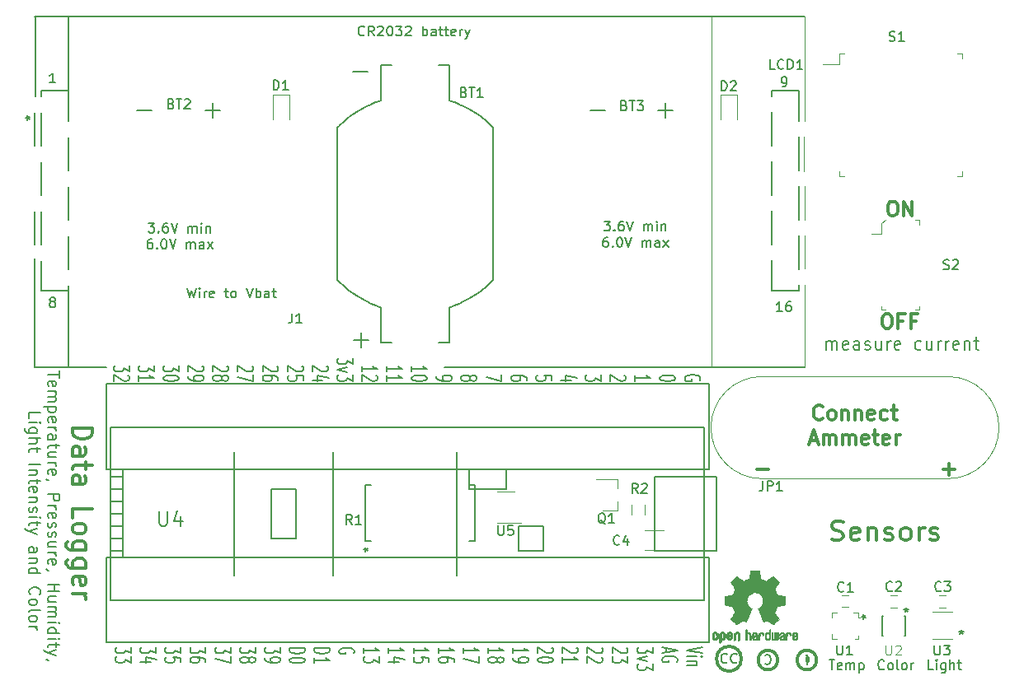
<source format=gto>
G04 #@! TF.GenerationSoftware,KiCad,Pcbnew,(5.1.4)-1*
G04 #@! TF.CreationDate,2020-03-06T20:10:18-08:00*
G04 #@! TF.ProjectId,Light_intensity_data_logger,4c696768-745f-4696-9e74-656e73697479,rev?*
G04 #@! TF.SameCoordinates,Original*
G04 #@! TF.FileFunction,Legend,Top*
G04 #@! TF.FilePolarity,Positive*
%FSLAX46Y46*%
G04 Gerber Fmt 4.6, Leading zero omitted, Abs format (unit mm)*
G04 Created by KiCad (PCBNEW (5.1.4)-1) date 2020-03-06 20:10:18*
%MOMM*%
%LPD*%
G04 APERTURE LIST*
%ADD10C,0.150000*%
%ADD11C,0.300000*%
%ADD12C,0.200000*%
%ADD13C,0.127000*%
%ADD14C,0.120000*%
%ADD15C,0.152400*%
%ADD16C,0.010000*%
%ADD17C,0.100000*%
%ADD18C,0.400000*%
%ADD19C,0.120218*%
G04 APERTURE END LIST*
D10*
X133175714Y-53497380D02*
X133794761Y-53497380D01*
X133461428Y-53878333D01*
X133604285Y-53878333D01*
X133699523Y-53925952D01*
X133747142Y-53973571D01*
X133794761Y-54068809D01*
X133794761Y-54306904D01*
X133747142Y-54402142D01*
X133699523Y-54449761D01*
X133604285Y-54497380D01*
X133318571Y-54497380D01*
X133223333Y-54449761D01*
X133175714Y-54402142D01*
X134223333Y-54402142D02*
X134270952Y-54449761D01*
X134223333Y-54497380D01*
X134175714Y-54449761D01*
X134223333Y-54402142D01*
X134223333Y-54497380D01*
X135128095Y-53497380D02*
X134937619Y-53497380D01*
X134842380Y-53545000D01*
X134794761Y-53592619D01*
X134699523Y-53735476D01*
X134651904Y-53925952D01*
X134651904Y-54306904D01*
X134699523Y-54402142D01*
X134747142Y-54449761D01*
X134842380Y-54497380D01*
X135032857Y-54497380D01*
X135128095Y-54449761D01*
X135175714Y-54402142D01*
X135223333Y-54306904D01*
X135223333Y-54068809D01*
X135175714Y-53973571D01*
X135128095Y-53925952D01*
X135032857Y-53878333D01*
X134842380Y-53878333D01*
X134747142Y-53925952D01*
X134699523Y-53973571D01*
X134651904Y-54068809D01*
X135509047Y-53497380D02*
X135842380Y-54497380D01*
X136175714Y-53497380D01*
X137270952Y-54497380D02*
X137270952Y-53830714D01*
X137270952Y-53925952D02*
X137318571Y-53878333D01*
X137413809Y-53830714D01*
X137556666Y-53830714D01*
X137651904Y-53878333D01*
X137699523Y-53973571D01*
X137699523Y-54497380D01*
X137699523Y-53973571D02*
X137747142Y-53878333D01*
X137842380Y-53830714D01*
X137985238Y-53830714D01*
X138080476Y-53878333D01*
X138128095Y-53973571D01*
X138128095Y-54497380D01*
X138604285Y-54497380D02*
X138604285Y-53830714D01*
X138604285Y-53497380D02*
X138556666Y-53545000D01*
X138604285Y-53592619D01*
X138651904Y-53545000D01*
X138604285Y-53497380D01*
X138604285Y-53592619D01*
X139080476Y-53830714D02*
X139080476Y-54497380D01*
X139080476Y-53925952D02*
X139128095Y-53878333D01*
X139223333Y-53830714D01*
X139366190Y-53830714D01*
X139461428Y-53878333D01*
X139509047Y-53973571D01*
X139509047Y-54497380D01*
X133532857Y-55147380D02*
X133342380Y-55147380D01*
X133247142Y-55195000D01*
X133199523Y-55242619D01*
X133104285Y-55385476D01*
X133056666Y-55575952D01*
X133056666Y-55956904D01*
X133104285Y-56052142D01*
X133151904Y-56099761D01*
X133247142Y-56147380D01*
X133437619Y-56147380D01*
X133532857Y-56099761D01*
X133580476Y-56052142D01*
X133628095Y-55956904D01*
X133628095Y-55718809D01*
X133580476Y-55623571D01*
X133532857Y-55575952D01*
X133437619Y-55528333D01*
X133247142Y-55528333D01*
X133151904Y-55575952D01*
X133104285Y-55623571D01*
X133056666Y-55718809D01*
X134056666Y-56052142D02*
X134104285Y-56099761D01*
X134056666Y-56147380D01*
X134009047Y-56099761D01*
X134056666Y-56052142D01*
X134056666Y-56147380D01*
X134723333Y-55147380D02*
X134818571Y-55147380D01*
X134913809Y-55195000D01*
X134961428Y-55242619D01*
X135009047Y-55337857D01*
X135056666Y-55528333D01*
X135056666Y-55766428D01*
X135009047Y-55956904D01*
X134961428Y-56052142D01*
X134913809Y-56099761D01*
X134818571Y-56147380D01*
X134723333Y-56147380D01*
X134628095Y-56099761D01*
X134580476Y-56052142D01*
X134532857Y-55956904D01*
X134485238Y-55766428D01*
X134485238Y-55528333D01*
X134532857Y-55337857D01*
X134580476Y-55242619D01*
X134628095Y-55195000D01*
X134723333Y-55147380D01*
X135342380Y-55147380D02*
X135675714Y-56147380D01*
X136009047Y-55147380D01*
X137104285Y-56147380D02*
X137104285Y-55480714D01*
X137104285Y-55575952D02*
X137151904Y-55528333D01*
X137247142Y-55480714D01*
X137390000Y-55480714D01*
X137485238Y-55528333D01*
X137532857Y-55623571D01*
X137532857Y-56147380D01*
X137532857Y-55623571D02*
X137580476Y-55528333D01*
X137675714Y-55480714D01*
X137818571Y-55480714D01*
X137913809Y-55528333D01*
X137961428Y-55623571D01*
X137961428Y-56147380D01*
X138866190Y-56147380D02*
X138866190Y-55623571D01*
X138818571Y-55528333D01*
X138723333Y-55480714D01*
X138532857Y-55480714D01*
X138437619Y-55528333D01*
X138866190Y-56099761D02*
X138770952Y-56147380D01*
X138532857Y-56147380D01*
X138437619Y-56099761D01*
X138390000Y-56004523D01*
X138390000Y-55909285D01*
X138437619Y-55814047D01*
X138532857Y-55766428D01*
X138770952Y-55766428D01*
X138866190Y-55718809D01*
X139247142Y-56147380D02*
X139770952Y-55480714D01*
X139247142Y-55480714D02*
X139770952Y-56147380D01*
X142985000Y-69884404D02*
X143061190Y-69789166D01*
X143061190Y-69646309D01*
X142985000Y-69503452D01*
X142832619Y-69408214D01*
X142680238Y-69360595D01*
X142375476Y-69312976D01*
X142146904Y-69312976D01*
X141842142Y-69360595D01*
X141689761Y-69408214D01*
X141537380Y-69503452D01*
X141461190Y-69646309D01*
X141461190Y-69741547D01*
X141537380Y-69884404D01*
X141613571Y-69932023D01*
X142146904Y-69932023D01*
X142146904Y-69741547D01*
X140511190Y-69598690D02*
X140511190Y-69693928D01*
X140435000Y-69789166D01*
X140358809Y-69836785D01*
X140206428Y-69884404D01*
X139901666Y-69932023D01*
X139520714Y-69932023D01*
X139215952Y-69884404D01*
X139063571Y-69836785D01*
X138987380Y-69789166D01*
X138911190Y-69693928D01*
X138911190Y-69598690D01*
X138987380Y-69503452D01*
X139063571Y-69455833D01*
X139215952Y-69408214D01*
X139520714Y-69360595D01*
X139901666Y-69360595D01*
X140206428Y-69408214D01*
X140358809Y-69455833D01*
X140435000Y-69503452D01*
X140511190Y-69598690D01*
X136361190Y-69932023D02*
X136361190Y-69360595D01*
X136361190Y-69646309D02*
X137961190Y-69646309D01*
X137732619Y-69551071D01*
X137580238Y-69455833D01*
X137504047Y-69360595D01*
X135258809Y-69360595D02*
X135335000Y-69408214D01*
X135411190Y-69503452D01*
X135411190Y-69741547D01*
X135335000Y-69836785D01*
X135258809Y-69884404D01*
X135106428Y-69932023D01*
X134954047Y-69932023D01*
X134725476Y-69884404D01*
X133811190Y-69312976D01*
X133811190Y-69932023D01*
X132861190Y-69312976D02*
X132861190Y-69932023D01*
X132251666Y-69598690D01*
X132251666Y-69741547D01*
X132175476Y-69836785D01*
X132099285Y-69884404D01*
X131946904Y-69932023D01*
X131565952Y-69932023D01*
X131413571Y-69884404D01*
X131337380Y-69836785D01*
X131261190Y-69741547D01*
X131261190Y-69455833D01*
X131337380Y-69360595D01*
X131413571Y-69312976D01*
X129777857Y-69836785D02*
X128711190Y-69836785D01*
X130387380Y-69598690D02*
X129244523Y-69360595D01*
X129244523Y-69979642D01*
X127761190Y-69884404D02*
X127761190Y-69408214D01*
X126999285Y-69360595D01*
X127075476Y-69408214D01*
X127151666Y-69503452D01*
X127151666Y-69741547D01*
X127075476Y-69836785D01*
X126999285Y-69884404D01*
X126846904Y-69932023D01*
X126465952Y-69932023D01*
X126313571Y-69884404D01*
X126237380Y-69836785D01*
X126161190Y-69741547D01*
X126161190Y-69503452D01*
X126237380Y-69408214D01*
X126313571Y-69360595D01*
X125211190Y-69836785D02*
X125211190Y-69646309D01*
X125135000Y-69551071D01*
X125058809Y-69503452D01*
X124830238Y-69408214D01*
X124525476Y-69360595D01*
X123915952Y-69360595D01*
X123763571Y-69408214D01*
X123687380Y-69455833D01*
X123611190Y-69551071D01*
X123611190Y-69741547D01*
X123687380Y-69836785D01*
X123763571Y-69884404D01*
X123915952Y-69932023D01*
X124296904Y-69932023D01*
X124449285Y-69884404D01*
X124525476Y-69836785D01*
X124601666Y-69741547D01*
X124601666Y-69551071D01*
X124525476Y-69455833D01*
X124449285Y-69408214D01*
X124296904Y-69360595D01*
X122661190Y-69312976D02*
X122661190Y-69979642D01*
X121061190Y-69551071D01*
X119425476Y-69551071D02*
X119501666Y-69455833D01*
X119577857Y-69408214D01*
X119730238Y-69360595D01*
X119806428Y-69360595D01*
X119958809Y-69408214D01*
X120035000Y-69455833D01*
X120111190Y-69551071D01*
X120111190Y-69741547D01*
X120035000Y-69836785D01*
X119958809Y-69884404D01*
X119806428Y-69932023D01*
X119730238Y-69932023D01*
X119577857Y-69884404D01*
X119501666Y-69836785D01*
X119425476Y-69741547D01*
X119425476Y-69551071D01*
X119349285Y-69455833D01*
X119273095Y-69408214D01*
X119120714Y-69360595D01*
X118815952Y-69360595D01*
X118663571Y-69408214D01*
X118587380Y-69455833D01*
X118511190Y-69551071D01*
X118511190Y-69741547D01*
X118587380Y-69836785D01*
X118663571Y-69884404D01*
X118815952Y-69932023D01*
X119120714Y-69932023D01*
X119273095Y-69884404D01*
X119349285Y-69836785D01*
X119425476Y-69741547D01*
X115961190Y-69455833D02*
X115961190Y-69646309D01*
X116037380Y-69741547D01*
X116113571Y-69789166D01*
X116342142Y-69884404D01*
X116646904Y-69932023D01*
X117256428Y-69932023D01*
X117408809Y-69884404D01*
X117485000Y-69836785D01*
X117561190Y-69741547D01*
X117561190Y-69551071D01*
X117485000Y-69455833D01*
X117408809Y-69408214D01*
X117256428Y-69360595D01*
X116875476Y-69360595D01*
X116723095Y-69408214D01*
X116646904Y-69455833D01*
X116570714Y-69551071D01*
X116570714Y-69741547D01*
X116646904Y-69836785D01*
X116723095Y-69884404D01*
X116875476Y-69932023D01*
X113411190Y-68979642D02*
X113411190Y-68408214D01*
X113411190Y-68693928D02*
X115011190Y-68693928D01*
X114782619Y-68598690D01*
X114630238Y-68503452D01*
X114554047Y-68408214D01*
X115011190Y-69598690D02*
X115011190Y-69693928D01*
X114935000Y-69789166D01*
X114858809Y-69836785D01*
X114706428Y-69884404D01*
X114401666Y-69932023D01*
X114020714Y-69932023D01*
X113715952Y-69884404D01*
X113563571Y-69836785D01*
X113487380Y-69789166D01*
X113411190Y-69693928D01*
X113411190Y-69598690D01*
X113487380Y-69503452D01*
X113563571Y-69455833D01*
X113715952Y-69408214D01*
X114020714Y-69360595D01*
X114401666Y-69360595D01*
X114706428Y-69408214D01*
X114858809Y-69455833D01*
X114935000Y-69503452D01*
X115011190Y-69598690D01*
X110861190Y-68979642D02*
X110861190Y-68408214D01*
X110861190Y-68693928D02*
X112461190Y-68693928D01*
X112232619Y-68598690D01*
X112080238Y-68503452D01*
X112004047Y-68408214D01*
X110861190Y-69932023D02*
X110861190Y-69360595D01*
X110861190Y-69646309D02*
X112461190Y-69646309D01*
X112232619Y-69551071D01*
X112080238Y-69455833D01*
X112004047Y-69360595D01*
X108311190Y-68979642D02*
X108311190Y-68408214D01*
X108311190Y-68693928D02*
X109911190Y-68693928D01*
X109682619Y-68598690D01*
X109530238Y-68503452D01*
X109454047Y-68408214D01*
X109758809Y-69360595D02*
X109835000Y-69408214D01*
X109911190Y-69503452D01*
X109911190Y-69741547D01*
X109835000Y-69836785D01*
X109758809Y-69884404D01*
X109606428Y-69932023D01*
X109454047Y-69932023D01*
X109225476Y-69884404D01*
X108311190Y-69312976D01*
X108311190Y-69932023D01*
X107361190Y-67598690D02*
X107361190Y-68217738D01*
X106751666Y-67884404D01*
X106751666Y-68027261D01*
X106675476Y-68122500D01*
X106599285Y-68170119D01*
X106446904Y-68217738D01*
X106065952Y-68217738D01*
X105913571Y-68170119D01*
X105837380Y-68122500D01*
X105761190Y-68027261D01*
X105761190Y-67741547D01*
X105837380Y-67646309D01*
X105913571Y-67598690D01*
X106827857Y-68551071D02*
X105761190Y-68789166D01*
X106827857Y-69027261D01*
X107361190Y-69312976D02*
X107361190Y-69932023D01*
X106751666Y-69598690D01*
X106751666Y-69741547D01*
X106675476Y-69836785D01*
X106599285Y-69884404D01*
X106446904Y-69932023D01*
X106065952Y-69932023D01*
X105913571Y-69884404D01*
X105837380Y-69836785D01*
X105761190Y-69741547D01*
X105761190Y-69455833D01*
X105837380Y-69360595D01*
X105913571Y-69312976D01*
X104658809Y-68408214D02*
X104735000Y-68455833D01*
X104811190Y-68551071D01*
X104811190Y-68789166D01*
X104735000Y-68884404D01*
X104658809Y-68932023D01*
X104506428Y-68979642D01*
X104354047Y-68979642D01*
X104125476Y-68932023D01*
X103211190Y-68360595D01*
X103211190Y-68979642D01*
X104277857Y-69836785D02*
X103211190Y-69836785D01*
X104887380Y-69598690D02*
X103744523Y-69360595D01*
X103744523Y-69979642D01*
X102108809Y-68408214D02*
X102185000Y-68455833D01*
X102261190Y-68551071D01*
X102261190Y-68789166D01*
X102185000Y-68884404D01*
X102108809Y-68932023D01*
X101956428Y-68979642D01*
X101804047Y-68979642D01*
X101575476Y-68932023D01*
X100661190Y-68360595D01*
X100661190Y-68979642D01*
X102261190Y-69884404D02*
X102261190Y-69408214D01*
X101499285Y-69360595D01*
X101575476Y-69408214D01*
X101651666Y-69503452D01*
X101651666Y-69741547D01*
X101575476Y-69836785D01*
X101499285Y-69884404D01*
X101346904Y-69932023D01*
X100965952Y-69932023D01*
X100813571Y-69884404D01*
X100737380Y-69836785D01*
X100661190Y-69741547D01*
X100661190Y-69503452D01*
X100737380Y-69408214D01*
X100813571Y-69360595D01*
X99558809Y-68408214D02*
X99635000Y-68455833D01*
X99711190Y-68551071D01*
X99711190Y-68789166D01*
X99635000Y-68884404D01*
X99558809Y-68932023D01*
X99406428Y-68979642D01*
X99254047Y-68979642D01*
X99025476Y-68932023D01*
X98111190Y-68360595D01*
X98111190Y-68979642D01*
X99711190Y-69836785D02*
X99711190Y-69646309D01*
X99635000Y-69551071D01*
X99558809Y-69503452D01*
X99330238Y-69408214D01*
X99025476Y-69360595D01*
X98415952Y-69360595D01*
X98263571Y-69408214D01*
X98187380Y-69455833D01*
X98111190Y-69551071D01*
X98111190Y-69741547D01*
X98187380Y-69836785D01*
X98263571Y-69884404D01*
X98415952Y-69932023D01*
X98796904Y-69932023D01*
X98949285Y-69884404D01*
X99025476Y-69836785D01*
X99101666Y-69741547D01*
X99101666Y-69551071D01*
X99025476Y-69455833D01*
X98949285Y-69408214D01*
X98796904Y-69360595D01*
X97008809Y-68408214D02*
X97085000Y-68455833D01*
X97161190Y-68551071D01*
X97161190Y-68789166D01*
X97085000Y-68884404D01*
X97008809Y-68932023D01*
X96856428Y-68979642D01*
X96704047Y-68979642D01*
X96475476Y-68932023D01*
X95561190Y-68360595D01*
X95561190Y-68979642D01*
X97161190Y-69312976D02*
X97161190Y-69979642D01*
X95561190Y-69551071D01*
X94458809Y-68408214D02*
X94535000Y-68455833D01*
X94611190Y-68551071D01*
X94611190Y-68789166D01*
X94535000Y-68884404D01*
X94458809Y-68932023D01*
X94306428Y-68979642D01*
X94154047Y-68979642D01*
X93925476Y-68932023D01*
X93011190Y-68360595D01*
X93011190Y-68979642D01*
X93925476Y-69551071D02*
X94001666Y-69455833D01*
X94077857Y-69408214D01*
X94230238Y-69360595D01*
X94306428Y-69360595D01*
X94458809Y-69408214D01*
X94535000Y-69455833D01*
X94611190Y-69551071D01*
X94611190Y-69741547D01*
X94535000Y-69836785D01*
X94458809Y-69884404D01*
X94306428Y-69932023D01*
X94230238Y-69932023D01*
X94077857Y-69884404D01*
X94001666Y-69836785D01*
X93925476Y-69741547D01*
X93925476Y-69551071D01*
X93849285Y-69455833D01*
X93773095Y-69408214D01*
X93620714Y-69360595D01*
X93315952Y-69360595D01*
X93163571Y-69408214D01*
X93087380Y-69455833D01*
X93011190Y-69551071D01*
X93011190Y-69741547D01*
X93087380Y-69836785D01*
X93163571Y-69884404D01*
X93315952Y-69932023D01*
X93620714Y-69932023D01*
X93773095Y-69884404D01*
X93849285Y-69836785D01*
X93925476Y-69741547D01*
X91908809Y-68408214D02*
X91985000Y-68455833D01*
X92061190Y-68551071D01*
X92061190Y-68789166D01*
X91985000Y-68884404D01*
X91908809Y-68932023D01*
X91756428Y-68979642D01*
X91604047Y-68979642D01*
X91375476Y-68932023D01*
X90461190Y-68360595D01*
X90461190Y-68979642D01*
X90461190Y-69455833D02*
X90461190Y-69646309D01*
X90537380Y-69741547D01*
X90613571Y-69789166D01*
X90842142Y-69884404D01*
X91146904Y-69932023D01*
X91756428Y-69932023D01*
X91908809Y-69884404D01*
X91985000Y-69836785D01*
X92061190Y-69741547D01*
X92061190Y-69551071D01*
X91985000Y-69455833D01*
X91908809Y-69408214D01*
X91756428Y-69360595D01*
X91375476Y-69360595D01*
X91223095Y-69408214D01*
X91146904Y-69455833D01*
X91070714Y-69551071D01*
X91070714Y-69741547D01*
X91146904Y-69836785D01*
X91223095Y-69884404D01*
X91375476Y-69932023D01*
X89511190Y-68360595D02*
X89511190Y-68979642D01*
X88901666Y-68646309D01*
X88901666Y-68789166D01*
X88825476Y-68884404D01*
X88749285Y-68932023D01*
X88596904Y-68979642D01*
X88215952Y-68979642D01*
X88063571Y-68932023D01*
X87987380Y-68884404D01*
X87911190Y-68789166D01*
X87911190Y-68503452D01*
X87987380Y-68408214D01*
X88063571Y-68360595D01*
X89511190Y-69598690D02*
X89511190Y-69693928D01*
X89435000Y-69789166D01*
X89358809Y-69836785D01*
X89206428Y-69884404D01*
X88901666Y-69932023D01*
X88520714Y-69932023D01*
X88215952Y-69884404D01*
X88063571Y-69836785D01*
X87987380Y-69789166D01*
X87911190Y-69693928D01*
X87911190Y-69598690D01*
X87987380Y-69503452D01*
X88063571Y-69455833D01*
X88215952Y-69408214D01*
X88520714Y-69360595D01*
X88901666Y-69360595D01*
X89206428Y-69408214D01*
X89358809Y-69455833D01*
X89435000Y-69503452D01*
X89511190Y-69598690D01*
X86961190Y-68360595D02*
X86961190Y-68979642D01*
X86351666Y-68646309D01*
X86351666Y-68789166D01*
X86275476Y-68884404D01*
X86199285Y-68932023D01*
X86046904Y-68979642D01*
X85665952Y-68979642D01*
X85513571Y-68932023D01*
X85437380Y-68884404D01*
X85361190Y-68789166D01*
X85361190Y-68503452D01*
X85437380Y-68408214D01*
X85513571Y-68360595D01*
X85361190Y-69932023D02*
X85361190Y-69360595D01*
X85361190Y-69646309D02*
X86961190Y-69646309D01*
X86732619Y-69551071D01*
X86580238Y-69455833D01*
X86504047Y-69360595D01*
X84411190Y-68360595D02*
X84411190Y-68979642D01*
X83801666Y-68646309D01*
X83801666Y-68789166D01*
X83725476Y-68884404D01*
X83649285Y-68932023D01*
X83496904Y-68979642D01*
X83115952Y-68979642D01*
X82963571Y-68932023D01*
X82887380Y-68884404D01*
X82811190Y-68789166D01*
X82811190Y-68503452D01*
X82887380Y-68408214D01*
X82963571Y-68360595D01*
X84258809Y-69360595D02*
X84335000Y-69408214D01*
X84411190Y-69503452D01*
X84411190Y-69741547D01*
X84335000Y-69836785D01*
X84258809Y-69884404D01*
X84106428Y-69932023D01*
X83954047Y-69932023D01*
X83725476Y-69884404D01*
X82811190Y-69312976D01*
X82811190Y-69932023D01*
D11*
X78625238Y-74773333D02*
X80625238Y-74773333D01*
X80625238Y-75249523D01*
X80530000Y-75535238D01*
X80339523Y-75725714D01*
X80149047Y-75820952D01*
X79768095Y-75916190D01*
X79482380Y-75916190D01*
X79101428Y-75820952D01*
X78910952Y-75725714D01*
X78720476Y-75535238D01*
X78625238Y-75249523D01*
X78625238Y-74773333D01*
X78625238Y-77630476D02*
X79672857Y-77630476D01*
X79863333Y-77535238D01*
X79958571Y-77344761D01*
X79958571Y-76963809D01*
X79863333Y-76773333D01*
X78720476Y-77630476D02*
X78625238Y-77440000D01*
X78625238Y-76963809D01*
X78720476Y-76773333D01*
X78910952Y-76678095D01*
X79101428Y-76678095D01*
X79291904Y-76773333D01*
X79387142Y-76963809D01*
X79387142Y-77440000D01*
X79482380Y-77630476D01*
X79958571Y-78297142D02*
X79958571Y-79059047D01*
X80625238Y-78582857D02*
X78910952Y-78582857D01*
X78720476Y-78678095D01*
X78625238Y-78868571D01*
X78625238Y-79059047D01*
X78625238Y-80582857D02*
X79672857Y-80582857D01*
X79863333Y-80487619D01*
X79958571Y-80297142D01*
X79958571Y-79916190D01*
X79863333Y-79725714D01*
X78720476Y-80582857D02*
X78625238Y-80392380D01*
X78625238Y-79916190D01*
X78720476Y-79725714D01*
X78910952Y-79630476D01*
X79101428Y-79630476D01*
X79291904Y-79725714D01*
X79387142Y-79916190D01*
X79387142Y-80392380D01*
X79482380Y-80582857D01*
X78625238Y-84011428D02*
X78625238Y-83059047D01*
X80625238Y-83059047D01*
X78625238Y-84963809D02*
X78720476Y-84773333D01*
X78815714Y-84678095D01*
X79006190Y-84582857D01*
X79577619Y-84582857D01*
X79768095Y-84678095D01*
X79863333Y-84773333D01*
X79958571Y-84963809D01*
X79958571Y-85249523D01*
X79863333Y-85440000D01*
X79768095Y-85535238D01*
X79577619Y-85630476D01*
X79006190Y-85630476D01*
X78815714Y-85535238D01*
X78720476Y-85440000D01*
X78625238Y-85249523D01*
X78625238Y-84963809D01*
X79958571Y-87344761D02*
X78339523Y-87344761D01*
X78149047Y-87249523D01*
X78053809Y-87154285D01*
X77958571Y-86963809D01*
X77958571Y-86678095D01*
X78053809Y-86487619D01*
X78720476Y-87344761D02*
X78625238Y-87154285D01*
X78625238Y-86773333D01*
X78720476Y-86582857D01*
X78815714Y-86487619D01*
X79006190Y-86392380D01*
X79577619Y-86392380D01*
X79768095Y-86487619D01*
X79863333Y-86582857D01*
X79958571Y-86773333D01*
X79958571Y-87154285D01*
X79863333Y-87344761D01*
X79958571Y-89154285D02*
X78339523Y-89154285D01*
X78149047Y-89059047D01*
X78053809Y-88963809D01*
X77958571Y-88773333D01*
X77958571Y-88487619D01*
X78053809Y-88297142D01*
X78720476Y-89154285D02*
X78625238Y-88963809D01*
X78625238Y-88582857D01*
X78720476Y-88392380D01*
X78815714Y-88297142D01*
X79006190Y-88201904D01*
X79577619Y-88201904D01*
X79768095Y-88297142D01*
X79863333Y-88392380D01*
X79958571Y-88582857D01*
X79958571Y-88963809D01*
X79863333Y-89154285D01*
X78720476Y-90868571D02*
X78625238Y-90678095D01*
X78625238Y-90297142D01*
X78720476Y-90106666D01*
X78910952Y-90011428D01*
X79672857Y-90011428D01*
X79863333Y-90106666D01*
X79958571Y-90297142D01*
X79958571Y-90678095D01*
X79863333Y-90868571D01*
X79672857Y-90963809D01*
X79482380Y-90963809D01*
X79291904Y-90011428D01*
X78625238Y-91820952D02*
X79958571Y-91820952D01*
X79577619Y-91820952D02*
X79768095Y-91916190D01*
X79863333Y-92011428D01*
X79958571Y-92201904D01*
X79958571Y-92392380D01*
D10*
X77272142Y-68900000D02*
X77272142Y-69585714D01*
X76072142Y-69242857D02*
X77272142Y-69242857D01*
X76129285Y-70442857D02*
X76072142Y-70328571D01*
X76072142Y-70100000D01*
X76129285Y-69985714D01*
X76243571Y-69928571D01*
X76700714Y-69928571D01*
X76815000Y-69985714D01*
X76872142Y-70100000D01*
X76872142Y-70328571D01*
X76815000Y-70442857D01*
X76700714Y-70500000D01*
X76586428Y-70500000D01*
X76472142Y-69928571D01*
X76072142Y-71014285D02*
X76872142Y-71014285D01*
X76757857Y-71014285D02*
X76815000Y-71071428D01*
X76872142Y-71185714D01*
X76872142Y-71357142D01*
X76815000Y-71471428D01*
X76700714Y-71528571D01*
X76072142Y-71528571D01*
X76700714Y-71528571D02*
X76815000Y-71585714D01*
X76872142Y-71700000D01*
X76872142Y-71871428D01*
X76815000Y-71985714D01*
X76700714Y-72042857D01*
X76072142Y-72042857D01*
X76872142Y-72614285D02*
X75672142Y-72614285D01*
X76815000Y-72614285D02*
X76872142Y-72728571D01*
X76872142Y-72957142D01*
X76815000Y-73071428D01*
X76757857Y-73128571D01*
X76643571Y-73185714D01*
X76300714Y-73185714D01*
X76186428Y-73128571D01*
X76129285Y-73071428D01*
X76072142Y-72957142D01*
X76072142Y-72728571D01*
X76129285Y-72614285D01*
X76129285Y-74157142D02*
X76072142Y-74042857D01*
X76072142Y-73814285D01*
X76129285Y-73700000D01*
X76243571Y-73642857D01*
X76700714Y-73642857D01*
X76815000Y-73700000D01*
X76872142Y-73814285D01*
X76872142Y-74042857D01*
X76815000Y-74157142D01*
X76700714Y-74214285D01*
X76586428Y-74214285D01*
X76472142Y-73642857D01*
X76072142Y-74728571D02*
X76872142Y-74728571D01*
X76643571Y-74728571D02*
X76757857Y-74785714D01*
X76815000Y-74842857D01*
X76872142Y-74957142D01*
X76872142Y-75071428D01*
X76072142Y-75985714D02*
X76700714Y-75985714D01*
X76815000Y-75928571D01*
X76872142Y-75814285D01*
X76872142Y-75585714D01*
X76815000Y-75471428D01*
X76129285Y-75985714D02*
X76072142Y-75871428D01*
X76072142Y-75585714D01*
X76129285Y-75471428D01*
X76243571Y-75414285D01*
X76357857Y-75414285D01*
X76472142Y-75471428D01*
X76529285Y-75585714D01*
X76529285Y-75871428D01*
X76586428Y-75985714D01*
X76872142Y-76385714D02*
X76872142Y-76842857D01*
X77272142Y-76557142D02*
X76243571Y-76557142D01*
X76129285Y-76614285D01*
X76072142Y-76728571D01*
X76072142Y-76842857D01*
X76872142Y-77757142D02*
X76072142Y-77757142D01*
X76872142Y-77242857D02*
X76243571Y-77242857D01*
X76129285Y-77300000D01*
X76072142Y-77414285D01*
X76072142Y-77585714D01*
X76129285Y-77700000D01*
X76186428Y-77757142D01*
X76072142Y-78328571D02*
X76872142Y-78328571D01*
X76643571Y-78328571D02*
X76757857Y-78385714D01*
X76815000Y-78442857D01*
X76872142Y-78557142D01*
X76872142Y-78671428D01*
X76129285Y-79528571D02*
X76072142Y-79414285D01*
X76072142Y-79185714D01*
X76129285Y-79071428D01*
X76243571Y-79014285D01*
X76700714Y-79014285D01*
X76815000Y-79071428D01*
X76872142Y-79185714D01*
X76872142Y-79414285D01*
X76815000Y-79528571D01*
X76700714Y-79585714D01*
X76586428Y-79585714D01*
X76472142Y-79014285D01*
X76129285Y-80157142D02*
X76072142Y-80157142D01*
X75957857Y-80100000D01*
X75900714Y-80042857D01*
X76072142Y-81585714D02*
X77272142Y-81585714D01*
X77272142Y-82042857D01*
X77215000Y-82157142D01*
X77157857Y-82214285D01*
X77043571Y-82271428D01*
X76872142Y-82271428D01*
X76757857Y-82214285D01*
X76700714Y-82157142D01*
X76643571Y-82042857D01*
X76643571Y-81585714D01*
X76072142Y-82785714D02*
X76872142Y-82785714D01*
X76643571Y-82785714D02*
X76757857Y-82842857D01*
X76815000Y-82900000D01*
X76872142Y-83014285D01*
X76872142Y-83128571D01*
X76129285Y-83985714D02*
X76072142Y-83871428D01*
X76072142Y-83642857D01*
X76129285Y-83528571D01*
X76243571Y-83471428D01*
X76700714Y-83471428D01*
X76815000Y-83528571D01*
X76872142Y-83642857D01*
X76872142Y-83871428D01*
X76815000Y-83985714D01*
X76700714Y-84042857D01*
X76586428Y-84042857D01*
X76472142Y-83471428D01*
X76129285Y-84500000D02*
X76072142Y-84614285D01*
X76072142Y-84842857D01*
X76129285Y-84957142D01*
X76243571Y-85014285D01*
X76300714Y-85014285D01*
X76415000Y-84957142D01*
X76472142Y-84842857D01*
X76472142Y-84671428D01*
X76529285Y-84557142D01*
X76643571Y-84500000D01*
X76700714Y-84500000D01*
X76815000Y-84557142D01*
X76872142Y-84671428D01*
X76872142Y-84842857D01*
X76815000Y-84957142D01*
X76129285Y-85471428D02*
X76072142Y-85585714D01*
X76072142Y-85814285D01*
X76129285Y-85928571D01*
X76243571Y-85985714D01*
X76300714Y-85985714D01*
X76415000Y-85928571D01*
X76472142Y-85814285D01*
X76472142Y-85642857D01*
X76529285Y-85528571D01*
X76643571Y-85471428D01*
X76700714Y-85471428D01*
X76815000Y-85528571D01*
X76872142Y-85642857D01*
X76872142Y-85814285D01*
X76815000Y-85928571D01*
X76872142Y-87014285D02*
X76072142Y-87014285D01*
X76872142Y-86500000D02*
X76243571Y-86500000D01*
X76129285Y-86557142D01*
X76072142Y-86671428D01*
X76072142Y-86842857D01*
X76129285Y-86957142D01*
X76186428Y-87014285D01*
X76072142Y-87585714D02*
X76872142Y-87585714D01*
X76643571Y-87585714D02*
X76757857Y-87642857D01*
X76815000Y-87700000D01*
X76872142Y-87814285D01*
X76872142Y-87928571D01*
X76129285Y-88785714D02*
X76072142Y-88671428D01*
X76072142Y-88442857D01*
X76129285Y-88328571D01*
X76243571Y-88271428D01*
X76700714Y-88271428D01*
X76815000Y-88328571D01*
X76872142Y-88442857D01*
X76872142Y-88671428D01*
X76815000Y-88785714D01*
X76700714Y-88842857D01*
X76586428Y-88842857D01*
X76472142Y-88271428D01*
X76129285Y-89414285D02*
X76072142Y-89414285D01*
X75957857Y-89357142D01*
X75900714Y-89300000D01*
X76072142Y-90842857D02*
X77272142Y-90842857D01*
X76700714Y-90842857D02*
X76700714Y-91528571D01*
X76072142Y-91528571D02*
X77272142Y-91528571D01*
X76872142Y-92614285D02*
X76072142Y-92614285D01*
X76872142Y-92100000D02*
X76243571Y-92100000D01*
X76129285Y-92157142D01*
X76072142Y-92271428D01*
X76072142Y-92442857D01*
X76129285Y-92557142D01*
X76186428Y-92614285D01*
X76072142Y-93185714D02*
X76872142Y-93185714D01*
X76757857Y-93185714D02*
X76815000Y-93242857D01*
X76872142Y-93357142D01*
X76872142Y-93528571D01*
X76815000Y-93642857D01*
X76700714Y-93700000D01*
X76072142Y-93700000D01*
X76700714Y-93700000D02*
X76815000Y-93757142D01*
X76872142Y-93871428D01*
X76872142Y-94042857D01*
X76815000Y-94157142D01*
X76700714Y-94214285D01*
X76072142Y-94214285D01*
X76072142Y-94785714D02*
X76872142Y-94785714D01*
X77272142Y-94785714D02*
X77215000Y-94728571D01*
X77157857Y-94785714D01*
X77215000Y-94842857D01*
X77272142Y-94785714D01*
X77157857Y-94785714D01*
X76072142Y-95871428D02*
X77272142Y-95871428D01*
X76129285Y-95871428D02*
X76072142Y-95757142D01*
X76072142Y-95528571D01*
X76129285Y-95414285D01*
X76186428Y-95357142D01*
X76300714Y-95300000D01*
X76643571Y-95300000D01*
X76757857Y-95357142D01*
X76815000Y-95414285D01*
X76872142Y-95528571D01*
X76872142Y-95757142D01*
X76815000Y-95871428D01*
X76072142Y-96442857D02*
X76872142Y-96442857D01*
X77272142Y-96442857D02*
X77215000Y-96385714D01*
X77157857Y-96442857D01*
X77215000Y-96500000D01*
X77272142Y-96442857D01*
X77157857Y-96442857D01*
X76872142Y-96842857D02*
X76872142Y-97300000D01*
X77272142Y-97014285D02*
X76243571Y-97014285D01*
X76129285Y-97071428D01*
X76072142Y-97185714D01*
X76072142Y-97300000D01*
X76872142Y-97585714D02*
X76072142Y-97871428D01*
X76872142Y-98157142D02*
X76072142Y-97871428D01*
X75786428Y-97757142D01*
X75729285Y-97700000D01*
X75672142Y-97585714D01*
X76129285Y-98671428D02*
X76072142Y-98671428D01*
X75957857Y-98614285D01*
X75900714Y-98557142D01*
X74122142Y-73785714D02*
X74122142Y-73214285D01*
X75322142Y-73214285D01*
X74122142Y-74185714D02*
X74922142Y-74185714D01*
X75322142Y-74185714D02*
X75265000Y-74128571D01*
X75207857Y-74185714D01*
X75265000Y-74242857D01*
X75322142Y-74185714D01*
X75207857Y-74185714D01*
X74922142Y-75271428D02*
X73950714Y-75271428D01*
X73836428Y-75214285D01*
X73779285Y-75157142D01*
X73722142Y-75042857D01*
X73722142Y-74871428D01*
X73779285Y-74757142D01*
X74179285Y-75271428D02*
X74122142Y-75157142D01*
X74122142Y-74928571D01*
X74179285Y-74814285D01*
X74236428Y-74757142D01*
X74350714Y-74700000D01*
X74693571Y-74700000D01*
X74807857Y-74757142D01*
X74865000Y-74814285D01*
X74922142Y-74928571D01*
X74922142Y-75157142D01*
X74865000Y-75271428D01*
X74122142Y-75842857D02*
X75322142Y-75842857D01*
X74122142Y-76357142D02*
X74750714Y-76357142D01*
X74865000Y-76300000D01*
X74922142Y-76185714D01*
X74922142Y-76014285D01*
X74865000Y-75900000D01*
X74807857Y-75842857D01*
X74922142Y-76757142D02*
X74922142Y-77214285D01*
X75322142Y-76928571D02*
X74293571Y-76928571D01*
X74179285Y-76985714D01*
X74122142Y-77100000D01*
X74122142Y-77214285D01*
X74122142Y-78528571D02*
X75322142Y-78528571D01*
X74922142Y-79100000D02*
X74122142Y-79100000D01*
X74807857Y-79100000D02*
X74865000Y-79157142D01*
X74922142Y-79271428D01*
X74922142Y-79442857D01*
X74865000Y-79557142D01*
X74750714Y-79614285D01*
X74122142Y-79614285D01*
X74922142Y-80014285D02*
X74922142Y-80471428D01*
X75322142Y-80185714D02*
X74293571Y-80185714D01*
X74179285Y-80242857D01*
X74122142Y-80357142D01*
X74122142Y-80471428D01*
X74179285Y-81328571D02*
X74122142Y-81214285D01*
X74122142Y-80985714D01*
X74179285Y-80871428D01*
X74293571Y-80814285D01*
X74750714Y-80814285D01*
X74865000Y-80871428D01*
X74922142Y-80985714D01*
X74922142Y-81214285D01*
X74865000Y-81328571D01*
X74750714Y-81385714D01*
X74636428Y-81385714D01*
X74522142Y-80814285D01*
X74922142Y-81900000D02*
X74122142Y-81900000D01*
X74807857Y-81900000D02*
X74865000Y-81957142D01*
X74922142Y-82071428D01*
X74922142Y-82242857D01*
X74865000Y-82357142D01*
X74750714Y-82414285D01*
X74122142Y-82414285D01*
X74179285Y-82928571D02*
X74122142Y-83042857D01*
X74122142Y-83271428D01*
X74179285Y-83385714D01*
X74293571Y-83442857D01*
X74350714Y-83442857D01*
X74465000Y-83385714D01*
X74522142Y-83271428D01*
X74522142Y-83100000D01*
X74579285Y-82985714D01*
X74693571Y-82928571D01*
X74750714Y-82928571D01*
X74865000Y-82985714D01*
X74922142Y-83100000D01*
X74922142Y-83271428D01*
X74865000Y-83385714D01*
X74122142Y-83957142D02*
X74922142Y-83957142D01*
X75322142Y-83957142D02*
X75265000Y-83900000D01*
X75207857Y-83957142D01*
X75265000Y-84014285D01*
X75322142Y-83957142D01*
X75207857Y-83957142D01*
X74922142Y-84357142D02*
X74922142Y-84814285D01*
X75322142Y-84528571D02*
X74293571Y-84528571D01*
X74179285Y-84585714D01*
X74122142Y-84700000D01*
X74122142Y-84814285D01*
X74922142Y-85100000D02*
X74122142Y-85385714D01*
X74922142Y-85671428D02*
X74122142Y-85385714D01*
X73836428Y-85271428D01*
X73779285Y-85214285D01*
X73722142Y-85100000D01*
X74122142Y-87557142D02*
X74750714Y-87557142D01*
X74865000Y-87500000D01*
X74922142Y-87385714D01*
X74922142Y-87157142D01*
X74865000Y-87042857D01*
X74179285Y-87557142D02*
X74122142Y-87442857D01*
X74122142Y-87157142D01*
X74179285Y-87042857D01*
X74293571Y-86985714D01*
X74407857Y-86985714D01*
X74522142Y-87042857D01*
X74579285Y-87157142D01*
X74579285Y-87442857D01*
X74636428Y-87557142D01*
X74922142Y-88128571D02*
X74122142Y-88128571D01*
X74807857Y-88128571D02*
X74865000Y-88185714D01*
X74922142Y-88300000D01*
X74922142Y-88471428D01*
X74865000Y-88585714D01*
X74750714Y-88642857D01*
X74122142Y-88642857D01*
X74122142Y-89728571D02*
X75322142Y-89728571D01*
X74179285Y-89728571D02*
X74122142Y-89614285D01*
X74122142Y-89385714D01*
X74179285Y-89271428D01*
X74236428Y-89214285D01*
X74350714Y-89157142D01*
X74693571Y-89157142D01*
X74807857Y-89214285D01*
X74865000Y-89271428D01*
X74922142Y-89385714D01*
X74922142Y-89614285D01*
X74865000Y-89728571D01*
X74236428Y-91900000D02*
X74179285Y-91842857D01*
X74122142Y-91671428D01*
X74122142Y-91557142D01*
X74179285Y-91385714D01*
X74293571Y-91271428D01*
X74407857Y-91214285D01*
X74636428Y-91157142D01*
X74807857Y-91157142D01*
X75036428Y-91214285D01*
X75150714Y-91271428D01*
X75265000Y-91385714D01*
X75322142Y-91557142D01*
X75322142Y-91671428D01*
X75265000Y-91842857D01*
X75207857Y-91900000D01*
X74122142Y-92585714D02*
X74179285Y-92471428D01*
X74236428Y-92414285D01*
X74350714Y-92357142D01*
X74693571Y-92357142D01*
X74807857Y-92414285D01*
X74865000Y-92471428D01*
X74922142Y-92585714D01*
X74922142Y-92757142D01*
X74865000Y-92871428D01*
X74807857Y-92928571D01*
X74693571Y-92985714D01*
X74350714Y-92985714D01*
X74236428Y-92928571D01*
X74179285Y-92871428D01*
X74122142Y-92757142D01*
X74122142Y-92585714D01*
X74122142Y-93671428D02*
X74179285Y-93557142D01*
X74293571Y-93500000D01*
X75322142Y-93500000D01*
X74122142Y-94300000D02*
X74179285Y-94185714D01*
X74236428Y-94128571D01*
X74350714Y-94071428D01*
X74693571Y-94071428D01*
X74807857Y-94128571D01*
X74865000Y-94185714D01*
X74922142Y-94300000D01*
X74922142Y-94471428D01*
X74865000Y-94585714D01*
X74807857Y-94642857D01*
X74693571Y-94700000D01*
X74350714Y-94700000D01*
X74236428Y-94642857D01*
X74179285Y-94585714D01*
X74122142Y-94471428D01*
X74122142Y-94300000D01*
X74122142Y-95214285D02*
X74922142Y-95214285D01*
X74693571Y-95214285D02*
X74807857Y-95271428D01*
X74865000Y-95328571D01*
X74922142Y-95442857D01*
X74922142Y-95557142D01*
X156001904Y-66708095D02*
X156001904Y-65841428D01*
X156001904Y-65965238D02*
X156063809Y-65903333D01*
X156187619Y-65841428D01*
X156373333Y-65841428D01*
X156497142Y-65903333D01*
X156559047Y-66027142D01*
X156559047Y-66708095D01*
X156559047Y-66027142D02*
X156620952Y-65903333D01*
X156744761Y-65841428D01*
X156930476Y-65841428D01*
X157054285Y-65903333D01*
X157116190Y-66027142D01*
X157116190Y-66708095D01*
X158230476Y-66646190D02*
X158106666Y-66708095D01*
X157859047Y-66708095D01*
X157735238Y-66646190D01*
X157673333Y-66522380D01*
X157673333Y-66027142D01*
X157735238Y-65903333D01*
X157859047Y-65841428D01*
X158106666Y-65841428D01*
X158230476Y-65903333D01*
X158292380Y-66027142D01*
X158292380Y-66150952D01*
X157673333Y-66274761D01*
X159406666Y-66708095D02*
X159406666Y-66027142D01*
X159344761Y-65903333D01*
X159220952Y-65841428D01*
X158973333Y-65841428D01*
X158849523Y-65903333D01*
X159406666Y-66646190D02*
X159282857Y-66708095D01*
X158973333Y-66708095D01*
X158849523Y-66646190D01*
X158787619Y-66522380D01*
X158787619Y-66398571D01*
X158849523Y-66274761D01*
X158973333Y-66212857D01*
X159282857Y-66212857D01*
X159406666Y-66150952D01*
X159963809Y-66646190D02*
X160087619Y-66708095D01*
X160335238Y-66708095D01*
X160459047Y-66646190D01*
X160520952Y-66522380D01*
X160520952Y-66460476D01*
X160459047Y-66336666D01*
X160335238Y-66274761D01*
X160149523Y-66274761D01*
X160025714Y-66212857D01*
X159963809Y-66089047D01*
X159963809Y-66027142D01*
X160025714Y-65903333D01*
X160149523Y-65841428D01*
X160335238Y-65841428D01*
X160459047Y-65903333D01*
X161635238Y-65841428D02*
X161635238Y-66708095D01*
X161078095Y-65841428D02*
X161078095Y-66522380D01*
X161140000Y-66646190D01*
X161263809Y-66708095D01*
X161449523Y-66708095D01*
X161573333Y-66646190D01*
X161635238Y-66584285D01*
X162254285Y-66708095D02*
X162254285Y-65841428D01*
X162254285Y-66089047D02*
X162316190Y-65965238D01*
X162378095Y-65903333D01*
X162501904Y-65841428D01*
X162625714Y-65841428D01*
X163554285Y-66646190D02*
X163430476Y-66708095D01*
X163182857Y-66708095D01*
X163059047Y-66646190D01*
X162997142Y-66522380D01*
X162997142Y-66027142D01*
X163059047Y-65903333D01*
X163182857Y-65841428D01*
X163430476Y-65841428D01*
X163554285Y-65903333D01*
X163616190Y-66027142D01*
X163616190Y-66150952D01*
X162997142Y-66274761D01*
X165720952Y-66646190D02*
X165597142Y-66708095D01*
X165349523Y-66708095D01*
X165225714Y-66646190D01*
X165163809Y-66584285D01*
X165101904Y-66460476D01*
X165101904Y-66089047D01*
X165163809Y-65965238D01*
X165225714Y-65903333D01*
X165349523Y-65841428D01*
X165597142Y-65841428D01*
X165720952Y-65903333D01*
X166835238Y-65841428D02*
X166835238Y-66708095D01*
X166278095Y-65841428D02*
X166278095Y-66522380D01*
X166340000Y-66646190D01*
X166463809Y-66708095D01*
X166649523Y-66708095D01*
X166773333Y-66646190D01*
X166835238Y-66584285D01*
X167454285Y-66708095D02*
X167454285Y-65841428D01*
X167454285Y-66089047D02*
X167516190Y-65965238D01*
X167578095Y-65903333D01*
X167701904Y-65841428D01*
X167825714Y-65841428D01*
X168259047Y-66708095D02*
X168259047Y-65841428D01*
X168259047Y-66089047D02*
X168320952Y-65965238D01*
X168382857Y-65903333D01*
X168506666Y-65841428D01*
X168630476Y-65841428D01*
X169559047Y-66646190D02*
X169435238Y-66708095D01*
X169187619Y-66708095D01*
X169063809Y-66646190D01*
X169001904Y-66522380D01*
X169001904Y-66027142D01*
X169063809Y-65903333D01*
X169187619Y-65841428D01*
X169435238Y-65841428D01*
X169559047Y-65903333D01*
X169620952Y-66027142D01*
X169620952Y-66150952D01*
X169001904Y-66274761D01*
X170178095Y-65841428D02*
X170178095Y-66708095D01*
X170178095Y-65965238D02*
X170240000Y-65903333D01*
X170363809Y-65841428D01*
X170549523Y-65841428D01*
X170673333Y-65903333D01*
X170735238Y-66027142D01*
X170735238Y-66708095D01*
X171168571Y-65841428D02*
X171663809Y-65841428D01*
X171354285Y-65408095D02*
X171354285Y-66522380D01*
X171416190Y-66646190D01*
X171540000Y-66708095D01*
X171663809Y-66708095D01*
X90396190Y-60362380D02*
X90634285Y-61362380D01*
X90824761Y-60648095D01*
X91015238Y-61362380D01*
X91253333Y-60362380D01*
X91634285Y-61362380D02*
X91634285Y-60695714D01*
X91634285Y-60362380D02*
X91586666Y-60410000D01*
X91634285Y-60457619D01*
X91681904Y-60410000D01*
X91634285Y-60362380D01*
X91634285Y-60457619D01*
X92110476Y-61362380D02*
X92110476Y-60695714D01*
X92110476Y-60886190D02*
X92158095Y-60790952D01*
X92205714Y-60743333D01*
X92300952Y-60695714D01*
X92396190Y-60695714D01*
X93110476Y-61314761D02*
X93015238Y-61362380D01*
X92824761Y-61362380D01*
X92729523Y-61314761D01*
X92681904Y-61219523D01*
X92681904Y-60838571D01*
X92729523Y-60743333D01*
X92824761Y-60695714D01*
X93015238Y-60695714D01*
X93110476Y-60743333D01*
X93158095Y-60838571D01*
X93158095Y-60933809D01*
X92681904Y-61029047D01*
X94205714Y-60695714D02*
X94586666Y-60695714D01*
X94348571Y-60362380D02*
X94348571Y-61219523D01*
X94396190Y-61314761D01*
X94491428Y-61362380D01*
X94586666Y-61362380D01*
X95062857Y-61362380D02*
X94967619Y-61314761D01*
X94920000Y-61267142D01*
X94872380Y-61171904D01*
X94872380Y-60886190D01*
X94920000Y-60790952D01*
X94967619Y-60743333D01*
X95062857Y-60695714D01*
X95205714Y-60695714D01*
X95300952Y-60743333D01*
X95348571Y-60790952D01*
X95396190Y-60886190D01*
X95396190Y-61171904D01*
X95348571Y-61267142D01*
X95300952Y-61314761D01*
X95205714Y-61362380D01*
X95062857Y-61362380D01*
X96443809Y-60362380D02*
X96777142Y-61362380D01*
X97110476Y-60362380D01*
X97443809Y-61362380D02*
X97443809Y-60362380D01*
X97443809Y-60743333D02*
X97539047Y-60695714D01*
X97729523Y-60695714D01*
X97824761Y-60743333D01*
X97872380Y-60790952D01*
X97920000Y-60886190D01*
X97920000Y-61171904D01*
X97872380Y-61267142D01*
X97824761Y-61314761D01*
X97729523Y-61362380D01*
X97539047Y-61362380D01*
X97443809Y-61314761D01*
X98777142Y-61362380D02*
X98777142Y-60838571D01*
X98729523Y-60743333D01*
X98634285Y-60695714D01*
X98443809Y-60695714D01*
X98348571Y-60743333D01*
X98777142Y-61314761D02*
X98681904Y-61362380D01*
X98443809Y-61362380D01*
X98348571Y-61314761D01*
X98300952Y-61219523D01*
X98300952Y-61124285D01*
X98348571Y-61029047D01*
X98443809Y-60981428D01*
X98681904Y-60981428D01*
X98777142Y-60933809D01*
X99110476Y-60695714D02*
X99491428Y-60695714D01*
X99253333Y-60362380D02*
X99253333Y-61219523D01*
X99300952Y-61314761D01*
X99396190Y-61362380D01*
X99491428Y-61362380D01*
X86385714Y-53687380D02*
X87004761Y-53687380D01*
X86671428Y-54068333D01*
X86814285Y-54068333D01*
X86909523Y-54115952D01*
X86957142Y-54163571D01*
X87004761Y-54258809D01*
X87004761Y-54496904D01*
X86957142Y-54592142D01*
X86909523Y-54639761D01*
X86814285Y-54687380D01*
X86528571Y-54687380D01*
X86433333Y-54639761D01*
X86385714Y-54592142D01*
X87433333Y-54592142D02*
X87480952Y-54639761D01*
X87433333Y-54687380D01*
X87385714Y-54639761D01*
X87433333Y-54592142D01*
X87433333Y-54687380D01*
X88338095Y-53687380D02*
X88147619Y-53687380D01*
X88052380Y-53735000D01*
X88004761Y-53782619D01*
X87909523Y-53925476D01*
X87861904Y-54115952D01*
X87861904Y-54496904D01*
X87909523Y-54592142D01*
X87957142Y-54639761D01*
X88052380Y-54687380D01*
X88242857Y-54687380D01*
X88338095Y-54639761D01*
X88385714Y-54592142D01*
X88433333Y-54496904D01*
X88433333Y-54258809D01*
X88385714Y-54163571D01*
X88338095Y-54115952D01*
X88242857Y-54068333D01*
X88052380Y-54068333D01*
X87957142Y-54115952D01*
X87909523Y-54163571D01*
X87861904Y-54258809D01*
X88719047Y-53687380D02*
X89052380Y-54687380D01*
X89385714Y-53687380D01*
X90480952Y-54687380D02*
X90480952Y-54020714D01*
X90480952Y-54115952D02*
X90528571Y-54068333D01*
X90623809Y-54020714D01*
X90766666Y-54020714D01*
X90861904Y-54068333D01*
X90909523Y-54163571D01*
X90909523Y-54687380D01*
X90909523Y-54163571D02*
X90957142Y-54068333D01*
X91052380Y-54020714D01*
X91195238Y-54020714D01*
X91290476Y-54068333D01*
X91338095Y-54163571D01*
X91338095Y-54687380D01*
X91814285Y-54687380D02*
X91814285Y-54020714D01*
X91814285Y-53687380D02*
X91766666Y-53735000D01*
X91814285Y-53782619D01*
X91861904Y-53735000D01*
X91814285Y-53687380D01*
X91814285Y-53782619D01*
X92290476Y-54020714D02*
X92290476Y-54687380D01*
X92290476Y-54115952D02*
X92338095Y-54068333D01*
X92433333Y-54020714D01*
X92576190Y-54020714D01*
X92671428Y-54068333D01*
X92719047Y-54163571D01*
X92719047Y-54687380D01*
X86742857Y-55337380D02*
X86552380Y-55337380D01*
X86457142Y-55385000D01*
X86409523Y-55432619D01*
X86314285Y-55575476D01*
X86266666Y-55765952D01*
X86266666Y-56146904D01*
X86314285Y-56242142D01*
X86361904Y-56289761D01*
X86457142Y-56337380D01*
X86647619Y-56337380D01*
X86742857Y-56289761D01*
X86790476Y-56242142D01*
X86838095Y-56146904D01*
X86838095Y-55908809D01*
X86790476Y-55813571D01*
X86742857Y-55765952D01*
X86647619Y-55718333D01*
X86457142Y-55718333D01*
X86361904Y-55765952D01*
X86314285Y-55813571D01*
X86266666Y-55908809D01*
X87266666Y-56242142D02*
X87314285Y-56289761D01*
X87266666Y-56337380D01*
X87219047Y-56289761D01*
X87266666Y-56242142D01*
X87266666Y-56337380D01*
X87933333Y-55337380D02*
X88028571Y-55337380D01*
X88123809Y-55385000D01*
X88171428Y-55432619D01*
X88219047Y-55527857D01*
X88266666Y-55718333D01*
X88266666Y-55956428D01*
X88219047Y-56146904D01*
X88171428Y-56242142D01*
X88123809Y-56289761D01*
X88028571Y-56337380D01*
X87933333Y-56337380D01*
X87838095Y-56289761D01*
X87790476Y-56242142D01*
X87742857Y-56146904D01*
X87695238Y-55956428D01*
X87695238Y-55718333D01*
X87742857Y-55527857D01*
X87790476Y-55432619D01*
X87838095Y-55385000D01*
X87933333Y-55337380D01*
X88552380Y-55337380D02*
X88885714Y-56337380D01*
X89219047Y-55337380D01*
X90314285Y-56337380D02*
X90314285Y-55670714D01*
X90314285Y-55765952D02*
X90361904Y-55718333D01*
X90457142Y-55670714D01*
X90600000Y-55670714D01*
X90695238Y-55718333D01*
X90742857Y-55813571D01*
X90742857Y-56337380D01*
X90742857Y-55813571D02*
X90790476Y-55718333D01*
X90885714Y-55670714D01*
X91028571Y-55670714D01*
X91123809Y-55718333D01*
X91171428Y-55813571D01*
X91171428Y-56337380D01*
X92076190Y-56337380D02*
X92076190Y-55813571D01*
X92028571Y-55718333D01*
X91933333Y-55670714D01*
X91742857Y-55670714D01*
X91647619Y-55718333D01*
X92076190Y-56289761D02*
X91980952Y-56337380D01*
X91742857Y-56337380D01*
X91647619Y-56289761D01*
X91600000Y-56194523D01*
X91600000Y-56099285D01*
X91647619Y-56004047D01*
X91742857Y-55956428D01*
X91980952Y-55956428D01*
X92076190Y-55908809D01*
X92457142Y-56337380D02*
X92980952Y-55670714D01*
X92457142Y-55670714D02*
X92980952Y-56337380D01*
X151469523Y-39662380D02*
X151660000Y-39662380D01*
X151755238Y-39614761D01*
X151802857Y-39567142D01*
X151898095Y-39424285D01*
X151945714Y-39233809D01*
X151945714Y-38852857D01*
X151898095Y-38757619D01*
X151850476Y-38710000D01*
X151755238Y-38662380D01*
X151564761Y-38662380D01*
X151469523Y-38710000D01*
X151421904Y-38757619D01*
X151374285Y-38852857D01*
X151374285Y-39090952D01*
X151421904Y-39186190D01*
X151469523Y-39233809D01*
X151564761Y-39281428D01*
X151755238Y-39281428D01*
X151850476Y-39233809D01*
X151898095Y-39186190D01*
X151945714Y-39090952D01*
X151469523Y-62762380D02*
X150898095Y-62762380D01*
X151183809Y-62762380D02*
X151183809Y-61762380D01*
X151088571Y-61905238D01*
X150993333Y-62000476D01*
X150898095Y-62048095D01*
X152326666Y-61762380D02*
X152136190Y-61762380D01*
X152040952Y-61810000D01*
X151993333Y-61857619D01*
X151898095Y-62000476D01*
X151850476Y-62190952D01*
X151850476Y-62571904D01*
X151898095Y-62667142D01*
X151945714Y-62714761D01*
X152040952Y-62762380D01*
X152231428Y-62762380D01*
X152326666Y-62714761D01*
X152374285Y-62667142D01*
X152421904Y-62571904D01*
X152421904Y-62333809D01*
X152374285Y-62238571D01*
X152326666Y-62190952D01*
X152231428Y-62143333D01*
X152040952Y-62143333D01*
X151945714Y-62190952D01*
X151898095Y-62238571D01*
X151850476Y-62333809D01*
X76825714Y-39262380D02*
X76254285Y-39262380D01*
X76540000Y-39262380D02*
X76540000Y-38262380D01*
X76444761Y-38405238D01*
X76349523Y-38500476D01*
X76254285Y-38548095D01*
X76444761Y-61790952D02*
X76349523Y-61743333D01*
X76301904Y-61695714D01*
X76254285Y-61600476D01*
X76254285Y-61552857D01*
X76301904Y-61457619D01*
X76349523Y-61410000D01*
X76444761Y-61362380D01*
X76635238Y-61362380D01*
X76730476Y-61410000D01*
X76778095Y-61457619D01*
X76825714Y-61552857D01*
X76825714Y-61600476D01*
X76778095Y-61695714D01*
X76730476Y-61743333D01*
X76635238Y-61790952D01*
X76444761Y-61790952D01*
X76349523Y-61838571D01*
X76301904Y-61886190D01*
X76254285Y-61981428D01*
X76254285Y-62171904D01*
X76301904Y-62267142D01*
X76349523Y-62314761D01*
X76444761Y-62362380D01*
X76635238Y-62362380D01*
X76730476Y-62314761D01*
X76778095Y-62267142D01*
X76825714Y-62171904D01*
X76825714Y-61981428D01*
X76778095Y-61886190D01*
X76730476Y-61838571D01*
X76635238Y-61790952D01*
D11*
X156573809Y-86229523D02*
X156859523Y-86324761D01*
X157335714Y-86324761D01*
X157526190Y-86229523D01*
X157621428Y-86134285D01*
X157716666Y-85943809D01*
X157716666Y-85753333D01*
X157621428Y-85562857D01*
X157526190Y-85467619D01*
X157335714Y-85372380D01*
X156954761Y-85277142D01*
X156764285Y-85181904D01*
X156669047Y-85086666D01*
X156573809Y-84896190D01*
X156573809Y-84705714D01*
X156669047Y-84515238D01*
X156764285Y-84420000D01*
X156954761Y-84324761D01*
X157430952Y-84324761D01*
X157716666Y-84420000D01*
X159335714Y-86229523D02*
X159145238Y-86324761D01*
X158764285Y-86324761D01*
X158573809Y-86229523D01*
X158478571Y-86039047D01*
X158478571Y-85277142D01*
X158573809Y-85086666D01*
X158764285Y-84991428D01*
X159145238Y-84991428D01*
X159335714Y-85086666D01*
X159430952Y-85277142D01*
X159430952Y-85467619D01*
X158478571Y-85658095D01*
X160288095Y-84991428D02*
X160288095Y-86324761D01*
X160288095Y-85181904D02*
X160383333Y-85086666D01*
X160573809Y-84991428D01*
X160859523Y-84991428D01*
X161050000Y-85086666D01*
X161145238Y-85277142D01*
X161145238Y-86324761D01*
X162002380Y-86229523D02*
X162192857Y-86324761D01*
X162573809Y-86324761D01*
X162764285Y-86229523D01*
X162859523Y-86039047D01*
X162859523Y-85943809D01*
X162764285Y-85753333D01*
X162573809Y-85658095D01*
X162288095Y-85658095D01*
X162097619Y-85562857D01*
X162002380Y-85372380D01*
X162002380Y-85277142D01*
X162097619Y-85086666D01*
X162288095Y-84991428D01*
X162573809Y-84991428D01*
X162764285Y-85086666D01*
X164002380Y-86324761D02*
X163811904Y-86229523D01*
X163716666Y-86134285D01*
X163621428Y-85943809D01*
X163621428Y-85372380D01*
X163716666Y-85181904D01*
X163811904Y-85086666D01*
X164002380Y-84991428D01*
X164288095Y-84991428D01*
X164478571Y-85086666D01*
X164573809Y-85181904D01*
X164669047Y-85372380D01*
X164669047Y-85943809D01*
X164573809Y-86134285D01*
X164478571Y-86229523D01*
X164288095Y-86324761D01*
X164002380Y-86324761D01*
X165526190Y-86324761D02*
X165526190Y-84991428D01*
X165526190Y-85372380D02*
X165621428Y-85181904D01*
X165716666Y-85086666D01*
X165907142Y-84991428D01*
X166097619Y-84991428D01*
X166669047Y-86229523D02*
X166859523Y-86324761D01*
X167240476Y-86324761D01*
X167430952Y-86229523D01*
X167526190Y-86039047D01*
X167526190Y-85943809D01*
X167430952Y-85753333D01*
X167240476Y-85658095D01*
X166954761Y-85658095D01*
X166764285Y-85562857D01*
X166669047Y-85372380D01*
X166669047Y-85277142D01*
X166764285Y-85086666D01*
X166954761Y-84991428D01*
X167240476Y-84991428D01*
X167430952Y-85086666D01*
D10*
X143261190Y-97272738D02*
X141661190Y-97606071D01*
X143261190Y-97939404D01*
X141661190Y-98272738D02*
X142727857Y-98272738D01*
X143261190Y-98272738D02*
X143185000Y-98225119D01*
X143108809Y-98272738D01*
X143185000Y-98320357D01*
X143261190Y-98272738D01*
X143108809Y-98272738D01*
X142727857Y-98748928D02*
X141661190Y-98748928D01*
X142575476Y-98748928D02*
X142651666Y-98796547D01*
X142727857Y-98891785D01*
X142727857Y-99034642D01*
X142651666Y-99129880D01*
X142499285Y-99177500D01*
X141661190Y-99177500D01*
X139568333Y-97367976D02*
X139568333Y-97844166D01*
X139111190Y-97272738D02*
X140711190Y-97606071D01*
X139111190Y-97939404D01*
X140635000Y-98796547D02*
X140711190Y-98701309D01*
X140711190Y-98558452D01*
X140635000Y-98415595D01*
X140482619Y-98320357D01*
X140330238Y-98272738D01*
X140025476Y-98225119D01*
X139796904Y-98225119D01*
X139492142Y-98272738D01*
X139339761Y-98320357D01*
X139187380Y-98415595D01*
X139111190Y-98558452D01*
X139111190Y-98653690D01*
X139187380Y-98796547D01*
X139263571Y-98844166D01*
X139796904Y-98844166D01*
X139796904Y-98653690D01*
X138161190Y-97320357D02*
X138161190Y-97939404D01*
X137551666Y-97606071D01*
X137551666Y-97748928D01*
X137475476Y-97844166D01*
X137399285Y-97891785D01*
X137246904Y-97939404D01*
X136865952Y-97939404D01*
X136713571Y-97891785D01*
X136637380Y-97844166D01*
X136561190Y-97748928D01*
X136561190Y-97463214D01*
X136637380Y-97367976D01*
X136713571Y-97320357D01*
X137627857Y-98272738D02*
X136561190Y-98510833D01*
X137627857Y-98748928D01*
X138161190Y-99034642D02*
X138161190Y-99653690D01*
X137551666Y-99320357D01*
X137551666Y-99463214D01*
X137475476Y-99558452D01*
X137399285Y-99606071D01*
X137246904Y-99653690D01*
X136865952Y-99653690D01*
X136713571Y-99606071D01*
X136637380Y-99558452D01*
X136561190Y-99463214D01*
X136561190Y-99177500D01*
X136637380Y-99082261D01*
X136713571Y-99034642D01*
X135458809Y-97367976D02*
X135535000Y-97415595D01*
X135611190Y-97510833D01*
X135611190Y-97748928D01*
X135535000Y-97844166D01*
X135458809Y-97891785D01*
X135306428Y-97939404D01*
X135154047Y-97939404D01*
X134925476Y-97891785D01*
X134011190Y-97320357D01*
X134011190Y-97939404D01*
X135611190Y-98272738D02*
X135611190Y-98891785D01*
X135001666Y-98558452D01*
X135001666Y-98701309D01*
X134925476Y-98796547D01*
X134849285Y-98844166D01*
X134696904Y-98891785D01*
X134315952Y-98891785D01*
X134163571Y-98844166D01*
X134087380Y-98796547D01*
X134011190Y-98701309D01*
X134011190Y-98415595D01*
X134087380Y-98320357D01*
X134163571Y-98272738D01*
X132908809Y-97367976D02*
X132985000Y-97415595D01*
X133061190Y-97510833D01*
X133061190Y-97748928D01*
X132985000Y-97844166D01*
X132908809Y-97891785D01*
X132756428Y-97939404D01*
X132604047Y-97939404D01*
X132375476Y-97891785D01*
X131461190Y-97320357D01*
X131461190Y-97939404D01*
X132908809Y-98320357D02*
X132985000Y-98367976D01*
X133061190Y-98463214D01*
X133061190Y-98701309D01*
X132985000Y-98796547D01*
X132908809Y-98844166D01*
X132756428Y-98891785D01*
X132604047Y-98891785D01*
X132375476Y-98844166D01*
X131461190Y-98272738D01*
X131461190Y-98891785D01*
X130358809Y-97367976D02*
X130435000Y-97415595D01*
X130511190Y-97510833D01*
X130511190Y-97748928D01*
X130435000Y-97844166D01*
X130358809Y-97891785D01*
X130206428Y-97939404D01*
X130054047Y-97939404D01*
X129825476Y-97891785D01*
X128911190Y-97320357D01*
X128911190Y-97939404D01*
X128911190Y-98891785D02*
X128911190Y-98320357D01*
X128911190Y-98606071D02*
X130511190Y-98606071D01*
X130282619Y-98510833D01*
X130130238Y-98415595D01*
X130054047Y-98320357D01*
X127808809Y-97367976D02*
X127885000Y-97415595D01*
X127961190Y-97510833D01*
X127961190Y-97748928D01*
X127885000Y-97844166D01*
X127808809Y-97891785D01*
X127656428Y-97939404D01*
X127504047Y-97939404D01*
X127275476Y-97891785D01*
X126361190Y-97320357D01*
X126361190Y-97939404D01*
X127961190Y-98558452D02*
X127961190Y-98653690D01*
X127885000Y-98748928D01*
X127808809Y-98796547D01*
X127656428Y-98844166D01*
X127351666Y-98891785D01*
X126970714Y-98891785D01*
X126665952Y-98844166D01*
X126513571Y-98796547D01*
X126437380Y-98748928D01*
X126361190Y-98653690D01*
X126361190Y-98558452D01*
X126437380Y-98463214D01*
X126513571Y-98415595D01*
X126665952Y-98367976D01*
X126970714Y-98320357D01*
X127351666Y-98320357D01*
X127656428Y-98367976D01*
X127808809Y-98415595D01*
X127885000Y-98463214D01*
X127961190Y-98558452D01*
X123811190Y-97939404D02*
X123811190Y-97367976D01*
X123811190Y-97653690D02*
X125411190Y-97653690D01*
X125182619Y-97558452D01*
X125030238Y-97463214D01*
X124954047Y-97367976D01*
X123811190Y-98415595D02*
X123811190Y-98606071D01*
X123887380Y-98701309D01*
X123963571Y-98748928D01*
X124192142Y-98844166D01*
X124496904Y-98891785D01*
X125106428Y-98891785D01*
X125258809Y-98844166D01*
X125335000Y-98796547D01*
X125411190Y-98701309D01*
X125411190Y-98510833D01*
X125335000Y-98415595D01*
X125258809Y-98367976D01*
X125106428Y-98320357D01*
X124725476Y-98320357D01*
X124573095Y-98367976D01*
X124496904Y-98415595D01*
X124420714Y-98510833D01*
X124420714Y-98701309D01*
X124496904Y-98796547D01*
X124573095Y-98844166D01*
X124725476Y-98891785D01*
X121261190Y-97939404D02*
X121261190Y-97367976D01*
X121261190Y-97653690D02*
X122861190Y-97653690D01*
X122632619Y-97558452D01*
X122480238Y-97463214D01*
X122404047Y-97367976D01*
X122175476Y-98510833D02*
X122251666Y-98415595D01*
X122327857Y-98367976D01*
X122480238Y-98320357D01*
X122556428Y-98320357D01*
X122708809Y-98367976D01*
X122785000Y-98415595D01*
X122861190Y-98510833D01*
X122861190Y-98701309D01*
X122785000Y-98796547D01*
X122708809Y-98844166D01*
X122556428Y-98891785D01*
X122480238Y-98891785D01*
X122327857Y-98844166D01*
X122251666Y-98796547D01*
X122175476Y-98701309D01*
X122175476Y-98510833D01*
X122099285Y-98415595D01*
X122023095Y-98367976D01*
X121870714Y-98320357D01*
X121565952Y-98320357D01*
X121413571Y-98367976D01*
X121337380Y-98415595D01*
X121261190Y-98510833D01*
X121261190Y-98701309D01*
X121337380Y-98796547D01*
X121413571Y-98844166D01*
X121565952Y-98891785D01*
X121870714Y-98891785D01*
X122023095Y-98844166D01*
X122099285Y-98796547D01*
X122175476Y-98701309D01*
X118711190Y-97939404D02*
X118711190Y-97367976D01*
X118711190Y-97653690D02*
X120311190Y-97653690D01*
X120082619Y-97558452D01*
X119930238Y-97463214D01*
X119854047Y-97367976D01*
X120311190Y-98272738D02*
X120311190Y-98939404D01*
X118711190Y-98510833D01*
X116161190Y-97939404D02*
X116161190Y-97367976D01*
X116161190Y-97653690D02*
X117761190Y-97653690D01*
X117532619Y-97558452D01*
X117380238Y-97463214D01*
X117304047Y-97367976D01*
X117761190Y-98796547D02*
X117761190Y-98606071D01*
X117685000Y-98510833D01*
X117608809Y-98463214D01*
X117380238Y-98367976D01*
X117075476Y-98320357D01*
X116465952Y-98320357D01*
X116313571Y-98367976D01*
X116237380Y-98415595D01*
X116161190Y-98510833D01*
X116161190Y-98701309D01*
X116237380Y-98796547D01*
X116313571Y-98844166D01*
X116465952Y-98891785D01*
X116846904Y-98891785D01*
X116999285Y-98844166D01*
X117075476Y-98796547D01*
X117151666Y-98701309D01*
X117151666Y-98510833D01*
X117075476Y-98415595D01*
X116999285Y-98367976D01*
X116846904Y-98320357D01*
X113611190Y-97939404D02*
X113611190Y-97367976D01*
X113611190Y-97653690D02*
X115211190Y-97653690D01*
X114982619Y-97558452D01*
X114830238Y-97463214D01*
X114754047Y-97367976D01*
X115211190Y-98844166D02*
X115211190Y-98367976D01*
X114449285Y-98320357D01*
X114525476Y-98367976D01*
X114601666Y-98463214D01*
X114601666Y-98701309D01*
X114525476Y-98796547D01*
X114449285Y-98844166D01*
X114296904Y-98891785D01*
X113915952Y-98891785D01*
X113763571Y-98844166D01*
X113687380Y-98796547D01*
X113611190Y-98701309D01*
X113611190Y-98463214D01*
X113687380Y-98367976D01*
X113763571Y-98320357D01*
X111061190Y-97939404D02*
X111061190Y-97367976D01*
X111061190Y-97653690D02*
X112661190Y-97653690D01*
X112432619Y-97558452D01*
X112280238Y-97463214D01*
X112204047Y-97367976D01*
X112127857Y-98796547D02*
X111061190Y-98796547D01*
X112737380Y-98558452D02*
X111594523Y-98320357D01*
X111594523Y-98939404D01*
X108511190Y-97939404D02*
X108511190Y-97367976D01*
X108511190Y-97653690D02*
X110111190Y-97653690D01*
X109882619Y-97558452D01*
X109730238Y-97463214D01*
X109654047Y-97367976D01*
X110111190Y-98272738D02*
X110111190Y-98891785D01*
X109501666Y-98558452D01*
X109501666Y-98701309D01*
X109425476Y-98796547D01*
X109349285Y-98844166D01*
X109196904Y-98891785D01*
X108815952Y-98891785D01*
X108663571Y-98844166D01*
X108587380Y-98796547D01*
X108511190Y-98701309D01*
X108511190Y-98415595D01*
X108587380Y-98320357D01*
X108663571Y-98272738D01*
X107485000Y-97939404D02*
X107561190Y-97844166D01*
X107561190Y-97701309D01*
X107485000Y-97558452D01*
X107332619Y-97463214D01*
X107180238Y-97415595D01*
X106875476Y-97367976D01*
X106646904Y-97367976D01*
X106342142Y-97415595D01*
X106189761Y-97463214D01*
X106037380Y-97558452D01*
X105961190Y-97701309D01*
X105961190Y-97796547D01*
X106037380Y-97939404D01*
X106113571Y-97987023D01*
X106646904Y-97987023D01*
X106646904Y-97796547D01*
X103411190Y-97415595D02*
X105011190Y-97415595D01*
X105011190Y-97653690D01*
X104935000Y-97796547D01*
X104782619Y-97891785D01*
X104630238Y-97939404D01*
X104325476Y-97987023D01*
X104096904Y-97987023D01*
X103792142Y-97939404D01*
X103639761Y-97891785D01*
X103487380Y-97796547D01*
X103411190Y-97653690D01*
X103411190Y-97415595D01*
X103411190Y-98939404D02*
X103411190Y-98367976D01*
X103411190Y-98653690D02*
X105011190Y-98653690D01*
X104782619Y-98558452D01*
X104630238Y-98463214D01*
X104554047Y-98367976D01*
X100861190Y-97415595D02*
X102461190Y-97415595D01*
X102461190Y-97653690D01*
X102385000Y-97796547D01*
X102232619Y-97891785D01*
X102080238Y-97939404D01*
X101775476Y-97987023D01*
X101546904Y-97987023D01*
X101242142Y-97939404D01*
X101089761Y-97891785D01*
X100937380Y-97796547D01*
X100861190Y-97653690D01*
X100861190Y-97415595D01*
X102461190Y-98606071D02*
X102461190Y-98701309D01*
X102385000Y-98796547D01*
X102308809Y-98844166D01*
X102156428Y-98891785D01*
X101851666Y-98939404D01*
X101470714Y-98939404D01*
X101165952Y-98891785D01*
X101013571Y-98844166D01*
X100937380Y-98796547D01*
X100861190Y-98701309D01*
X100861190Y-98606071D01*
X100937380Y-98510833D01*
X101013571Y-98463214D01*
X101165952Y-98415595D01*
X101470714Y-98367976D01*
X101851666Y-98367976D01*
X102156428Y-98415595D01*
X102308809Y-98463214D01*
X102385000Y-98510833D01*
X102461190Y-98606071D01*
X99911190Y-97320357D02*
X99911190Y-97939404D01*
X99301666Y-97606071D01*
X99301666Y-97748928D01*
X99225476Y-97844166D01*
X99149285Y-97891785D01*
X98996904Y-97939404D01*
X98615952Y-97939404D01*
X98463571Y-97891785D01*
X98387380Y-97844166D01*
X98311190Y-97748928D01*
X98311190Y-97463214D01*
X98387380Y-97367976D01*
X98463571Y-97320357D01*
X98311190Y-98415595D02*
X98311190Y-98606071D01*
X98387380Y-98701309D01*
X98463571Y-98748928D01*
X98692142Y-98844166D01*
X98996904Y-98891785D01*
X99606428Y-98891785D01*
X99758809Y-98844166D01*
X99835000Y-98796547D01*
X99911190Y-98701309D01*
X99911190Y-98510833D01*
X99835000Y-98415595D01*
X99758809Y-98367976D01*
X99606428Y-98320357D01*
X99225476Y-98320357D01*
X99073095Y-98367976D01*
X98996904Y-98415595D01*
X98920714Y-98510833D01*
X98920714Y-98701309D01*
X98996904Y-98796547D01*
X99073095Y-98844166D01*
X99225476Y-98891785D01*
X97361190Y-97320357D02*
X97361190Y-97939404D01*
X96751666Y-97606071D01*
X96751666Y-97748928D01*
X96675476Y-97844166D01*
X96599285Y-97891785D01*
X96446904Y-97939404D01*
X96065952Y-97939404D01*
X95913571Y-97891785D01*
X95837380Y-97844166D01*
X95761190Y-97748928D01*
X95761190Y-97463214D01*
X95837380Y-97367976D01*
X95913571Y-97320357D01*
X96675476Y-98510833D02*
X96751666Y-98415595D01*
X96827857Y-98367976D01*
X96980238Y-98320357D01*
X97056428Y-98320357D01*
X97208809Y-98367976D01*
X97285000Y-98415595D01*
X97361190Y-98510833D01*
X97361190Y-98701309D01*
X97285000Y-98796547D01*
X97208809Y-98844166D01*
X97056428Y-98891785D01*
X96980238Y-98891785D01*
X96827857Y-98844166D01*
X96751666Y-98796547D01*
X96675476Y-98701309D01*
X96675476Y-98510833D01*
X96599285Y-98415595D01*
X96523095Y-98367976D01*
X96370714Y-98320357D01*
X96065952Y-98320357D01*
X95913571Y-98367976D01*
X95837380Y-98415595D01*
X95761190Y-98510833D01*
X95761190Y-98701309D01*
X95837380Y-98796547D01*
X95913571Y-98844166D01*
X96065952Y-98891785D01*
X96370714Y-98891785D01*
X96523095Y-98844166D01*
X96599285Y-98796547D01*
X96675476Y-98701309D01*
X94811190Y-97320357D02*
X94811190Y-97939404D01*
X94201666Y-97606071D01*
X94201666Y-97748928D01*
X94125476Y-97844166D01*
X94049285Y-97891785D01*
X93896904Y-97939404D01*
X93515952Y-97939404D01*
X93363571Y-97891785D01*
X93287380Y-97844166D01*
X93211190Y-97748928D01*
X93211190Y-97463214D01*
X93287380Y-97367976D01*
X93363571Y-97320357D01*
X94811190Y-98272738D02*
X94811190Y-98939404D01*
X93211190Y-98510833D01*
X92261190Y-97320357D02*
X92261190Y-97939404D01*
X91651666Y-97606071D01*
X91651666Y-97748928D01*
X91575476Y-97844166D01*
X91499285Y-97891785D01*
X91346904Y-97939404D01*
X90965952Y-97939404D01*
X90813571Y-97891785D01*
X90737380Y-97844166D01*
X90661190Y-97748928D01*
X90661190Y-97463214D01*
X90737380Y-97367976D01*
X90813571Y-97320357D01*
X92261190Y-98796547D02*
X92261190Y-98606071D01*
X92185000Y-98510833D01*
X92108809Y-98463214D01*
X91880238Y-98367976D01*
X91575476Y-98320357D01*
X90965952Y-98320357D01*
X90813571Y-98367976D01*
X90737380Y-98415595D01*
X90661190Y-98510833D01*
X90661190Y-98701309D01*
X90737380Y-98796547D01*
X90813571Y-98844166D01*
X90965952Y-98891785D01*
X91346904Y-98891785D01*
X91499285Y-98844166D01*
X91575476Y-98796547D01*
X91651666Y-98701309D01*
X91651666Y-98510833D01*
X91575476Y-98415595D01*
X91499285Y-98367976D01*
X91346904Y-98320357D01*
X89711190Y-97320357D02*
X89711190Y-97939404D01*
X89101666Y-97606071D01*
X89101666Y-97748928D01*
X89025476Y-97844166D01*
X88949285Y-97891785D01*
X88796904Y-97939404D01*
X88415952Y-97939404D01*
X88263571Y-97891785D01*
X88187380Y-97844166D01*
X88111190Y-97748928D01*
X88111190Y-97463214D01*
X88187380Y-97367976D01*
X88263571Y-97320357D01*
X89711190Y-98844166D02*
X89711190Y-98367976D01*
X88949285Y-98320357D01*
X89025476Y-98367976D01*
X89101666Y-98463214D01*
X89101666Y-98701309D01*
X89025476Y-98796547D01*
X88949285Y-98844166D01*
X88796904Y-98891785D01*
X88415952Y-98891785D01*
X88263571Y-98844166D01*
X88187380Y-98796547D01*
X88111190Y-98701309D01*
X88111190Y-98463214D01*
X88187380Y-98367976D01*
X88263571Y-98320357D01*
X87161190Y-97320357D02*
X87161190Y-97939404D01*
X86551666Y-97606071D01*
X86551666Y-97748928D01*
X86475476Y-97844166D01*
X86399285Y-97891785D01*
X86246904Y-97939404D01*
X85865952Y-97939404D01*
X85713571Y-97891785D01*
X85637380Y-97844166D01*
X85561190Y-97748928D01*
X85561190Y-97463214D01*
X85637380Y-97367976D01*
X85713571Y-97320357D01*
X86627857Y-98796547D02*
X85561190Y-98796547D01*
X87237380Y-98558452D02*
X86094523Y-98320357D01*
X86094523Y-98939404D01*
X84611190Y-97320357D02*
X84611190Y-97939404D01*
X84001666Y-97606071D01*
X84001666Y-97748928D01*
X83925476Y-97844166D01*
X83849285Y-97891785D01*
X83696904Y-97939404D01*
X83315952Y-97939404D01*
X83163571Y-97891785D01*
X83087380Y-97844166D01*
X83011190Y-97748928D01*
X83011190Y-97463214D01*
X83087380Y-97367976D01*
X83163571Y-97320357D01*
X84611190Y-98272738D02*
X84611190Y-98891785D01*
X84001666Y-98558452D01*
X84001666Y-98701309D01*
X83925476Y-98796547D01*
X83849285Y-98844166D01*
X83696904Y-98891785D01*
X83315952Y-98891785D01*
X83163571Y-98844166D01*
X83087380Y-98796547D01*
X83011190Y-98701309D01*
X83011190Y-98415595D01*
X83087380Y-98320357D01*
X83163571Y-98272738D01*
X164210000Y-93262380D02*
X164210000Y-93500476D01*
X163971904Y-93405238D02*
X164210000Y-93500476D01*
X164448095Y-93405238D01*
X164067142Y-93690952D02*
X164210000Y-93500476D01*
X164352857Y-93690952D01*
X156276666Y-98612380D02*
X156848095Y-98612380D01*
X156562380Y-99612380D02*
X156562380Y-98612380D01*
X157562380Y-99564761D02*
X157467142Y-99612380D01*
X157276666Y-99612380D01*
X157181428Y-99564761D01*
X157133809Y-99469523D01*
X157133809Y-99088571D01*
X157181428Y-98993333D01*
X157276666Y-98945714D01*
X157467142Y-98945714D01*
X157562380Y-98993333D01*
X157610000Y-99088571D01*
X157610000Y-99183809D01*
X157133809Y-99279047D01*
X158038571Y-99612380D02*
X158038571Y-98945714D01*
X158038571Y-99040952D02*
X158086190Y-98993333D01*
X158181428Y-98945714D01*
X158324285Y-98945714D01*
X158419523Y-98993333D01*
X158467142Y-99088571D01*
X158467142Y-99612380D01*
X158467142Y-99088571D02*
X158514761Y-98993333D01*
X158610000Y-98945714D01*
X158752857Y-98945714D01*
X158848095Y-98993333D01*
X158895714Y-99088571D01*
X158895714Y-99612380D01*
X159371904Y-98945714D02*
X159371904Y-99945714D01*
X159371904Y-98993333D02*
X159467142Y-98945714D01*
X159657619Y-98945714D01*
X159752857Y-98993333D01*
X159800476Y-99040952D01*
X159848095Y-99136190D01*
X159848095Y-99421904D01*
X159800476Y-99517142D01*
X159752857Y-99564761D01*
X159657619Y-99612380D01*
X159467142Y-99612380D01*
X159371904Y-99564761D01*
X161943333Y-99517142D02*
X161895714Y-99564761D01*
X161752857Y-99612380D01*
X161657619Y-99612380D01*
X161514761Y-99564761D01*
X161419523Y-99469523D01*
X161371904Y-99374285D01*
X161324285Y-99183809D01*
X161324285Y-99040952D01*
X161371904Y-98850476D01*
X161419523Y-98755238D01*
X161514761Y-98660000D01*
X161657619Y-98612380D01*
X161752857Y-98612380D01*
X161895714Y-98660000D01*
X161943333Y-98707619D01*
X162514761Y-99612380D02*
X162419523Y-99564761D01*
X162371904Y-99517142D01*
X162324285Y-99421904D01*
X162324285Y-99136190D01*
X162371904Y-99040952D01*
X162419523Y-98993333D01*
X162514761Y-98945714D01*
X162657619Y-98945714D01*
X162752857Y-98993333D01*
X162800476Y-99040952D01*
X162848095Y-99136190D01*
X162848095Y-99421904D01*
X162800476Y-99517142D01*
X162752857Y-99564761D01*
X162657619Y-99612380D01*
X162514761Y-99612380D01*
X163419523Y-99612380D02*
X163324285Y-99564761D01*
X163276666Y-99469523D01*
X163276666Y-98612380D01*
X163943333Y-99612380D02*
X163848095Y-99564761D01*
X163800476Y-99517142D01*
X163752857Y-99421904D01*
X163752857Y-99136190D01*
X163800476Y-99040952D01*
X163848095Y-98993333D01*
X163943333Y-98945714D01*
X164086190Y-98945714D01*
X164181428Y-98993333D01*
X164229047Y-99040952D01*
X164276666Y-99136190D01*
X164276666Y-99421904D01*
X164229047Y-99517142D01*
X164181428Y-99564761D01*
X164086190Y-99612380D01*
X163943333Y-99612380D01*
X164705238Y-99612380D02*
X164705238Y-98945714D01*
X164705238Y-99136190D02*
X164752857Y-99040952D01*
X164800476Y-98993333D01*
X164895714Y-98945714D01*
X164990952Y-98945714D01*
X166990952Y-99612380D02*
X166514761Y-99612380D01*
X166514761Y-98612380D01*
X167324285Y-99612380D02*
X167324285Y-98945714D01*
X167324285Y-98612380D02*
X167276666Y-98660000D01*
X167324285Y-98707619D01*
X167371904Y-98660000D01*
X167324285Y-98612380D01*
X167324285Y-98707619D01*
X168229047Y-98945714D02*
X168229047Y-99755238D01*
X168181428Y-99850476D01*
X168133809Y-99898095D01*
X168038571Y-99945714D01*
X167895714Y-99945714D01*
X167800476Y-99898095D01*
X168229047Y-99564761D02*
X168133809Y-99612380D01*
X167943333Y-99612380D01*
X167848095Y-99564761D01*
X167800476Y-99517142D01*
X167752857Y-99421904D01*
X167752857Y-99136190D01*
X167800476Y-99040952D01*
X167848095Y-98993333D01*
X167943333Y-98945714D01*
X168133809Y-98945714D01*
X168229047Y-98993333D01*
X168705238Y-99612380D02*
X168705238Y-98612380D01*
X169133809Y-99612380D02*
X169133809Y-99088571D01*
X169086190Y-98993333D01*
X168990952Y-98945714D01*
X168848095Y-98945714D01*
X168752857Y-98993333D01*
X168705238Y-99040952D01*
X169467142Y-98945714D02*
X169848095Y-98945714D01*
X169610000Y-98612380D02*
X169610000Y-99469523D01*
X169657619Y-99564761D01*
X169752857Y-99612380D01*
X169848095Y-99612380D01*
D11*
X148878571Y-79057142D02*
X150021428Y-79057142D01*
X168028571Y-79037142D02*
X169171428Y-79037142D01*
X168600000Y-79608571D02*
X168600000Y-78465714D01*
X155604285Y-73780714D02*
X155532857Y-73852142D01*
X155318571Y-73923571D01*
X155175714Y-73923571D01*
X154961428Y-73852142D01*
X154818571Y-73709285D01*
X154747142Y-73566428D01*
X154675714Y-73280714D01*
X154675714Y-73066428D01*
X154747142Y-72780714D01*
X154818571Y-72637857D01*
X154961428Y-72495000D01*
X155175714Y-72423571D01*
X155318571Y-72423571D01*
X155532857Y-72495000D01*
X155604285Y-72566428D01*
X156461428Y-73923571D02*
X156318571Y-73852142D01*
X156247142Y-73780714D01*
X156175714Y-73637857D01*
X156175714Y-73209285D01*
X156247142Y-73066428D01*
X156318571Y-72995000D01*
X156461428Y-72923571D01*
X156675714Y-72923571D01*
X156818571Y-72995000D01*
X156890000Y-73066428D01*
X156961428Y-73209285D01*
X156961428Y-73637857D01*
X156890000Y-73780714D01*
X156818571Y-73852142D01*
X156675714Y-73923571D01*
X156461428Y-73923571D01*
X157604285Y-72923571D02*
X157604285Y-73923571D01*
X157604285Y-73066428D02*
X157675714Y-72995000D01*
X157818571Y-72923571D01*
X158032857Y-72923571D01*
X158175714Y-72995000D01*
X158247142Y-73137857D01*
X158247142Y-73923571D01*
X158961428Y-72923571D02*
X158961428Y-73923571D01*
X158961428Y-73066428D02*
X159032857Y-72995000D01*
X159175714Y-72923571D01*
X159390000Y-72923571D01*
X159532857Y-72995000D01*
X159604285Y-73137857D01*
X159604285Y-73923571D01*
X160890000Y-73852142D02*
X160747142Y-73923571D01*
X160461428Y-73923571D01*
X160318571Y-73852142D01*
X160247142Y-73709285D01*
X160247142Y-73137857D01*
X160318571Y-72995000D01*
X160461428Y-72923571D01*
X160747142Y-72923571D01*
X160890000Y-72995000D01*
X160961428Y-73137857D01*
X160961428Y-73280714D01*
X160247142Y-73423571D01*
X162247142Y-73852142D02*
X162104285Y-73923571D01*
X161818571Y-73923571D01*
X161675714Y-73852142D01*
X161604285Y-73780714D01*
X161532857Y-73637857D01*
X161532857Y-73209285D01*
X161604285Y-73066428D01*
X161675714Y-72995000D01*
X161818571Y-72923571D01*
X162104285Y-72923571D01*
X162247142Y-72995000D01*
X162675714Y-72923571D02*
X163247142Y-72923571D01*
X162890000Y-72423571D02*
X162890000Y-73709285D01*
X162961428Y-73852142D01*
X163104285Y-73923571D01*
X163247142Y-73923571D01*
X154354285Y-76045000D02*
X155068571Y-76045000D01*
X154211428Y-76473571D02*
X154711428Y-74973571D01*
X155211428Y-76473571D01*
X155711428Y-76473571D02*
X155711428Y-75473571D01*
X155711428Y-75616428D02*
X155782857Y-75545000D01*
X155925714Y-75473571D01*
X156140000Y-75473571D01*
X156282857Y-75545000D01*
X156354285Y-75687857D01*
X156354285Y-76473571D01*
X156354285Y-75687857D02*
X156425714Y-75545000D01*
X156568571Y-75473571D01*
X156782857Y-75473571D01*
X156925714Y-75545000D01*
X156997142Y-75687857D01*
X156997142Y-76473571D01*
X157711428Y-76473571D02*
X157711428Y-75473571D01*
X157711428Y-75616428D02*
X157782857Y-75545000D01*
X157925714Y-75473571D01*
X158140000Y-75473571D01*
X158282857Y-75545000D01*
X158354285Y-75687857D01*
X158354285Y-76473571D01*
X158354285Y-75687857D02*
X158425714Y-75545000D01*
X158568571Y-75473571D01*
X158782857Y-75473571D01*
X158925714Y-75545000D01*
X158997142Y-75687857D01*
X158997142Y-76473571D01*
X160282857Y-76402142D02*
X160140000Y-76473571D01*
X159854285Y-76473571D01*
X159711428Y-76402142D01*
X159640000Y-76259285D01*
X159640000Y-75687857D01*
X159711428Y-75545000D01*
X159854285Y-75473571D01*
X160140000Y-75473571D01*
X160282857Y-75545000D01*
X160354285Y-75687857D01*
X160354285Y-75830714D01*
X159640000Y-75973571D01*
X160782857Y-75473571D02*
X161354285Y-75473571D01*
X160997142Y-74973571D02*
X160997142Y-76259285D01*
X161068571Y-76402142D01*
X161211428Y-76473571D01*
X161354285Y-76473571D01*
X162425714Y-76402142D02*
X162282857Y-76473571D01*
X161997142Y-76473571D01*
X161854285Y-76402142D01*
X161782857Y-76259285D01*
X161782857Y-75687857D01*
X161854285Y-75545000D01*
X161997142Y-75473571D01*
X162282857Y-75473571D01*
X162425714Y-75545000D01*
X162497142Y-75687857D01*
X162497142Y-75830714D01*
X161782857Y-75973571D01*
X163140000Y-76473571D02*
X163140000Y-75473571D01*
X163140000Y-75759285D02*
X163211428Y-75616428D01*
X163282857Y-75545000D01*
X163425714Y-75473571D01*
X163568571Y-75473571D01*
X162101428Y-63038571D02*
X162387142Y-63038571D01*
X162530000Y-63110000D01*
X162672857Y-63252857D01*
X162744285Y-63538571D01*
X162744285Y-64038571D01*
X162672857Y-64324285D01*
X162530000Y-64467142D01*
X162387142Y-64538571D01*
X162101428Y-64538571D01*
X161958571Y-64467142D01*
X161815714Y-64324285D01*
X161744285Y-64038571D01*
X161744285Y-63538571D01*
X161815714Y-63252857D01*
X161958571Y-63110000D01*
X162101428Y-63038571D01*
X163887142Y-63752857D02*
X163387142Y-63752857D01*
X163387142Y-64538571D02*
X163387142Y-63038571D01*
X164101428Y-63038571D01*
X165172857Y-63752857D02*
X164672857Y-63752857D01*
X164672857Y-64538571D02*
X164672857Y-63038571D01*
X165387142Y-63038571D01*
X162671428Y-51468571D02*
X162957142Y-51468571D01*
X163100000Y-51540000D01*
X163242857Y-51682857D01*
X163314285Y-51968571D01*
X163314285Y-52468571D01*
X163242857Y-52754285D01*
X163100000Y-52897142D01*
X162957142Y-52968571D01*
X162671428Y-52968571D01*
X162528571Y-52897142D01*
X162385714Y-52754285D01*
X162314285Y-52468571D01*
X162314285Y-51968571D01*
X162385714Y-51682857D01*
X162528571Y-51540000D01*
X162671428Y-51468571D01*
X163957142Y-52968571D02*
X163957142Y-51468571D01*
X164814285Y-52968571D01*
X164814285Y-51468571D01*
D10*
X83780000Y-86150000D02*
X82510000Y-86150000D01*
X83780000Y-87420000D02*
X82510000Y-87420000D01*
X144740000Y-79800000D02*
X144740000Y-87420000D01*
X119340000Y-81070000D02*
X119340880Y-79006980D01*
X123148340Y-79022220D02*
X123150000Y-81070000D01*
X143470000Y-74720000D02*
X82510000Y-74720000D01*
X126960000Y-84880000D02*
X124420000Y-84880000D01*
X138390000Y-79800000D02*
X143470000Y-79800000D01*
X126960000Y-87420000D02*
X126960000Y-84880000D01*
X95210000Y-89960000D02*
X95210000Y-77260000D01*
X83780000Y-83610000D02*
X82510000Y-83610000D01*
X83780000Y-81070000D02*
X82510000Y-81070000D01*
X138390000Y-79800000D02*
X138390000Y-87420000D01*
X143470000Y-79800000D02*
X144740000Y-79800000D01*
X118070000Y-89960000D02*
X118070000Y-77260000D01*
X82510000Y-92500000D02*
X82510000Y-74720000D01*
X99020000Y-86150000D02*
X99020000Y-81070000D01*
X83780000Y-84880000D02*
X82510000Y-84880000D01*
X101560000Y-86150000D02*
X99020000Y-86150000D01*
X83780000Y-82340000D02*
X82510000Y-82340000D01*
X138390000Y-87420000D02*
X143470000Y-87420000D01*
X105370000Y-77260000D02*
X105370000Y-89960000D01*
X123150000Y-81070000D02*
X119340000Y-81070000D01*
X124420000Y-87420000D02*
X126960000Y-87420000D01*
X124420000Y-84880000D02*
X124420000Y-87420000D01*
X144740000Y-87420000D02*
X143470000Y-87420000D01*
X83791040Y-79034920D02*
X83791040Y-88079860D01*
X83780000Y-79800000D02*
X82510000Y-79800000D01*
X143470000Y-74720000D02*
X143470000Y-92500000D01*
X82510000Y-92500000D02*
X143470000Y-92500000D01*
X101560000Y-81070000D02*
X101560000Y-86150000D01*
X99020000Y-81070000D02*
X101560000Y-81070000D01*
D12*
X82090000Y-96837000D02*
X143950000Y-96837000D01*
X82090000Y-88063000D02*
X82090000Y-96837000D01*
X143950000Y-88063000D02*
X82090000Y-88063000D01*
X143950000Y-96837000D02*
X143950000Y-88063000D01*
X143950000Y-79027000D02*
X143950000Y-70253000D01*
X143950000Y-70253000D02*
X82090000Y-70253000D01*
X82090000Y-70253000D02*
X82090000Y-79027000D01*
X82090000Y-79027000D02*
X143950000Y-79027000D01*
D13*
X108615000Y-86375000D02*
X108615000Y-80655000D01*
X108615000Y-86375000D02*
X109201500Y-86375000D01*
X108615000Y-80655000D02*
X109201500Y-80655000D01*
X119915000Y-80655000D02*
X119915000Y-86375000D01*
X119915000Y-80655000D02*
X119328500Y-80655000D01*
X119915000Y-86375000D02*
X119328500Y-86375000D01*
D14*
X123960000Y-81270000D02*
X122160000Y-81270000D01*
X122160000Y-84490000D02*
X124610000Y-84490000D01*
X134520000Y-83220000D02*
X134520000Y-82290000D01*
X134520000Y-80060000D02*
X134520000Y-80990000D01*
X134520000Y-80060000D02*
X132360000Y-80060000D01*
X134520000Y-83220000D02*
X133060000Y-83220000D01*
D13*
X82050000Y-68489760D02*
X74740420Y-68489760D01*
D14*
X144177540Y-32524340D02*
X144177540Y-68450100D01*
D15*
X74743420Y-32501480D02*
X74748540Y-40659420D01*
X74735840Y-57359920D02*
X74740880Y-68480580D01*
X74738380Y-52511060D02*
X74738380Y-55909580D01*
X74740920Y-42373920D02*
X74740920Y-45772440D01*
D14*
X153739960Y-60073180D02*
X153739960Y-68467880D01*
X153737420Y-55008420D02*
X153737420Y-58384080D01*
X153750120Y-49880160D02*
X153750120Y-53370120D01*
X153732340Y-44810320D02*
X153732340Y-48363780D01*
X153752660Y-32486240D02*
X153760280Y-43184720D01*
D13*
X153740420Y-68489760D02*
X116740420Y-68489760D01*
X74740420Y-32489760D02*
X153740420Y-32489760D01*
D15*
X153157540Y-43166720D02*
X153157540Y-40070460D01*
X150363540Y-57548200D02*
X150363540Y-60644460D01*
X153157540Y-53326720D02*
X153157540Y-49928200D01*
X150363540Y-47388200D02*
X150363540Y-50786720D01*
X153157540Y-58406720D02*
X153157540Y-55008200D01*
X153157540Y-40070460D02*
X150363540Y-40070460D01*
X150363540Y-52468200D02*
X150363540Y-55866720D01*
X150363540Y-60644460D02*
X153157540Y-60644460D01*
X153157540Y-48246720D02*
X153157540Y-44848200D01*
X150363540Y-42308200D02*
X150363540Y-45706720D01*
X150363540Y-40070460D02*
X150363540Y-40626720D01*
X153157540Y-60644460D02*
X153157540Y-60088200D01*
X75383540Y-40090460D02*
X75383540Y-40646720D01*
X75383540Y-60664460D02*
X78177540Y-60664460D01*
X78177540Y-68489760D02*
X78177540Y-60108200D01*
X78177540Y-40090460D02*
X75383540Y-40090460D01*
X75383540Y-42328200D02*
X75383540Y-45726720D01*
X78177540Y-43186720D02*
X78177540Y-32489760D01*
X75383540Y-47408200D02*
X75383540Y-50806720D01*
X78177540Y-48266720D02*
X78177540Y-44868200D01*
X75383540Y-52488200D02*
X75383540Y-55886720D01*
X78177540Y-53346720D02*
X78177540Y-49948200D01*
X75383540Y-57568200D02*
X75383540Y-60664460D01*
X78177540Y-58426720D02*
X78177540Y-55028200D01*
D14*
X137330000Y-87330000D02*
X139330000Y-87330000D01*
X139330000Y-85290000D02*
X137330000Y-85290000D01*
D13*
X111360000Y-66020000D02*
X110280000Y-66020000D01*
X110280000Y-66020000D02*
X110280000Y-62365000D01*
X116200000Y-66020000D02*
X117280000Y-66020000D01*
X117280000Y-66020000D02*
X117280000Y-62365000D01*
X116200000Y-37420000D02*
X117280000Y-37420000D01*
X117280000Y-37420000D02*
X117280000Y-41075000D01*
X111360000Y-37420000D02*
X110280000Y-37420000D01*
X110280000Y-37420000D02*
X110280000Y-41075000D01*
X105780000Y-59555000D02*
X105780000Y-43885000D01*
X121780000Y-59555000D02*
X121780000Y-43885000D01*
X110280000Y-62365000D02*
X110098880Y-62300900D01*
X110098880Y-62300900D02*
X109755650Y-62177900D01*
X109755650Y-62177900D02*
X109493460Y-62070100D01*
X109493460Y-62070100D02*
X109241930Y-61962400D01*
X109241930Y-61962400D02*
X108842870Y-61778300D01*
X108842870Y-61778300D02*
X108498190Y-61599820D01*
X108498190Y-61599820D02*
X108186190Y-61420480D01*
X108186190Y-61420480D02*
X107888340Y-61243910D01*
X107888340Y-61243910D02*
X107343780Y-60888350D01*
X107343780Y-60888350D02*
X106971130Y-60617070D01*
X106971130Y-60617070D02*
X106502600Y-60235820D01*
X106502600Y-60235820D02*
X105959640Y-59742180D01*
X105959640Y-59742180D02*
X105780000Y-59558400D01*
X117280000Y-41075000D02*
X117461120Y-41139100D01*
X117461120Y-41139100D02*
X117804350Y-41262100D01*
X117804350Y-41262100D02*
X118066540Y-41369900D01*
X118066540Y-41369900D02*
X118318070Y-41477600D01*
X118318070Y-41477600D02*
X118717130Y-41661700D01*
X118717130Y-41661700D02*
X119061810Y-41840180D01*
X119061810Y-41840180D02*
X119373810Y-42019520D01*
X119373810Y-42019520D02*
X119671660Y-42196090D01*
X119671660Y-42196090D02*
X120216220Y-42551650D01*
X120216220Y-42551650D02*
X120588870Y-42822930D01*
X120588870Y-42822930D02*
X121057400Y-43204180D01*
X121057400Y-43204180D02*
X121600360Y-43697820D01*
X121600360Y-43697820D02*
X121780000Y-43881600D01*
X110280000Y-41075000D02*
X110098880Y-41139100D01*
X110098880Y-41139100D02*
X109755650Y-41262100D01*
X109755650Y-41262100D02*
X109493460Y-41369900D01*
X109493460Y-41369900D02*
X109241930Y-41477600D01*
X109241930Y-41477600D02*
X108842870Y-41661700D01*
X108842870Y-41661700D02*
X108498190Y-41840180D01*
X108498190Y-41840180D02*
X108186190Y-42019520D01*
X108186190Y-42019520D02*
X107888340Y-42196090D01*
X107888340Y-42196090D02*
X107343780Y-42551650D01*
X107343780Y-42551650D02*
X106971130Y-42822930D01*
X106971130Y-42822930D02*
X106502600Y-43204180D01*
X106502600Y-43204180D02*
X105959640Y-43697820D01*
X105959640Y-43697820D02*
X105780000Y-43881600D01*
X117280000Y-62365000D02*
X117461120Y-62300900D01*
X117461120Y-62300900D02*
X117804350Y-62177900D01*
X117804350Y-62177900D02*
X118066540Y-62070100D01*
X118066540Y-62070100D02*
X118318070Y-61962400D01*
X118318070Y-61962400D02*
X118717130Y-61778300D01*
X118717130Y-61778300D02*
X119061810Y-61599820D01*
X119061810Y-61599820D02*
X119373810Y-61420480D01*
X119373810Y-61420480D02*
X119671660Y-61243910D01*
X119671660Y-61243910D02*
X120216220Y-60888350D01*
X120216220Y-60888350D02*
X120588870Y-60617070D01*
X120588870Y-60617070D02*
X121057400Y-60235820D01*
X121057400Y-60235820D02*
X121600360Y-59742180D01*
X121600360Y-59742180D02*
X121780000Y-59558400D01*
D16*
G36*
X145418886Y-95724505D02*
G01*
X145493539Y-95761727D01*
X145559431Y-95830261D01*
X145577577Y-95855648D01*
X145597345Y-95888866D01*
X145610172Y-95924945D01*
X145617510Y-95973098D01*
X145620813Y-96042536D01*
X145621538Y-96134206D01*
X145618263Y-96259830D01*
X145606877Y-96354154D01*
X145585041Y-96424523D01*
X145550419Y-96478286D01*
X145500670Y-96522788D01*
X145497014Y-96525423D01*
X145447985Y-96552377D01*
X145388945Y-96565712D01*
X145313859Y-96569000D01*
X145191795Y-96569000D01*
X145191744Y-96687497D01*
X145190608Y-96753492D01*
X145183686Y-96792202D01*
X145165598Y-96815419D01*
X145130962Y-96834933D01*
X145122645Y-96838920D01*
X145083720Y-96857603D01*
X145053583Y-96869403D01*
X145031174Y-96870422D01*
X145015433Y-96856761D01*
X145005302Y-96824522D01*
X144999723Y-96769804D01*
X144997635Y-96688711D01*
X144997981Y-96577344D01*
X144999700Y-96431802D01*
X145000237Y-96388269D01*
X145002172Y-96238205D01*
X145003904Y-96140042D01*
X145191692Y-96140042D01*
X145192748Y-96223364D01*
X145197438Y-96277880D01*
X145208051Y-96313837D01*
X145226872Y-96341482D01*
X145239650Y-96354965D01*
X145291890Y-96394417D01*
X145338142Y-96397628D01*
X145385867Y-96365049D01*
X145387077Y-96363846D01*
X145406494Y-96338668D01*
X145418307Y-96304447D01*
X145424265Y-96251748D01*
X145426120Y-96171131D01*
X145426154Y-96153271D01*
X145421670Y-96042175D01*
X145407074Y-95965161D01*
X145380650Y-95918147D01*
X145340683Y-95897050D01*
X145317584Y-95894923D01*
X145262762Y-95904900D01*
X145225158Y-95937752D01*
X145202523Y-95997857D01*
X145192606Y-96089598D01*
X145191692Y-96140042D01*
X145003904Y-96140042D01*
X145004222Y-96122060D01*
X145006873Y-96034679D01*
X145010606Y-95970905D01*
X145015907Y-95925582D01*
X145023258Y-95893555D01*
X145033143Y-95869668D01*
X145046046Y-95848764D01*
X145051579Y-95840898D01*
X145124969Y-95766595D01*
X145217760Y-95724467D01*
X145325096Y-95712722D01*
X145418886Y-95724505D01*
X145418886Y-95724505D01*
G37*
X145418886Y-95724505D02*
X145493539Y-95761727D01*
X145559431Y-95830261D01*
X145577577Y-95855648D01*
X145597345Y-95888866D01*
X145610172Y-95924945D01*
X145617510Y-95973098D01*
X145620813Y-96042536D01*
X145621538Y-96134206D01*
X145618263Y-96259830D01*
X145606877Y-96354154D01*
X145585041Y-96424523D01*
X145550419Y-96478286D01*
X145500670Y-96522788D01*
X145497014Y-96525423D01*
X145447985Y-96552377D01*
X145388945Y-96565712D01*
X145313859Y-96569000D01*
X145191795Y-96569000D01*
X145191744Y-96687497D01*
X145190608Y-96753492D01*
X145183686Y-96792202D01*
X145165598Y-96815419D01*
X145130962Y-96834933D01*
X145122645Y-96838920D01*
X145083720Y-96857603D01*
X145053583Y-96869403D01*
X145031174Y-96870422D01*
X145015433Y-96856761D01*
X145005302Y-96824522D01*
X144999723Y-96769804D01*
X144997635Y-96688711D01*
X144997981Y-96577344D01*
X144999700Y-96431802D01*
X145000237Y-96388269D01*
X145002172Y-96238205D01*
X145003904Y-96140042D01*
X145191692Y-96140042D01*
X145192748Y-96223364D01*
X145197438Y-96277880D01*
X145208051Y-96313837D01*
X145226872Y-96341482D01*
X145239650Y-96354965D01*
X145291890Y-96394417D01*
X145338142Y-96397628D01*
X145385867Y-96365049D01*
X145387077Y-96363846D01*
X145406494Y-96338668D01*
X145418307Y-96304447D01*
X145424265Y-96251748D01*
X145426120Y-96171131D01*
X145426154Y-96153271D01*
X145421670Y-96042175D01*
X145407074Y-95965161D01*
X145380650Y-95918147D01*
X145340683Y-95897050D01*
X145317584Y-95894923D01*
X145262762Y-95904900D01*
X145225158Y-95937752D01*
X145202523Y-95997857D01*
X145192606Y-96089598D01*
X145191692Y-96140042D01*
X145003904Y-96140042D01*
X145004222Y-96122060D01*
X145006873Y-96034679D01*
X145010606Y-95970905D01*
X145015907Y-95925582D01*
X145023258Y-95893555D01*
X145033143Y-95869668D01*
X145046046Y-95848764D01*
X145051579Y-95840898D01*
X145124969Y-95766595D01*
X145217760Y-95724467D01*
X145325096Y-95712722D01*
X145418886Y-95724505D01*
G36*
X146921664Y-95735089D02*
G01*
X146984367Y-95771358D01*
X147027961Y-95807358D01*
X147059845Y-95845075D01*
X147081810Y-95891199D01*
X147095649Y-95952421D01*
X147103153Y-96035431D01*
X147106117Y-96146919D01*
X147106461Y-96227062D01*
X147106461Y-96522065D01*
X146940385Y-96596515D01*
X146930615Y-96273402D01*
X146926579Y-96152729D01*
X146922344Y-96065141D01*
X146917097Y-96004650D01*
X146910025Y-95965268D01*
X146900311Y-95941007D01*
X146887144Y-95925880D01*
X146882919Y-95922606D01*
X146818909Y-95897034D01*
X146754208Y-95907153D01*
X146715692Y-95934000D01*
X146700025Y-95953024D01*
X146689180Y-95977988D01*
X146682288Y-96015834D01*
X146678479Y-96073502D01*
X146676883Y-96157935D01*
X146676615Y-96245928D01*
X146676563Y-96356323D01*
X146674672Y-96434463D01*
X146668345Y-96487165D01*
X146654983Y-96521242D01*
X146631985Y-96543511D01*
X146596754Y-96560787D01*
X146549697Y-96578738D01*
X146498303Y-96598278D01*
X146504421Y-96251485D01*
X146506884Y-96126468D01*
X146509767Y-96034082D01*
X146513898Y-95967881D01*
X146520107Y-95921420D01*
X146529226Y-95888256D01*
X146542083Y-95861944D01*
X146557584Y-95838729D01*
X146632371Y-95764569D01*
X146723628Y-95721684D01*
X146822883Y-95711412D01*
X146921664Y-95735089D01*
X146921664Y-95735089D01*
G37*
X146921664Y-95735089D02*
X146984367Y-95771358D01*
X147027961Y-95807358D01*
X147059845Y-95845075D01*
X147081810Y-95891199D01*
X147095649Y-95952421D01*
X147103153Y-96035431D01*
X147106117Y-96146919D01*
X147106461Y-96227062D01*
X147106461Y-96522065D01*
X146940385Y-96596515D01*
X146930615Y-96273402D01*
X146926579Y-96152729D01*
X146922344Y-96065141D01*
X146917097Y-96004650D01*
X146910025Y-95965268D01*
X146900311Y-95941007D01*
X146887144Y-95925880D01*
X146882919Y-95922606D01*
X146818909Y-95897034D01*
X146754208Y-95907153D01*
X146715692Y-95934000D01*
X146700025Y-95953024D01*
X146689180Y-95977988D01*
X146682288Y-96015834D01*
X146678479Y-96073502D01*
X146676883Y-96157935D01*
X146676615Y-96245928D01*
X146676563Y-96356323D01*
X146674672Y-96434463D01*
X146668345Y-96487165D01*
X146654983Y-96521242D01*
X146631985Y-96543511D01*
X146596754Y-96560787D01*
X146549697Y-96578738D01*
X146498303Y-96598278D01*
X146504421Y-96251485D01*
X146506884Y-96126468D01*
X146509767Y-96034082D01*
X146513898Y-95967881D01*
X146520107Y-95921420D01*
X146529226Y-95888256D01*
X146542083Y-95861944D01*
X146557584Y-95838729D01*
X146632371Y-95764569D01*
X146723628Y-95721684D01*
X146822883Y-95711412D01*
X146921664Y-95735089D01*
G36*
X144666886Y-95727256D02*
G01*
X144758464Y-95775409D01*
X144826049Y-95852905D01*
X144850057Y-95902727D01*
X144868738Y-95977533D01*
X144878301Y-96072052D01*
X144879208Y-96175210D01*
X144871921Y-96275935D01*
X144856903Y-96363153D01*
X144834615Y-96425791D01*
X144827765Y-96436579D01*
X144746632Y-96517105D01*
X144650266Y-96565336D01*
X144545701Y-96579450D01*
X144439968Y-96557629D01*
X144410543Y-96544547D01*
X144353241Y-96504231D01*
X144302950Y-96450775D01*
X144298197Y-96443995D01*
X144278878Y-96411321D01*
X144266108Y-96376394D01*
X144258564Y-96330414D01*
X144254924Y-96264584D01*
X144253865Y-96170105D01*
X144253846Y-96148923D01*
X144253894Y-96142182D01*
X144449231Y-96142182D01*
X144450368Y-96231349D01*
X144454841Y-96290520D01*
X144464246Y-96328741D01*
X144480176Y-96355053D01*
X144488308Y-96363846D01*
X144535058Y-96397261D01*
X144580447Y-96395737D01*
X144626340Y-96366752D01*
X144653712Y-96335809D01*
X144669923Y-96290643D01*
X144679026Y-96219420D01*
X144679651Y-96211114D01*
X144681204Y-96082037D01*
X144664965Y-95986172D01*
X144631152Y-95924107D01*
X144579984Y-95896432D01*
X144561720Y-95894923D01*
X144513760Y-95902513D01*
X144480953Y-95928808D01*
X144460895Y-95979095D01*
X144451178Y-96058664D01*
X144449231Y-96142182D01*
X144253894Y-96142182D01*
X144254574Y-96048249D01*
X144257629Y-95977906D01*
X144264322Y-95929163D01*
X144275960Y-95893288D01*
X144293853Y-95861548D01*
X144297808Y-95855648D01*
X144364267Y-95776104D01*
X144436685Y-95729929D01*
X144524849Y-95711599D01*
X144554787Y-95710703D01*
X144666886Y-95727256D01*
X144666886Y-95727256D01*
G37*
X144666886Y-95727256D02*
X144758464Y-95775409D01*
X144826049Y-95852905D01*
X144850057Y-95902727D01*
X144868738Y-95977533D01*
X144878301Y-96072052D01*
X144879208Y-96175210D01*
X144871921Y-96275935D01*
X144856903Y-96363153D01*
X144834615Y-96425791D01*
X144827765Y-96436579D01*
X144746632Y-96517105D01*
X144650266Y-96565336D01*
X144545701Y-96579450D01*
X144439968Y-96557629D01*
X144410543Y-96544547D01*
X144353241Y-96504231D01*
X144302950Y-96450775D01*
X144298197Y-96443995D01*
X144278878Y-96411321D01*
X144266108Y-96376394D01*
X144258564Y-96330414D01*
X144254924Y-96264584D01*
X144253865Y-96170105D01*
X144253846Y-96148923D01*
X144253894Y-96142182D01*
X144449231Y-96142182D01*
X144450368Y-96231349D01*
X144454841Y-96290520D01*
X144464246Y-96328741D01*
X144480176Y-96355053D01*
X144488308Y-96363846D01*
X144535058Y-96397261D01*
X144580447Y-96395737D01*
X144626340Y-96366752D01*
X144653712Y-96335809D01*
X144669923Y-96290643D01*
X144679026Y-96219420D01*
X144679651Y-96211114D01*
X144681204Y-96082037D01*
X144664965Y-95986172D01*
X144631152Y-95924107D01*
X144579984Y-95896432D01*
X144561720Y-95894923D01*
X144513760Y-95902513D01*
X144480953Y-95928808D01*
X144460895Y-95979095D01*
X144451178Y-96058664D01*
X144449231Y-96142182D01*
X144253894Y-96142182D01*
X144254574Y-96048249D01*
X144257629Y-95977906D01*
X144264322Y-95929163D01*
X144275960Y-95893288D01*
X144293853Y-95861548D01*
X144297808Y-95855648D01*
X144364267Y-95776104D01*
X144436685Y-95729929D01*
X144524849Y-95711599D01*
X144554787Y-95710703D01*
X144666886Y-95727256D01*
G36*
X146184254Y-95739745D02*
G01*
X146261286Y-95791567D01*
X146320816Y-95866412D01*
X146356378Y-95961654D01*
X146363571Y-96031756D01*
X146362754Y-96061009D01*
X146355914Y-96083407D01*
X146337112Y-96103474D01*
X146300408Y-96125733D01*
X146239862Y-96154709D01*
X146149534Y-96194927D01*
X146149077Y-96195129D01*
X146065933Y-96233210D01*
X145997753Y-96267025D01*
X145951505Y-96292933D01*
X145934158Y-96307295D01*
X145934154Y-96307411D01*
X145949443Y-96338685D01*
X145985196Y-96373157D01*
X146026242Y-96397990D01*
X146047037Y-96402923D01*
X146103770Y-96385862D01*
X146152627Y-96343133D01*
X146176465Y-96296155D01*
X146199397Y-96261522D01*
X146244318Y-96222081D01*
X146297123Y-96188009D01*
X146343710Y-96169480D01*
X146353452Y-96168462D01*
X146364418Y-96185215D01*
X146365079Y-96228039D01*
X146357020Y-96285781D01*
X146341827Y-96347289D01*
X146321086Y-96401409D01*
X146320038Y-96403510D01*
X146257621Y-96490660D01*
X146176726Y-96549939D01*
X146084856Y-96579034D01*
X145989513Y-96575634D01*
X145898198Y-96537428D01*
X145894138Y-96534741D01*
X145822306Y-96469642D01*
X145775073Y-96384705D01*
X145748934Y-96273021D01*
X145745426Y-96241643D01*
X145739213Y-96093536D01*
X145746661Y-96024468D01*
X145934154Y-96024468D01*
X145936590Y-96067552D01*
X145949914Y-96080126D01*
X145983132Y-96070719D01*
X146035494Y-96048483D01*
X146094024Y-96020610D01*
X146095479Y-96019872D01*
X146145089Y-95993777D01*
X146165000Y-95976363D01*
X146160090Y-95958107D01*
X146139416Y-95934120D01*
X146086819Y-95899406D01*
X146030177Y-95896856D01*
X145979369Y-95922119D01*
X145944276Y-95970847D01*
X145934154Y-96024468D01*
X145746661Y-96024468D01*
X145751992Y-95975036D01*
X145784778Y-95881055D01*
X145830421Y-95815215D01*
X145912802Y-95748681D01*
X146003546Y-95715676D01*
X146096185Y-95713573D01*
X146184254Y-95739745D01*
X146184254Y-95739745D01*
G37*
X146184254Y-95739745D02*
X146261286Y-95791567D01*
X146320816Y-95866412D01*
X146356378Y-95961654D01*
X146363571Y-96031756D01*
X146362754Y-96061009D01*
X146355914Y-96083407D01*
X146337112Y-96103474D01*
X146300408Y-96125733D01*
X146239862Y-96154709D01*
X146149534Y-96194927D01*
X146149077Y-96195129D01*
X146065933Y-96233210D01*
X145997753Y-96267025D01*
X145951505Y-96292933D01*
X145934158Y-96307295D01*
X145934154Y-96307411D01*
X145949443Y-96338685D01*
X145985196Y-96373157D01*
X146026242Y-96397990D01*
X146047037Y-96402923D01*
X146103770Y-96385862D01*
X146152627Y-96343133D01*
X146176465Y-96296155D01*
X146199397Y-96261522D01*
X146244318Y-96222081D01*
X146297123Y-96188009D01*
X146343710Y-96169480D01*
X146353452Y-96168462D01*
X146364418Y-96185215D01*
X146365079Y-96228039D01*
X146357020Y-96285781D01*
X146341827Y-96347289D01*
X146321086Y-96401409D01*
X146320038Y-96403510D01*
X146257621Y-96490660D01*
X146176726Y-96549939D01*
X146084856Y-96579034D01*
X145989513Y-96575634D01*
X145898198Y-96537428D01*
X145894138Y-96534741D01*
X145822306Y-96469642D01*
X145775073Y-96384705D01*
X145748934Y-96273021D01*
X145745426Y-96241643D01*
X145739213Y-96093536D01*
X145746661Y-96024468D01*
X145934154Y-96024468D01*
X145936590Y-96067552D01*
X145949914Y-96080126D01*
X145983132Y-96070719D01*
X146035494Y-96048483D01*
X146094024Y-96020610D01*
X146095479Y-96019872D01*
X146145089Y-95993777D01*
X146165000Y-95976363D01*
X146160090Y-95958107D01*
X146139416Y-95934120D01*
X146086819Y-95899406D01*
X146030177Y-95896856D01*
X145979369Y-95922119D01*
X145944276Y-95970847D01*
X145934154Y-96024468D01*
X145746661Y-96024468D01*
X145751992Y-95975036D01*
X145784778Y-95881055D01*
X145830421Y-95815215D01*
X145912802Y-95748681D01*
X146003546Y-95715676D01*
X146096185Y-95713573D01*
X146184254Y-95739745D01*
G36*
X147809846Y-95632120D02*
G01*
X147815572Y-95711980D01*
X147822149Y-95759039D01*
X147831262Y-95779566D01*
X147844598Y-95779829D01*
X147848923Y-95777378D01*
X147906444Y-95759636D01*
X147981268Y-95760672D01*
X148057339Y-95778910D01*
X148104918Y-95802505D01*
X148153702Y-95840198D01*
X148189364Y-95882855D01*
X148213845Y-95937057D01*
X148229087Y-96009384D01*
X148237030Y-96106419D01*
X148239616Y-96234742D01*
X148239662Y-96259358D01*
X148239692Y-96535870D01*
X148178161Y-96557320D01*
X148134459Y-96571912D01*
X148110482Y-96578706D01*
X148109777Y-96578769D01*
X148107415Y-96560345D01*
X148105406Y-96509526D01*
X148103901Y-96432993D01*
X148103053Y-96337430D01*
X148102923Y-96279329D01*
X148102651Y-96164771D01*
X148101252Y-96082667D01*
X148097849Y-96026393D01*
X148091567Y-95989326D01*
X148081529Y-95964844D01*
X148066861Y-95946325D01*
X148057702Y-95937406D01*
X147994789Y-95901466D01*
X147926136Y-95898775D01*
X147863848Y-95929170D01*
X147852329Y-95940144D01*
X147835433Y-95960779D01*
X147823714Y-95985256D01*
X147816233Y-96020647D01*
X147812054Y-96074026D01*
X147810237Y-96152466D01*
X147809846Y-96260617D01*
X147809846Y-96535870D01*
X147748315Y-96557320D01*
X147704613Y-96571912D01*
X147680636Y-96578706D01*
X147679930Y-96578769D01*
X147678126Y-96560069D01*
X147676500Y-96507322D01*
X147675117Y-96425557D01*
X147674042Y-96319805D01*
X147673340Y-96195094D01*
X147673077Y-96056455D01*
X147673077Y-95521806D01*
X147800077Y-95468236D01*
X147809846Y-95632120D01*
X147809846Y-95632120D01*
G37*
X147809846Y-95632120D02*
X147815572Y-95711980D01*
X147822149Y-95759039D01*
X147831262Y-95779566D01*
X147844598Y-95779829D01*
X147848923Y-95777378D01*
X147906444Y-95759636D01*
X147981268Y-95760672D01*
X148057339Y-95778910D01*
X148104918Y-95802505D01*
X148153702Y-95840198D01*
X148189364Y-95882855D01*
X148213845Y-95937057D01*
X148229087Y-96009384D01*
X148237030Y-96106419D01*
X148239616Y-96234742D01*
X148239662Y-96259358D01*
X148239692Y-96535870D01*
X148178161Y-96557320D01*
X148134459Y-96571912D01*
X148110482Y-96578706D01*
X148109777Y-96578769D01*
X148107415Y-96560345D01*
X148105406Y-96509526D01*
X148103901Y-96432993D01*
X148103053Y-96337430D01*
X148102923Y-96279329D01*
X148102651Y-96164771D01*
X148101252Y-96082667D01*
X148097849Y-96026393D01*
X148091567Y-95989326D01*
X148081529Y-95964844D01*
X148066861Y-95946325D01*
X148057702Y-95937406D01*
X147994789Y-95901466D01*
X147926136Y-95898775D01*
X147863848Y-95929170D01*
X147852329Y-95940144D01*
X147835433Y-95960779D01*
X147823714Y-95985256D01*
X147816233Y-96020647D01*
X147812054Y-96074026D01*
X147810237Y-96152466D01*
X147809846Y-96260617D01*
X147809846Y-96535870D01*
X147748315Y-96557320D01*
X147704613Y-96571912D01*
X147680636Y-96578706D01*
X147679930Y-96578769D01*
X147678126Y-96560069D01*
X147676500Y-96507322D01*
X147675117Y-96425557D01*
X147674042Y-96319805D01*
X147673340Y-96195094D01*
X147673077Y-96056455D01*
X147673077Y-95521806D01*
X147800077Y-95468236D01*
X147809846Y-95632120D01*
G36*
X148703501Y-95766303D02*
G01*
X148780060Y-95794733D01*
X148780936Y-95795279D01*
X148828285Y-95830127D01*
X148863241Y-95870852D01*
X148887825Y-95923925D01*
X148904062Y-95995814D01*
X148913975Y-96092992D01*
X148919586Y-96221928D01*
X148920077Y-96240298D01*
X148927141Y-96517287D01*
X148867695Y-96548028D01*
X148824681Y-96568802D01*
X148798710Y-96578646D01*
X148797509Y-96578769D01*
X148793014Y-96560606D01*
X148789444Y-96511612D01*
X148787248Y-96440031D01*
X148786769Y-96382068D01*
X148786758Y-96288170D01*
X148782466Y-96229203D01*
X148767503Y-96201079D01*
X148735482Y-96199706D01*
X148680014Y-96220998D01*
X148596269Y-96260136D01*
X148534689Y-96292643D01*
X148503017Y-96320845D01*
X148493706Y-96351582D01*
X148493692Y-96353104D01*
X148509057Y-96406054D01*
X148554547Y-96434660D01*
X148624166Y-96438803D01*
X148674313Y-96438084D01*
X148700754Y-96452527D01*
X148717243Y-96487218D01*
X148726733Y-96531416D01*
X148713057Y-96556493D01*
X148707907Y-96560082D01*
X148659425Y-96574496D01*
X148591531Y-96576537D01*
X148521612Y-96566983D01*
X148472068Y-96549522D01*
X148403570Y-96491364D01*
X148364634Y-96410408D01*
X148356923Y-96347160D01*
X148362807Y-96290111D01*
X148384101Y-96243542D01*
X148426265Y-96202181D01*
X148494759Y-96160755D01*
X148595044Y-96113993D01*
X148601154Y-96111350D01*
X148691490Y-96069617D01*
X148747235Y-96035391D01*
X148771129Y-96004635D01*
X148765913Y-95973311D01*
X148734328Y-95937383D01*
X148724883Y-95929116D01*
X148661617Y-95897058D01*
X148596064Y-95898407D01*
X148538972Y-95929838D01*
X148501093Y-95988024D01*
X148497574Y-95999446D01*
X148463300Y-96054837D01*
X148419809Y-96081518D01*
X148356923Y-96107960D01*
X148356923Y-96039548D01*
X148376052Y-95940110D01*
X148432831Y-95848902D01*
X148462378Y-95818389D01*
X148529542Y-95779228D01*
X148614956Y-95761500D01*
X148703501Y-95766303D01*
X148703501Y-95766303D01*
G37*
X148703501Y-95766303D02*
X148780060Y-95794733D01*
X148780936Y-95795279D01*
X148828285Y-95830127D01*
X148863241Y-95870852D01*
X148887825Y-95923925D01*
X148904062Y-95995814D01*
X148913975Y-96092992D01*
X148919586Y-96221928D01*
X148920077Y-96240298D01*
X148927141Y-96517287D01*
X148867695Y-96548028D01*
X148824681Y-96568802D01*
X148798710Y-96578646D01*
X148797509Y-96578769D01*
X148793014Y-96560606D01*
X148789444Y-96511612D01*
X148787248Y-96440031D01*
X148786769Y-96382068D01*
X148786758Y-96288170D01*
X148782466Y-96229203D01*
X148767503Y-96201079D01*
X148735482Y-96199706D01*
X148680014Y-96220998D01*
X148596269Y-96260136D01*
X148534689Y-96292643D01*
X148503017Y-96320845D01*
X148493706Y-96351582D01*
X148493692Y-96353104D01*
X148509057Y-96406054D01*
X148554547Y-96434660D01*
X148624166Y-96438803D01*
X148674313Y-96438084D01*
X148700754Y-96452527D01*
X148717243Y-96487218D01*
X148726733Y-96531416D01*
X148713057Y-96556493D01*
X148707907Y-96560082D01*
X148659425Y-96574496D01*
X148591531Y-96576537D01*
X148521612Y-96566983D01*
X148472068Y-96549522D01*
X148403570Y-96491364D01*
X148364634Y-96410408D01*
X148356923Y-96347160D01*
X148362807Y-96290111D01*
X148384101Y-96243542D01*
X148426265Y-96202181D01*
X148494759Y-96160755D01*
X148595044Y-96113993D01*
X148601154Y-96111350D01*
X148691490Y-96069617D01*
X148747235Y-96035391D01*
X148771129Y-96004635D01*
X148765913Y-95973311D01*
X148734328Y-95937383D01*
X148724883Y-95929116D01*
X148661617Y-95897058D01*
X148596064Y-95898407D01*
X148538972Y-95929838D01*
X148501093Y-95988024D01*
X148497574Y-95999446D01*
X148463300Y-96054837D01*
X148419809Y-96081518D01*
X148356923Y-96107960D01*
X148356923Y-96039548D01*
X148376052Y-95940110D01*
X148432831Y-95848902D01*
X148462378Y-95818389D01*
X148529542Y-95779228D01*
X148614956Y-95761500D01*
X148703501Y-95766303D01*
G36*
X149363362Y-95764670D02*
G01*
X149452117Y-95797421D01*
X149524022Y-95855350D01*
X149552144Y-95896128D01*
X149582802Y-95970954D01*
X149582165Y-96025058D01*
X149549987Y-96061446D01*
X149538081Y-96067633D01*
X149486675Y-96086925D01*
X149460422Y-96081982D01*
X149451530Y-96049587D01*
X149451077Y-96031692D01*
X149434797Y-95965859D01*
X149392365Y-95919807D01*
X149333388Y-95897564D01*
X149267475Y-95903161D01*
X149213895Y-95932229D01*
X149195798Y-95948810D01*
X149182971Y-95968925D01*
X149174306Y-95999332D01*
X149168696Y-96046788D01*
X149165035Y-96118050D01*
X149162215Y-96219875D01*
X149161484Y-96252115D01*
X149158820Y-96362410D01*
X149155792Y-96440036D01*
X149151250Y-96491396D01*
X149144046Y-96522890D01*
X149133033Y-96540920D01*
X149117060Y-96551888D01*
X149106834Y-96556733D01*
X149063406Y-96573301D01*
X149037842Y-96578769D01*
X149029395Y-96560507D01*
X149024239Y-96505296D01*
X149022346Y-96412499D01*
X149023689Y-96281478D01*
X149024107Y-96261269D01*
X149027058Y-96141733D01*
X149030548Y-96054449D01*
X149035514Y-95992591D01*
X149042893Y-95949336D01*
X149053624Y-95917860D01*
X149068645Y-95891339D01*
X149076502Y-95879975D01*
X149121553Y-95829692D01*
X149171940Y-95790581D01*
X149178108Y-95787167D01*
X149268458Y-95760212D01*
X149363362Y-95764670D01*
X149363362Y-95764670D01*
G37*
X149363362Y-95764670D02*
X149452117Y-95797421D01*
X149524022Y-95855350D01*
X149552144Y-95896128D01*
X149582802Y-95970954D01*
X149582165Y-96025058D01*
X149549987Y-96061446D01*
X149538081Y-96067633D01*
X149486675Y-96086925D01*
X149460422Y-96081982D01*
X149451530Y-96049587D01*
X149451077Y-96031692D01*
X149434797Y-95965859D01*
X149392365Y-95919807D01*
X149333388Y-95897564D01*
X149267475Y-95903161D01*
X149213895Y-95932229D01*
X149195798Y-95948810D01*
X149182971Y-95968925D01*
X149174306Y-95999332D01*
X149168696Y-96046788D01*
X149165035Y-96118050D01*
X149162215Y-96219875D01*
X149161484Y-96252115D01*
X149158820Y-96362410D01*
X149155792Y-96440036D01*
X149151250Y-96491396D01*
X149144046Y-96522890D01*
X149133033Y-96540920D01*
X149117060Y-96551888D01*
X149106834Y-96556733D01*
X149063406Y-96573301D01*
X149037842Y-96578769D01*
X149029395Y-96560507D01*
X149024239Y-96505296D01*
X149022346Y-96412499D01*
X149023689Y-96281478D01*
X149024107Y-96261269D01*
X149027058Y-96141733D01*
X149030548Y-96054449D01*
X149035514Y-95992591D01*
X149042893Y-95949336D01*
X149053624Y-95917860D01*
X149068645Y-95891339D01*
X149076502Y-95879975D01*
X149121553Y-95829692D01*
X149171940Y-95790581D01*
X149178108Y-95787167D01*
X149268458Y-95760212D01*
X149363362Y-95764670D01*
G36*
X150252081Y-95920289D02*
G01*
X150251833Y-96066320D01*
X150250872Y-96178655D01*
X150248794Y-96262678D01*
X150245193Y-96323769D01*
X150239665Y-96367309D01*
X150231804Y-96398679D01*
X150221207Y-96423262D01*
X150213182Y-96437294D01*
X150146728Y-96513388D01*
X150062470Y-96561084D01*
X149969249Y-96578199D01*
X149875900Y-96562546D01*
X149820312Y-96534418D01*
X149761957Y-96485760D01*
X149722186Y-96426333D01*
X149698190Y-96348507D01*
X149687161Y-96244652D01*
X149685599Y-96168462D01*
X149685809Y-96162986D01*
X149822308Y-96162986D01*
X149823141Y-96250355D01*
X149826961Y-96308192D01*
X149835746Y-96346029D01*
X149851474Y-96373398D01*
X149870266Y-96394042D01*
X149933375Y-96433890D01*
X150001137Y-96437295D01*
X150065179Y-96404025D01*
X150070164Y-96399517D01*
X150091439Y-96376067D01*
X150104779Y-96348166D01*
X150112001Y-96306641D01*
X150114923Y-96242316D01*
X150115385Y-96171200D01*
X150114383Y-96081858D01*
X150110238Y-96022258D01*
X150101236Y-95983089D01*
X150085667Y-95955040D01*
X150072902Y-95940144D01*
X150013600Y-95902575D01*
X149945301Y-95898057D01*
X149880110Y-95926753D01*
X149867528Y-95937406D01*
X149846111Y-95961063D01*
X149832744Y-95989251D01*
X149825566Y-96031245D01*
X149822719Y-96096319D01*
X149822308Y-96162986D01*
X149685809Y-96162986D01*
X149690322Y-96045765D01*
X149706362Y-95953577D01*
X149736528Y-95884269D01*
X149783629Y-95830211D01*
X149820312Y-95802505D01*
X149886990Y-95772572D01*
X149964272Y-95758678D01*
X150036110Y-95762397D01*
X150076308Y-95777400D01*
X150092082Y-95781670D01*
X150102550Y-95765750D01*
X150109856Y-95723089D01*
X150115385Y-95658106D01*
X150121437Y-95585732D01*
X150129844Y-95542187D01*
X150145141Y-95517287D01*
X150171864Y-95500845D01*
X150188654Y-95493564D01*
X150252154Y-95466963D01*
X150252081Y-95920289D01*
X150252081Y-95920289D01*
G37*
X150252081Y-95920289D02*
X150251833Y-96066320D01*
X150250872Y-96178655D01*
X150248794Y-96262678D01*
X150245193Y-96323769D01*
X150239665Y-96367309D01*
X150231804Y-96398679D01*
X150221207Y-96423262D01*
X150213182Y-96437294D01*
X150146728Y-96513388D01*
X150062470Y-96561084D01*
X149969249Y-96578199D01*
X149875900Y-96562546D01*
X149820312Y-96534418D01*
X149761957Y-96485760D01*
X149722186Y-96426333D01*
X149698190Y-96348507D01*
X149687161Y-96244652D01*
X149685599Y-96168462D01*
X149685809Y-96162986D01*
X149822308Y-96162986D01*
X149823141Y-96250355D01*
X149826961Y-96308192D01*
X149835746Y-96346029D01*
X149851474Y-96373398D01*
X149870266Y-96394042D01*
X149933375Y-96433890D01*
X150001137Y-96437295D01*
X150065179Y-96404025D01*
X150070164Y-96399517D01*
X150091439Y-96376067D01*
X150104779Y-96348166D01*
X150112001Y-96306641D01*
X150114923Y-96242316D01*
X150115385Y-96171200D01*
X150114383Y-96081858D01*
X150110238Y-96022258D01*
X150101236Y-95983089D01*
X150085667Y-95955040D01*
X150072902Y-95940144D01*
X150013600Y-95902575D01*
X149945301Y-95898057D01*
X149880110Y-95926753D01*
X149867528Y-95937406D01*
X149846111Y-95961063D01*
X149832744Y-95989251D01*
X149825566Y-96031245D01*
X149822719Y-96096319D01*
X149822308Y-96162986D01*
X149685809Y-96162986D01*
X149690322Y-96045765D01*
X149706362Y-95953577D01*
X149736528Y-95884269D01*
X149783629Y-95830211D01*
X149820312Y-95802505D01*
X149886990Y-95772572D01*
X149964272Y-95758678D01*
X150036110Y-95762397D01*
X150076308Y-95777400D01*
X150092082Y-95781670D01*
X150102550Y-95765750D01*
X150109856Y-95723089D01*
X150115385Y-95658106D01*
X150121437Y-95585732D01*
X150129844Y-95542187D01*
X150145141Y-95517287D01*
X150171864Y-95500845D01*
X150188654Y-95493564D01*
X150252154Y-95466963D01*
X150252081Y-95920289D01*
G36*
X151045929Y-95776662D02*
G01*
X151048911Y-95828068D01*
X151051247Y-95906192D01*
X151052749Y-96004857D01*
X151053231Y-96108343D01*
X151053231Y-96458533D01*
X150991401Y-96520363D01*
X150948793Y-96558462D01*
X150911390Y-96573895D01*
X150860270Y-96572918D01*
X150839978Y-96570433D01*
X150776554Y-96563200D01*
X150724095Y-96559055D01*
X150711308Y-96558672D01*
X150668199Y-96561176D01*
X150606544Y-96567462D01*
X150582638Y-96570433D01*
X150523922Y-96575028D01*
X150484464Y-96565046D01*
X150445338Y-96534228D01*
X150431215Y-96520363D01*
X150369385Y-96458533D01*
X150369385Y-95803503D01*
X150419150Y-95780829D01*
X150462002Y-95764034D01*
X150487073Y-95758154D01*
X150493501Y-95776736D01*
X150499509Y-95828655D01*
X150504697Y-95908172D01*
X150508664Y-96009546D01*
X150510577Y-96095192D01*
X150515923Y-96432231D01*
X150562560Y-96438825D01*
X150604976Y-96434214D01*
X150625760Y-96419287D01*
X150631570Y-96391377D01*
X150636530Y-96331925D01*
X150640246Y-96248466D01*
X150642324Y-96148532D01*
X150642624Y-96097104D01*
X150642923Y-95801054D01*
X150704454Y-95779604D01*
X150748004Y-95765020D01*
X150771694Y-95758219D01*
X150772377Y-95758154D01*
X150774754Y-95776642D01*
X150777366Y-95827906D01*
X150779995Y-95905649D01*
X150782421Y-96003574D01*
X150784115Y-96095192D01*
X150789461Y-96432231D01*
X150906692Y-96432231D01*
X150912072Y-96124746D01*
X150917451Y-95817261D01*
X150974601Y-95787707D01*
X151016797Y-95767413D01*
X151041770Y-95758204D01*
X151042491Y-95758154D01*
X151045929Y-95776662D01*
X151045929Y-95776662D01*
G37*
X151045929Y-95776662D02*
X151048911Y-95828068D01*
X151051247Y-95906192D01*
X151052749Y-96004857D01*
X151053231Y-96108343D01*
X151053231Y-96458533D01*
X150991401Y-96520363D01*
X150948793Y-96558462D01*
X150911390Y-96573895D01*
X150860270Y-96572918D01*
X150839978Y-96570433D01*
X150776554Y-96563200D01*
X150724095Y-96559055D01*
X150711308Y-96558672D01*
X150668199Y-96561176D01*
X150606544Y-96567462D01*
X150582638Y-96570433D01*
X150523922Y-96575028D01*
X150484464Y-96565046D01*
X150445338Y-96534228D01*
X150431215Y-96520363D01*
X150369385Y-96458533D01*
X150369385Y-95803503D01*
X150419150Y-95780829D01*
X150462002Y-95764034D01*
X150487073Y-95758154D01*
X150493501Y-95776736D01*
X150499509Y-95828655D01*
X150504697Y-95908172D01*
X150508664Y-96009546D01*
X150510577Y-96095192D01*
X150515923Y-96432231D01*
X150562560Y-96438825D01*
X150604976Y-96434214D01*
X150625760Y-96419287D01*
X150631570Y-96391377D01*
X150636530Y-96331925D01*
X150640246Y-96248466D01*
X150642324Y-96148532D01*
X150642624Y-96097104D01*
X150642923Y-95801054D01*
X150704454Y-95779604D01*
X150748004Y-95765020D01*
X150771694Y-95758219D01*
X150772377Y-95758154D01*
X150774754Y-95776642D01*
X150777366Y-95827906D01*
X150779995Y-95905649D01*
X150782421Y-96003574D01*
X150784115Y-96095192D01*
X150789461Y-96432231D01*
X150906692Y-96432231D01*
X150912072Y-96124746D01*
X150917451Y-95817261D01*
X150974601Y-95787707D01*
X151016797Y-95767413D01*
X151041770Y-95758204D01*
X151042491Y-95758154D01*
X151045929Y-95776662D01*
G36*
X151537333Y-95773528D02*
G01*
X151593590Y-95799117D01*
X151637747Y-95830124D01*
X151670101Y-95864795D01*
X151692438Y-95909520D01*
X151706546Y-95970692D01*
X151714211Y-96054701D01*
X151717220Y-96167940D01*
X151717538Y-96242509D01*
X151717538Y-96533420D01*
X151667773Y-96556095D01*
X151628576Y-96572667D01*
X151609157Y-96578769D01*
X151605442Y-96560610D01*
X151602495Y-96511648D01*
X151600691Y-96440153D01*
X151600308Y-96383385D01*
X151598661Y-96301371D01*
X151594222Y-96236309D01*
X151587740Y-96196467D01*
X151582590Y-96188000D01*
X151547977Y-96196646D01*
X151493640Y-96218823D01*
X151430722Y-96248886D01*
X151370368Y-96281192D01*
X151323721Y-96310098D01*
X151301926Y-96329961D01*
X151301839Y-96330175D01*
X151303714Y-96366935D01*
X151320525Y-96402026D01*
X151350039Y-96430528D01*
X151393116Y-96440061D01*
X151429932Y-96438950D01*
X151482074Y-96438133D01*
X151509444Y-96450349D01*
X151525882Y-96482624D01*
X151527955Y-96488710D01*
X151535081Y-96534739D01*
X151516024Y-96562687D01*
X151466353Y-96576007D01*
X151412697Y-96578470D01*
X151316142Y-96560210D01*
X151266159Y-96534131D01*
X151204429Y-96472868D01*
X151171690Y-96397670D01*
X151168753Y-96318211D01*
X151196424Y-96244167D01*
X151238047Y-96197769D01*
X151279604Y-96171793D01*
X151344922Y-96138907D01*
X151421038Y-96105557D01*
X151433726Y-96100461D01*
X151517333Y-96063565D01*
X151565530Y-96031046D01*
X151581030Y-95998718D01*
X151566550Y-95962394D01*
X151541692Y-95934000D01*
X151482939Y-95899039D01*
X151418293Y-95896417D01*
X151359008Y-95923358D01*
X151316339Y-95977088D01*
X151310739Y-95990950D01*
X151278133Y-96041936D01*
X151230530Y-96079787D01*
X151170461Y-96110850D01*
X151170461Y-96022768D01*
X151173997Y-95968951D01*
X151189156Y-95926534D01*
X151222768Y-95881279D01*
X151255035Y-95846420D01*
X151305209Y-95797062D01*
X151344193Y-95770547D01*
X151386064Y-95759911D01*
X151433460Y-95758154D01*
X151537333Y-95773528D01*
X151537333Y-95773528D01*
G37*
X151537333Y-95773528D02*
X151593590Y-95799117D01*
X151637747Y-95830124D01*
X151670101Y-95864795D01*
X151692438Y-95909520D01*
X151706546Y-95970692D01*
X151714211Y-96054701D01*
X151717220Y-96167940D01*
X151717538Y-96242509D01*
X151717538Y-96533420D01*
X151667773Y-96556095D01*
X151628576Y-96572667D01*
X151609157Y-96578769D01*
X151605442Y-96560610D01*
X151602495Y-96511648D01*
X151600691Y-96440153D01*
X151600308Y-96383385D01*
X151598661Y-96301371D01*
X151594222Y-96236309D01*
X151587740Y-96196467D01*
X151582590Y-96188000D01*
X151547977Y-96196646D01*
X151493640Y-96218823D01*
X151430722Y-96248886D01*
X151370368Y-96281192D01*
X151323721Y-96310098D01*
X151301926Y-96329961D01*
X151301839Y-96330175D01*
X151303714Y-96366935D01*
X151320525Y-96402026D01*
X151350039Y-96430528D01*
X151393116Y-96440061D01*
X151429932Y-96438950D01*
X151482074Y-96438133D01*
X151509444Y-96450349D01*
X151525882Y-96482624D01*
X151527955Y-96488710D01*
X151535081Y-96534739D01*
X151516024Y-96562687D01*
X151466353Y-96576007D01*
X151412697Y-96578470D01*
X151316142Y-96560210D01*
X151266159Y-96534131D01*
X151204429Y-96472868D01*
X151171690Y-96397670D01*
X151168753Y-96318211D01*
X151196424Y-96244167D01*
X151238047Y-96197769D01*
X151279604Y-96171793D01*
X151344922Y-96138907D01*
X151421038Y-96105557D01*
X151433726Y-96100461D01*
X151517333Y-96063565D01*
X151565530Y-96031046D01*
X151581030Y-95998718D01*
X151566550Y-95962394D01*
X151541692Y-95934000D01*
X151482939Y-95899039D01*
X151418293Y-95896417D01*
X151359008Y-95923358D01*
X151316339Y-95977088D01*
X151310739Y-95990950D01*
X151278133Y-96041936D01*
X151230530Y-96079787D01*
X151170461Y-96110850D01*
X151170461Y-96022768D01*
X151173997Y-95968951D01*
X151189156Y-95926534D01*
X151222768Y-95881279D01*
X151255035Y-95846420D01*
X151305209Y-95797062D01*
X151344193Y-95770547D01*
X151386064Y-95759911D01*
X151433460Y-95758154D01*
X151537333Y-95773528D01*
G36*
X152220807Y-95776782D02*
G01*
X152244161Y-95786988D01*
X152299902Y-95831134D01*
X152347569Y-95894967D01*
X152377048Y-95963087D01*
X152381846Y-95996670D01*
X152365760Y-96043556D01*
X152330475Y-96068365D01*
X152292644Y-96083387D01*
X152275321Y-96086155D01*
X152266886Y-96066066D01*
X152250230Y-96022351D01*
X152242923Y-96002598D01*
X152201948Y-95934271D01*
X152142622Y-95900191D01*
X152066552Y-95901239D01*
X152060918Y-95902581D01*
X152020305Y-95921836D01*
X151990448Y-95959375D01*
X151970055Y-96019809D01*
X151957836Y-96107751D01*
X151952500Y-96227813D01*
X151952000Y-96291698D01*
X151951752Y-96392403D01*
X151950126Y-96461054D01*
X151945801Y-96504673D01*
X151937454Y-96530282D01*
X151923765Y-96544903D01*
X151903411Y-96555558D01*
X151902234Y-96556095D01*
X151863038Y-96572667D01*
X151843619Y-96578769D01*
X151840635Y-96560319D01*
X151838081Y-96509323D01*
X151836140Y-96432308D01*
X151834997Y-96335805D01*
X151834769Y-96265184D01*
X151835932Y-96128525D01*
X151840479Y-96024851D01*
X151849999Y-95948108D01*
X151866081Y-95892246D01*
X151890313Y-95851212D01*
X151924286Y-95818954D01*
X151957833Y-95796440D01*
X152038499Y-95766476D01*
X152132381Y-95759718D01*
X152220807Y-95776782D01*
X152220807Y-95776782D01*
G37*
X152220807Y-95776782D02*
X152244161Y-95786988D01*
X152299902Y-95831134D01*
X152347569Y-95894967D01*
X152377048Y-95963087D01*
X152381846Y-95996670D01*
X152365760Y-96043556D01*
X152330475Y-96068365D01*
X152292644Y-96083387D01*
X152275321Y-96086155D01*
X152266886Y-96066066D01*
X152250230Y-96022351D01*
X152242923Y-96002598D01*
X152201948Y-95934271D01*
X152142622Y-95900191D01*
X152066552Y-95901239D01*
X152060918Y-95902581D01*
X152020305Y-95921836D01*
X151990448Y-95959375D01*
X151970055Y-96019809D01*
X151957836Y-96107751D01*
X151952500Y-96227813D01*
X151952000Y-96291698D01*
X151951752Y-96392403D01*
X151950126Y-96461054D01*
X151945801Y-96504673D01*
X151937454Y-96530282D01*
X151923765Y-96544903D01*
X151903411Y-96555558D01*
X151902234Y-96556095D01*
X151863038Y-96572667D01*
X151843619Y-96578769D01*
X151840635Y-96560319D01*
X151838081Y-96509323D01*
X151836140Y-96432308D01*
X151834997Y-96335805D01*
X151834769Y-96265184D01*
X151835932Y-96128525D01*
X151840479Y-96024851D01*
X151849999Y-95948108D01*
X151866081Y-95892246D01*
X151890313Y-95851212D01*
X151924286Y-95818954D01*
X151957833Y-95796440D01*
X152038499Y-95766476D01*
X152132381Y-95759718D01*
X152220807Y-95776782D01*
G36*
X152895224Y-95787838D02*
G01*
X152972528Y-95838361D01*
X153009814Y-95883590D01*
X153039353Y-95965663D01*
X153041699Y-96030607D01*
X153036385Y-96117445D01*
X152836115Y-96205103D01*
X152738739Y-96249887D01*
X152675113Y-96285913D01*
X152642029Y-96317117D01*
X152636280Y-96347436D01*
X152654658Y-96380805D01*
X152674923Y-96402923D01*
X152733889Y-96438393D01*
X152798024Y-96440879D01*
X152856926Y-96413235D01*
X152900197Y-96358320D01*
X152907936Y-96338928D01*
X152945006Y-96278364D01*
X152987654Y-96252552D01*
X153046154Y-96230471D01*
X153046154Y-96314184D01*
X153040982Y-96371150D01*
X153020723Y-96419189D01*
X152978262Y-96474346D01*
X152971951Y-96481514D01*
X152924720Y-96530585D01*
X152884121Y-96556920D01*
X152833328Y-96569035D01*
X152791220Y-96573003D01*
X152715902Y-96573991D01*
X152662286Y-96561466D01*
X152628838Y-96542869D01*
X152576268Y-96501975D01*
X152539879Y-96457748D01*
X152516850Y-96402126D01*
X152504359Y-96327047D01*
X152499587Y-96224449D01*
X152499206Y-96172376D01*
X152500501Y-96109948D01*
X152618471Y-96109948D01*
X152619839Y-96143438D01*
X152623249Y-96148923D01*
X152645753Y-96141472D01*
X152694182Y-96121753D01*
X152758908Y-96093718D01*
X152772443Y-96087692D01*
X152854244Y-96046096D01*
X152899312Y-96009538D01*
X152909217Y-95975296D01*
X152885526Y-95940648D01*
X152865960Y-95925339D01*
X152795360Y-95894721D01*
X152729280Y-95899780D01*
X152673959Y-95937151D01*
X152635636Y-96003473D01*
X152623349Y-96056116D01*
X152618471Y-96109948D01*
X152500501Y-96109948D01*
X152501730Y-96050720D01*
X152511032Y-95960710D01*
X152529460Y-95895167D01*
X152559360Y-95846912D01*
X152603080Y-95808767D01*
X152622141Y-95796440D01*
X152708726Y-95764336D01*
X152803522Y-95762316D01*
X152895224Y-95787838D01*
X152895224Y-95787838D01*
G37*
X152895224Y-95787838D02*
X152972528Y-95838361D01*
X153009814Y-95883590D01*
X153039353Y-95965663D01*
X153041699Y-96030607D01*
X153036385Y-96117445D01*
X152836115Y-96205103D01*
X152738739Y-96249887D01*
X152675113Y-96285913D01*
X152642029Y-96317117D01*
X152636280Y-96347436D01*
X152654658Y-96380805D01*
X152674923Y-96402923D01*
X152733889Y-96438393D01*
X152798024Y-96440879D01*
X152856926Y-96413235D01*
X152900197Y-96358320D01*
X152907936Y-96338928D01*
X152945006Y-96278364D01*
X152987654Y-96252552D01*
X153046154Y-96230471D01*
X153046154Y-96314184D01*
X153040982Y-96371150D01*
X153020723Y-96419189D01*
X152978262Y-96474346D01*
X152971951Y-96481514D01*
X152924720Y-96530585D01*
X152884121Y-96556920D01*
X152833328Y-96569035D01*
X152791220Y-96573003D01*
X152715902Y-96573991D01*
X152662286Y-96561466D01*
X152628838Y-96542869D01*
X152576268Y-96501975D01*
X152539879Y-96457748D01*
X152516850Y-96402126D01*
X152504359Y-96327047D01*
X152499587Y-96224449D01*
X152499206Y-96172376D01*
X152500501Y-96109948D01*
X152618471Y-96109948D01*
X152619839Y-96143438D01*
X152623249Y-96148923D01*
X152645753Y-96141472D01*
X152694182Y-96121753D01*
X152758908Y-96093718D01*
X152772443Y-96087692D01*
X152854244Y-96046096D01*
X152899312Y-96009538D01*
X152909217Y-95975296D01*
X152885526Y-95940648D01*
X152865960Y-95925339D01*
X152795360Y-95894721D01*
X152729280Y-95899780D01*
X152673959Y-95937151D01*
X152635636Y-96003473D01*
X152623349Y-96056116D01*
X152618471Y-96109948D01*
X152500501Y-96109948D01*
X152501730Y-96050720D01*
X152511032Y-95960710D01*
X152529460Y-95895167D01*
X152559360Y-95846912D01*
X152603080Y-95808767D01*
X152622141Y-95796440D01*
X152708726Y-95764336D01*
X152803522Y-95762316D01*
X152895224Y-95787838D01*
G36*
X148789878Y-89427776D02*
G01*
X148895612Y-89428355D01*
X148972132Y-89429922D01*
X149024372Y-89432972D01*
X149057263Y-89437996D01*
X149075737Y-89445489D01*
X149084727Y-89455944D01*
X149089163Y-89469853D01*
X149089594Y-89471654D01*
X149096333Y-89504145D01*
X149108808Y-89568252D01*
X149125719Y-89657151D01*
X149145771Y-89764019D01*
X149167664Y-89882033D01*
X149168429Y-89886178D01*
X149190359Y-90001831D01*
X149210877Y-90104014D01*
X149228659Y-90186598D01*
X149242381Y-90243456D01*
X149250718Y-90268458D01*
X149251116Y-90268901D01*
X149275677Y-90281110D01*
X149326315Y-90301456D01*
X149392095Y-90325545D01*
X149392461Y-90325674D01*
X149475317Y-90356818D01*
X149573000Y-90396491D01*
X149665077Y-90436381D01*
X149669434Y-90438353D01*
X149819407Y-90506420D01*
X150151498Y-90279639D01*
X150253374Y-90210504D01*
X150345657Y-90148697D01*
X150423003Y-90097733D01*
X150480064Y-90061127D01*
X150511495Y-90042394D01*
X150514479Y-90041004D01*
X150537321Y-90047190D01*
X150579982Y-90077035D01*
X150644128Y-90131947D01*
X150731421Y-90213334D01*
X150820535Y-90299922D01*
X150906441Y-90385247D01*
X150983327Y-90463108D01*
X151046564Y-90528697D01*
X151091523Y-90577205D01*
X151113576Y-90603825D01*
X151114396Y-90605195D01*
X151116834Y-90623463D01*
X151107650Y-90653295D01*
X151084574Y-90698721D01*
X151045337Y-90763770D01*
X150987670Y-90852470D01*
X150910795Y-90966657D01*
X150842570Y-91067162D01*
X150781582Y-91157303D01*
X150731356Y-91231849D01*
X150695416Y-91285565D01*
X150677287Y-91313218D01*
X150676146Y-91315095D01*
X150678359Y-91341590D01*
X150695138Y-91393086D01*
X150723142Y-91459851D01*
X150733122Y-91481172D01*
X150776672Y-91576159D01*
X150823134Y-91683937D01*
X150860877Y-91777192D01*
X150888073Y-91846406D01*
X150909675Y-91899006D01*
X150922158Y-91926497D01*
X150923709Y-91928616D01*
X150946668Y-91932124D01*
X151000786Y-91941738D01*
X151078868Y-91956089D01*
X151173719Y-91973807D01*
X151278143Y-91993525D01*
X151384944Y-92013874D01*
X151486926Y-92033486D01*
X151576894Y-92050991D01*
X151647653Y-92065022D01*
X151692006Y-92074209D01*
X151702885Y-92076807D01*
X151714122Y-92083218D01*
X151722605Y-92097697D01*
X151728714Y-92125133D01*
X151732832Y-92170411D01*
X151735341Y-92238420D01*
X151736621Y-92334047D01*
X151737054Y-92462180D01*
X151737077Y-92514701D01*
X151737077Y-92941845D01*
X151634500Y-92962091D01*
X151577431Y-92973070D01*
X151492269Y-92989095D01*
X151389372Y-93008233D01*
X151279096Y-93028551D01*
X151248615Y-93034132D01*
X151146855Y-93053917D01*
X151058205Y-93073373D01*
X150990108Y-93090697D01*
X150950004Y-93104088D01*
X150943323Y-93108079D01*
X150926919Y-93136342D01*
X150903399Y-93191109D01*
X150877316Y-93261588D01*
X150872142Y-93276769D01*
X150837956Y-93370896D01*
X150795523Y-93477101D01*
X150753997Y-93572473D01*
X150753792Y-93572916D01*
X150684640Y-93722525D01*
X151139512Y-94391617D01*
X150847500Y-94684116D01*
X150759180Y-94771170D01*
X150678625Y-94847909D01*
X150610360Y-94910237D01*
X150558908Y-94954056D01*
X150528794Y-94975270D01*
X150524474Y-94976616D01*
X150499111Y-94966016D01*
X150447358Y-94936547D01*
X150374868Y-94891705D01*
X150287294Y-94834984D01*
X150192612Y-94771462D01*
X150096516Y-94706668D01*
X150010837Y-94650287D01*
X149941016Y-94605788D01*
X149892494Y-94576639D01*
X149870782Y-94566308D01*
X149844293Y-94575050D01*
X149794062Y-94598087D01*
X149730451Y-94630631D01*
X149723708Y-94634249D01*
X149638046Y-94677210D01*
X149579306Y-94698279D01*
X149542772Y-94698503D01*
X149523731Y-94678928D01*
X149523620Y-94678654D01*
X149514102Y-94655472D01*
X149491403Y-94600441D01*
X149457282Y-94517822D01*
X149413500Y-94411872D01*
X149361816Y-94286852D01*
X149303992Y-94147020D01*
X149247991Y-94011637D01*
X149186447Y-93862234D01*
X149129939Y-93723832D01*
X149080161Y-93600673D01*
X149038806Y-93497002D01*
X149007568Y-93417059D01*
X148988141Y-93365088D01*
X148982154Y-93345692D01*
X148997168Y-93323443D01*
X149036439Y-93287982D01*
X149088807Y-93248887D01*
X149237941Y-93125245D01*
X149354511Y-92983522D01*
X149437118Y-92826704D01*
X149484366Y-92657775D01*
X149494857Y-92479722D01*
X149487231Y-92397539D01*
X149445682Y-92227031D01*
X149374123Y-92076459D01*
X149276995Y-91947309D01*
X149158734Y-91841064D01*
X149023780Y-91759210D01*
X148876571Y-91703232D01*
X148721544Y-91674615D01*
X148563139Y-91674844D01*
X148405794Y-91705405D01*
X148253946Y-91767782D01*
X148112035Y-91863460D01*
X148052803Y-91917572D01*
X147939203Y-92056520D01*
X147860106Y-92208361D01*
X147814986Y-92368667D01*
X147803316Y-92533012D01*
X147824569Y-92696971D01*
X147878220Y-92856118D01*
X147963740Y-93006025D01*
X148080605Y-93142267D01*
X148211193Y-93248887D01*
X148265588Y-93289642D01*
X148304014Y-93324718D01*
X148317846Y-93345726D01*
X148310603Y-93368635D01*
X148290005Y-93423365D01*
X148257746Y-93505672D01*
X148215521Y-93611315D01*
X148165023Y-93736050D01*
X148107948Y-93875636D01*
X148051854Y-94011670D01*
X147989967Y-94161201D01*
X147932644Y-94299767D01*
X147881644Y-94423107D01*
X147838727Y-94526964D01*
X147805653Y-94607080D01*
X147784181Y-94659195D01*
X147776225Y-94678654D01*
X147757429Y-94698423D01*
X147721074Y-94698365D01*
X147662479Y-94677441D01*
X147576968Y-94634613D01*
X147576292Y-94634249D01*
X147511907Y-94601012D01*
X147459861Y-94576802D01*
X147430512Y-94566404D01*
X147429217Y-94566308D01*
X147407124Y-94576855D01*
X147358348Y-94606184D01*
X147288331Y-94650827D01*
X147202514Y-94707314D01*
X147107388Y-94771462D01*
X147010540Y-94836411D01*
X146923253Y-94892896D01*
X146851181Y-94937421D01*
X146799977Y-94966490D01*
X146775526Y-94976616D01*
X146753010Y-94963307D01*
X146707742Y-94926112D01*
X146644244Y-94869128D01*
X146567039Y-94796449D01*
X146480651Y-94712171D01*
X146452399Y-94684016D01*
X146160287Y-94391416D01*
X146382631Y-94065104D01*
X146450202Y-93964897D01*
X146509507Y-93874963D01*
X146557217Y-93800510D01*
X146590007Y-93746751D01*
X146604548Y-93718894D01*
X146604974Y-93716912D01*
X146597308Y-93690655D01*
X146576689Y-93637837D01*
X146546685Y-93567310D01*
X146525625Y-93520093D01*
X146486248Y-93429694D01*
X146449165Y-93338366D01*
X146420415Y-93261200D01*
X146412605Y-93237692D01*
X146390417Y-93174916D01*
X146368727Y-93126411D01*
X146356813Y-93108079D01*
X146330523Y-93096859D01*
X146273142Y-93080954D01*
X146192118Y-93062167D01*
X146094895Y-93042299D01*
X146051385Y-93034132D01*
X145940896Y-93013829D01*
X145834916Y-92994170D01*
X145743801Y-92977088D01*
X145677908Y-92964518D01*
X145665500Y-92962091D01*
X145562923Y-92941845D01*
X145562923Y-92514701D01*
X145563153Y-92374246D01*
X145564099Y-92267979D01*
X145566141Y-92191013D01*
X145569662Y-92138460D01*
X145575043Y-92105433D01*
X145582666Y-92087045D01*
X145592912Y-92078408D01*
X145597115Y-92076807D01*
X145622470Y-92071127D01*
X145678484Y-92059795D01*
X145757964Y-92044179D01*
X145853712Y-92025647D01*
X145958533Y-92005569D01*
X146065232Y-91985312D01*
X146166613Y-91966246D01*
X146255479Y-91949739D01*
X146324637Y-91937159D01*
X146366889Y-91929875D01*
X146376290Y-91928616D01*
X146384807Y-91911763D01*
X146403660Y-91866870D01*
X146429324Y-91802430D01*
X146439123Y-91777192D01*
X146478648Y-91679686D01*
X146525192Y-91571959D01*
X146566877Y-91481172D01*
X146597550Y-91411753D01*
X146617956Y-91354710D01*
X146624768Y-91319777D01*
X146623682Y-91315095D01*
X146609285Y-91292991D01*
X146576412Y-91243831D01*
X146528590Y-91172848D01*
X146469348Y-91085278D01*
X146402215Y-90986357D01*
X146388941Y-90966830D01*
X146311046Y-90851140D01*
X146253787Y-90763044D01*
X146214881Y-90698486D01*
X146192044Y-90653411D01*
X146182994Y-90623763D01*
X146185448Y-90605485D01*
X146185511Y-90605369D01*
X146204827Y-90581361D01*
X146247551Y-90534947D01*
X146309051Y-90470937D01*
X146384698Y-90394145D01*
X146469861Y-90309382D01*
X146479465Y-90299922D01*
X146586790Y-90195989D01*
X146669615Y-90119675D01*
X146729605Y-90069571D01*
X146768423Y-90044270D01*
X146785520Y-90041004D01*
X146810473Y-90055250D01*
X146862255Y-90088156D01*
X146935520Y-90136208D01*
X147024920Y-90195890D01*
X147125111Y-90263688D01*
X147148501Y-90279639D01*
X147480593Y-90506420D01*
X147630565Y-90438353D01*
X147721770Y-90398685D01*
X147819669Y-90358791D01*
X147903831Y-90326983D01*
X147907538Y-90325674D01*
X147973369Y-90301576D01*
X148024116Y-90281200D01*
X148048842Y-90268936D01*
X148048884Y-90268901D01*
X148056729Y-90246734D01*
X148070066Y-90192217D01*
X148087570Y-90111480D01*
X148107917Y-90010650D01*
X148129782Y-89895856D01*
X148131571Y-89886178D01*
X148153504Y-89767904D01*
X148173640Y-89660542D01*
X148190680Y-89570917D01*
X148203328Y-89505851D01*
X148210284Y-89472168D01*
X148210406Y-89471654D01*
X148214639Y-89457325D01*
X148222871Y-89446507D01*
X148240033Y-89438706D01*
X148271058Y-89433429D01*
X148320878Y-89430182D01*
X148394424Y-89428472D01*
X148496629Y-89427807D01*
X148632425Y-89427693D01*
X148650000Y-89427692D01*
X148789878Y-89427776D01*
X148789878Y-89427776D01*
G37*
X148789878Y-89427776D02*
X148895612Y-89428355D01*
X148972132Y-89429922D01*
X149024372Y-89432972D01*
X149057263Y-89437996D01*
X149075737Y-89445489D01*
X149084727Y-89455944D01*
X149089163Y-89469853D01*
X149089594Y-89471654D01*
X149096333Y-89504145D01*
X149108808Y-89568252D01*
X149125719Y-89657151D01*
X149145771Y-89764019D01*
X149167664Y-89882033D01*
X149168429Y-89886178D01*
X149190359Y-90001831D01*
X149210877Y-90104014D01*
X149228659Y-90186598D01*
X149242381Y-90243456D01*
X149250718Y-90268458D01*
X149251116Y-90268901D01*
X149275677Y-90281110D01*
X149326315Y-90301456D01*
X149392095Y-90325545D01*
X149392461Y-90325674D01*
X149475317Y-90356818D01*
X149573000Y-90396491D01*
X149665077Y-90436381D01*
X149669434Y-90438353D01*
X149819407Y-90506420D01*
X150151498Y-90279639D01*
X150253374Y-90210504D01*
X150345657Y-90148697D01*
X150423003Y-90097733D01*
X150480064Y-90061127D01*
X150511495Y-90042394D01*
X150514479Y-90041004D01*
X150537321Y-90047190D01*
X150579982Y-90077035D01*
X150644128Y-90131947D01*
X150731421Y-90213334D01*
X150820535Y-90299922D01*
X150906441Y-90385247D01*
X150983327Y-90463108D01*
X151046564Y-90528697D01*
X151091523Y-90577205D01*
X151113576Y-90603825D01*
X151114396Y-90605195D01*
X151116834Y-90623463D01*
X151107650Y-90653295D01*
X151084574Y-90698721D01*
X151045337Y-90763770D01*
X150987670Y-90852470D01*
X150910795Y-90966657D01*
X150842570Y-91067162D01*
X150781582Y-91157303D01*
X150731356Y-91231849D01*
X150695416Y-91285565D01*
X150677287Y-91313218D01*
X150676146Y-91315095D01*
X150678359Y-91341590D01*
X150695138Y-91393086D01*
X150723142Y-91459851D01*
X150733122Y-91481172D01*
X150776672Y-91576159D01*
X150823134Y-91683937D01*
X150860877Y-91777192D01*
X150888073Y-91846406D01*
X150909675Y-91899006D01*
X150922158Y-91926497D01*
X150923709Y-91928616D01*
X150946668Y-91932124D01*
X151000786Y-91941738D01*
X151078868Y-91956089D01*
X151173719Y-91973807D01*
X151278143Y-91993525D01*
X151384944Y-92013874D01*
X151486926Y-92033486D01*
X151576894Y-92050991D01*
X151647653Y-92065022D01*
X151692006Y-92074209D01*
X151702885Y-92076807D01*
X151714122Y-92083218D01*
X151722605Y-92097697D01*
X151728714Y-92125133D01*
X151732832Y-92170411D01*
X151735341Y-92238420D01*
X151736621Y-92334047D01*
X151737054Y-92462180D01*
X151737077Y-92514701D01*
X151737077Y-92941845D01*
X151634500Y-92962091D01*
X151577431Y-92973070D01*
X151492269Y-92989095D01*
X151389372Y-93008233D01*
X151279096Y-93028551D01*
X151248615Y-93034132D01*
X151146855Y-93053917D01*
X151058205Y-93073373D01*
X150990108Y-93090697D01*
X150950004Y-93104088D01*
X150943323Y-93108079D01*
X150926919Y-93136342D01*
X150903399Y-93191109D01*
X150877316Y-93261588D01*
X150872142Y-93276769D01*
X150837956Y-93370896D01*
X150795523Y-93477101D01*
X150753997Y-93572473D01*
X150753792Y-93572916D01*
X150684640Y-93722525D01*
X151139512Y-94391617D01*
X150847500Y-94684116D01*
X150759180Y-94771170D01*
X150678625Y-94847909D01*
X150610360Y-94910237D01*
X150558908Y-94954056D01*
X150528794Y-94975270D01*
X150524474Y-94976616D01*
X150499111Y-94966016D01*
X150447358Y-94936547D01*
X150374868Y-94891705D01*
X150287294Y-94834984D01*
X150192612Y-94771462D01*
X150096516Y-94706668D01*
X150010837Y-94650287D01*
X149941016Y-94605788D01*
X149892494Y-94576639D01*
X149870782Y-94566308D01*
X149844293Y-94575050D01*
X149794062Y-94598087D01*
X149730451Y-94630631D01*
X149723708Y-94634249D01*
X149638046Y-94677210D01*
X149579306Y-94698279D01*
X149542772Y-94698503D01*
X149523731Y-94678928D01*
X149523620Y-94678654D01*
X149514102Y-94655472D01*
X149491403Y-94600441D01*
X149457282Y-94517822D01*
X149413500Y-94411872D01*
X149361816Y-94286852D01*
X149303992Y-94147020D01*
X149247991Y-94011637D01*
X149186447Y-93862234D01*
X149129939Y-93723832D01*
X149080161Y-93600673D01*
X149038806Y-93497002D01*
X149007568Y-93417059D01*
X148988141Y-93365088D01*
X148982154Y-93345692D01*
X148997168Y-93323443D01*
X149036439Y-93287982D01*
X149088807Y-93248887D01*
X149237941Y-93125245D01*
X149354511Y-92983522D01*
X149437118Y-92826704D01*
X149484366Y-92657775D01*
X149494857Y-92479722D01*
X149487231Y-92397539D01*
X149445682Y-92227031D01*
X149374123Y-92076459D01*
X149276995Y-91947309D01*
X149158734Y-91841064D01*
X149023780Y-91759210D01*
X148876571Y-91703232D01*
X148721544Y-91674615D01*
X148563139Y-91674844D01*
X148405794Y-91705405D01*
X148253946Y-91767782D01*
X148112035Y-91863460D01*
X148052803Y-91917572D01*
X147939203Y-92056520D01*
X147860106Y-92208361D01*
X147814986Y-92368667D01*
X147803316Y-92533012D01*
X147824569Y-92696971D01*
X147878220Y-92856118D01*
X147963740Y-93006025D01*
X148080605Y-93142267D01*
X148211193Y-93248887D01*
X148265588Y-93289642D01*
X148304014Y-93324718D01*
X148317846Y-93345726D01*
X148310603Y-93368635D01*
X148290005Y-93423365D01*
X148257746Y-93505672D01*
X148215521Y-93611315D01*
X148165023Y-93736050D01*
X148107948Y-93875636D01*
X148051854Y-94011670D01*
X147989967Y-94161201D01*
X147932644Y-94299767D01*
X147881644Y-94423107D01*
X147838727Y-94526964D01*
X147805653Y-94607080D01*
X147784181Y-94659195D01*
X147776225Y-94678654D01*
X147757429Y-94698423D01*
X147721074Y-94698365D01*
X147662479Y-94677441D01*
X147576968Y-94634613D01*
X147576292Y-94634249D01*
X147511907Y-94601012D01*
X147459861Y-94576802D01*
X147430512Y-94566404D01*
X147429217Y-94566308D01*
X147407124Y-94576855D01*
X147358348Y-94606184D01*
X147288331Y-94650827D01*
X147202514Y-94707314D01*
X147107388Y-94771462D01*
X147010540Y-94836411D01*
X146923253Y-94892896D01*
X146851181Y-94937421D01*
X146799977Y-94966490D01*
X146775526Y-94976616D01*
X146753010Y-94963307D01*
X146707742Y-94926112D01*
X146644244Y-94869128D01*
X146567039Y-94796449D01*
X146480651Y-94712171D01*
X146452399Y-94684016D01*
X146160287Y-94391416D01*
X146382631Y-94065104D01*
X146450202Y-93964897D01*
X146509507Y-93874963D01*
X146557217Y-93800510D01*
X146590007Y-93746751D01*
X146604548Y-93718894D01*
X146604974Y-93716912D01*
X146597308Y-93690655D01*
X146576689Y-93637837D01*
X146546685Y-93567310D01*
X146525625Y-93520093D01*
X146486248Y-93429694D01*
X146449165Y-93338366D01*
X146420415Y-93261200D01*
X146412605Y-93237692D01*
X146390417Y-93174916D01*
X146368727Y-93126411D01*
X146356813Y-93108079D01*
X146330523Y-93096859D01*
X146273142Y-93080954D01*
X146192118Y-93062167D01*
X146094895Y-93042299D01*
X146051385Y-93034132D01*
X145940896Y-93013829D01*
X145834916Y-92994170D01*
X145743801Y-92977088D01*
X145677908Y-92964518D01*
X145665500Y-92962091D01*
X145562923Y-92941845D01*
X145562923Y-92514701D01*
X145563153Y-92374246D01*
X145564099Y-92267979D01*
X145566141Y-92191013D01*
X145569662Y-92138460D01*
X145575043Y-92105433D01*
X145582666Y-92087045D01*
X145592912Y-92078408D01*
X145597115Y-92076807D01*
X145622470Y-92071127D01*
X145678484Y-92059795D01*
X145757964Y-92044179D01*
X145853712Y-92025647D01*
X145958533Y-92005569D01*
X146065232Y-91985312D01*
X146166613Y-91966246D01*
X146255479Y-91949739D01*
X146324637Y-91937159D01*
X146366889Y-91929875D01*
X146376290Y-91928616D01*
X146384807Y-91911763D01*
X146403660Y-91866870D01*
X146429324Y-91802430D01*
X146439123Y-91777192D01*
X146478648Y-91679686D01*
X146525192Y-91571959D01*
X146566877Y-91481172D01*
X146597550Y-91411753D01*
X146617956Y-91354710D01*
X146624768Y-91319777D01*
X146623682Y-91315095D01*
X146609285Y-91292991D01*
X146576412Y-91243831D01*
X146528590Y-91172848D01*
X146469348Y-91085278D01*
X146402215Y-90986357D01*
X146388941Y-90966830D01*
X146311046Y-90851140D01*
X146253787Y-90763044D01*
X146214881Y-90698486D01*
X146192044Y-90653411D01*
X146182994Y-90623763D01*
X146185448Y-90605485D01*
X146185511Y-90605369D01*
X146204827Y-90581361D01*
X146247551Y-90534947D01*
X146309051Y-90470937D01*
X146384698Y-90394145D01*
X146469861Y-90309382D01*
X146479465Y-90299922D01*
X146586790Y-90195989D01*
X146669615Y-90119675D01*
X146729605Y-90069571D01*
X146768423Y-90044270D01*
X146785520Y-90041004D01*
X146810473Y-90055250D01*
X146862255Y-90088156D01*
X146935520Y-90136208D01*
X147024920Y-90195890D01*
X147125111Y-90263688D01*
X147148501Y-90279639D01*
X147480593Y-90506420D01*
X147630565Y-90438353D01*
X147721770Y-90398685D01*
X147819669Y-90358791D01*
X147903831Y-90326983D01*
X147907538Y-90325674D01*
X147973369Y-90301576D01*
X148024116Y-90281200D01*
X148048842Y-90268936D01*
X148048884Y-90268901D01*
X148056729Y-90246734D01*
X148070066Y-90192217D01*
X148087570Y-90111480D01*
X148107917Y-90010650D01*
X148129782Y-89895856D01*
X148131571Y-89886178D01*
X148153504Y-89767904D01*
X148173640Y-89660542D01*
X148190680Y-89570917D01*
X148203328Y-89505851D01*
X148210284Y-89472168D01*
X148210406Y-89471654D01*
X148214639Y-89457325D01*
X148222871Y-89446507D01*
X148240033Y-89438706D01*
X148271058Y-89433429D01*
X148320878Y-89430182D01*
X148394424Y-89428472D01*
X148496629Y-89427807D01*
X148632425Y-89427693D01*
X148650000Y-89427692D01*
X148789878Y-89427776D01*
D17*
X169940000Y-48860000D02*
X169440000Y-48860000D01*
X169940000Y-48860000D02*
X169940000Y-48360000D01*
X157340000Y-48860000D02*
X157340000Y-48360000D01*
X157340000Y-48860000D02*
X157840000Y-48860000D01*
X157340000Y-36260000D02*
X157340000Y-36760000D01*
X157340000Y-36260000D02*
X157840000Y-36260000D01*
X169940000Y-36260000D02*
X169440000Y-36260000D01*
X169940000Y-36260000D02*
X169940000Y-36760000D01*
X157340000Y-37360000D02*
X155640000Y-37360000D01*
X157340000Y-36760000D02*
X157340000Y-37360000D01*
D14*
X168290000Y-93210000D02*
X167590000Y-93210000D01*
X167590000Y-92010000D02*
X168290000Y-92010000D01*
X163290000Y-93210000D02*
X162590000Y-93210000D01*
X162590000Y-92010000D02*
X163290000Y-92010000D01*
X149400000Y-79980000D02*
X168480000Y-79980000D01*
X168480000Y-69480000D02*
X149400000Y-69480000D01*
X168480000Y-79980000D02*
G75*
G03X168480000Y-69480000I0J5250000D01*
G01*
X149400000Y-69480000D02*
G75*
G03X149400000Y-79980000I0J-5250000D01*
G01*
D11*
X155000000Y-98630000D02*
G75*
G03X155000000Y-98630000I-1000000J0D01*
G01*
D18*
X154000000Y-98430000D02*
X154000000Y-98680000D01*
D11*
X151000000Y-98630000D02*
G75*
G03X151000000Y-98630000I-1000000J0D01*
G01*
X147270000Y-98500000D02*
G75*
G03X147270000Y-98500000I-1270000J0D01*
G01*
D17*
X163590000Y-93410000D02*
G75*
G03X163590000Y-93410000I-50000J0D01*
G01*
D13*
X161740000Y-94110000D02*
X161840000Y-94110000D01*
X161740000Y-96110000D02*
X161740000Y-94110000D01*
X161840000Y-96110000D02*
X161740000Y-96110000D01*
X164140000Y-96110000D02*
X164040000Y-96110000D01*
X164140000Y-94110000D02*
X164140000Y-96110000D01*
X164040000Y-94110000D02*
X164140000Y-94110000D01*
D14*
X146850000Y-40500000D02*
X145150000Y-40500000D01*
X145150000Y-40500000D02*
X145150000Y-43050000D01*
X146850000Y-40500000D02*
X146850000Y-43050000D01*
D17*
X159290000Y-96460000D02*
X159290000Y-96085000D01*
X159290000Y-96460000D02*
X158915000Y-96460000D01*
X159290000Y-93760000D02*
X159290000Y-94260000D01*
X159290000Y-93760000D02*
X158790000Y-93760000D01*
X159290000Y-94260000D02*
X159490000Y-94260000D01*
X156590000Y-93760000D02*
X156590000Y-94260000D01*
X156590000Y-93760000D02*
X157090000Y-93760000D01*
X156590000Y-96460000D02*
X156590000Y-95960000D01*
X156590000Y-96460000D02*
X157090000Y-96460000D01*
D14*
X168940000Y-96480000D02*
X166940000Y-96480000D01*
X168940000Y-93650000D02*
X166930000Y-93650000D01*
D17*
X165525000Y-62635000D02*
X165150000Y-62635000D01*
X165525000Y-62235000D02*
X165525000Y-62635000D01*
X161675000Y-62635000D02*
X161675000Y-62285000D01*
X162050000Y-62635000D02*
X161675000Y-62635000D01*
X165525000Y-53385000D02*
X165125000Y-53385000D01*
X165525000Y-53860000D02*
X165525000Y-53385000D01*
X161675000Y-54835000D02*
X160625000Y-54835000D01*
X161675000Y-53735000D02*
X161675000Y-54835000D01*
X162050000Y-53385000D02*
X161675000Y-53735000D01*
D14*
X137360000Y-82650000D02*
X137360000Y-83650000D01*
X136000000Y-83650000D02*
X136000000Y-82650000D01*
X100850000Y-40500000D02*
X99150000Y-40500000D01*
X99150000Y-40500000D02*
X99150000Y-43050000D01*
X100850000Y-40500000D02*
X100850000Y-43050000D01*
X157590000Y-91990000D02*
X158290000Y-91990000D01*
X158290000Y-93190000D02*
X157590000Y-93190000D01*
D10*
X87477142Y-83328571D02*
X87477142Y-84542857D01*
X87548571Y-84685714D01*
X87620000Y-84757142D01*
X87762857Y-84828571D01*
X88048571Y-84828571D01*
X88191428Y-84757142D01*
X88262857Y-84685714D01*
X88334285Y-84542857D01*
X88334285Y-83328571D01*
X89691428Y-83828571D02*
X89691428Y-84828571D01*
X89334285Y-83257142D02*
X88977142Y-84328571D01*
X89905714Y-84328571D01*
X107293333Y-84682380D02*
X106960000Y-84206190D01*
X106721904Y-84682380D02*
X106721904Y-83682380D01*
X107102857Y-83682380D01*
X107198095Y-83730000D01*
X107245714Y-83777619D01*
X107293333Y-83872857D01*
X107293333Y-84015714D01*
X107245714Y-84110952D01*
X107198095Y-84158571D01*
X107102857Y-84206190D01*
X106721904Y-84206190D01*
X108245714Y-84682380D02*
X107674285Y-84682380D01*
X107960000Y-84682380D02*
X107960000Y-83682380D01*
X107864761Y-83825238D01*
X107769523Y-83920476D01*
X107674285Y-83968095D01*
X108467380Y-87265000D02*
X108705476Y-87265000D01*
X108610238Y-87503095D02*
X108705476Y-87265000D01*
X108610238Y-87026904D01*
X108895952Y-87407857D02*
X108705476Y-87265000D01*
X108895952Y-87122142D01*
X122288095Y-84782380D02*
X122288095Y-85591904D01*
X122335714Y-85687142D01*
X122383333Y-85734761D01*
X122478571Y-85782380D01*
X122669047Y-85782380D01*
X122764285Y-85734761D01*
X122811904Y-85687142D01*
X122859523Y-85591904D01*
X122859523Y-84782380D01*
X123811904Y-84782380D02*
X123335714Y-84782380D01*
X123288095Y-85258571D01*
X123335714Y-85210952D01*
X123430952Y-85163333D01*
X123669047Y-85163333D01*
X123764285Y-85210952D01*
X123811904Y-85258571D01*
X123859523Y-85353809D01*
X123859523Y-85591904D01*
X123811904Y-85687142D01*
X123764285Y-85734761D01*
X123669047Y-85782380D01*
X123430952Y-85782380D01*
X123335714Y-85734761D01*
X123288095Y-85687142D01*
X133314761Y-84627619D02*
X133219523Y-84580000D01*
X133124285Y-84484761D01*
X132981428Y-84341904D01*
X132886190Y-84294285D01*
X132790952Y-84294285D01*
X132838571Y-84532380D02*
X132743333Y-84484761D01*
X132648095Y-84389523D01*
X132600476Y-84199047D01*
X132600476Y-83865714D01*
X132648095Y-83675238D01*
X132743333Y-83580000D01*
X132838571Y-83532380D01*
X133029047Y-83532380D01*
X133124285Y-83580000D01*
X133219523Y-83675238D01*
X133267142Y-83865714D01*
X133267142Y-84199047D01*
X133219523Y-84389523D01*
X133124285Y-84484761D01*
X133029047Y-84532380D01*
X132838571Y-84532380D01*
X134219523Y-84532380D02*
X133648095Y-84532380D01*
X133933809Y-84532380D02*
X133933809Y-83532380D01*
X133838571Y-83675238D01*
X133743333Y-83770476D01*
X133648095Y-83818095D01*
X150703333Y-37872380D02*
X150227142Y-37872380D01*
X150227142Y-36872380D01*
X151608095Y-37777142D02*
X151560476Y-37824761D01*
X151417619Y-37872380D01*
X151322380Y-37872380D01*
X151179523Y-37824761D01*
X151084285Y-37729523D01*
X151036666Y-37634285D01*
X150989047Y-37443809D01*
X150989047Y-37300952D01*
X151036666Y-37110476D01*
X151084285Y-37015238D01*
X151179523Y-36920000D01*
X151322380Y-36872380D01*
X151417619Y-36872380D01*
X151560476Y-36920000D01*
X151608095Y-36967619D01*
X152036666Y-37872380D02*
X152036666Y-36872380D01*
X152274761Y-36872380D01*
X152417619Y-36920000D01*
X152512857Y-37015238D01*
X152560476Y-37110476D01*
X152608095Y-37300952D01*
X152608095Y-37443809D01*
X152560476Y-37634285D01*
X152512857Y-37729523D01*
X152417619Y-37824761D01*
X152274761Y-37872380D01*
X152036666Y-37872380D01*
X153560476Y-37872380D02*
X152989047Y-37872380D01*
X153274761Y-37872380D02*
X153274761Y-36872380D01*
X153179523Y-37015238D01*
X153084285Y-37110476D01*
X152989047Y-37158095D01*
X73772380Y-42890000D02*
X74010476Y-42890000D01*
X73915238Y-43128095D02*
X74010476Y-42890000D01*
X73915238Y-42651904D01*
X74200952Y-43032857D02*
X74010476Y-42890000D01*
X74200952Y-42747142D01*
X134753333Y-86717142D02*
X134705714Y-86764761D01*
X134562857Y-86812380D01*
X134467619Y-86812380D01*
X134324761Y-86764761D01*
X134229523Y-86669523D01*
X134181904Y-86574285D01*
X134134285Y-86383809D01*
X134134285Y-86240952D01*
X134181904Y-86050476D01*
X134229523Y-85955238D01*
X134324761Y-85860000D01*
X134467619Y-85812380D01*
X134562857Y-85812380D01*
X134705714Y-85860000D01*
X134753333Y-85907619D01*
X135610476Y-86145714D02*
X135610476Y-86812380D01*
X135372380Y-85764761D02*
X135134285Y-86479047D01*
X135753333Y-86479047D01*
X118782887Y-40248444D02*
X118925998Y-40296148D01*
X118973702Y-40343851D01*
X119021406Y-40439259D01*
X119021406Y-40582370D01*
X118973702Y-40677778D01*
X118925998Y-40725482D01*
X118830590Y-40773186D01*
X118448960Y-40773186D01*
X118448960Y-39771406D01*
X118782887Y-39771406D01*
X118878294Y-39819110D01*
X118925998Y-39866813D01*
X118973702Y-39962221D01*
X118973702Y-40057629D01*
X118925998Y-40153036D01*
X118878294Y-40200740D01*
X118782887Y-40248444D01*
X118448960Y-40248444D01*
X119307629Y-39771406D02*
X119880074Y-39771406D01*
X119593851Y-40773186D02*
X119593851Y-39771406D01*
X120738743Y-40773186D02*
X120166297Y-40773186D01*
X120452520Y-40773186D02*
X120452520Y-39771406D01*
X120357112Y-39914517D01*
X120261705Y-40009925D01*
X120166297Y-40057629D01*
X107379295Y-38144317D02*
X108903104Y-38144317D01*
X108266277Y-66484924D02*
X108266277Y-64961115D01*
X109028181Y-65723020D02*
X107504372Y-65723020D01*
X108558571Y-34347142D02*
X108510952Y-34394761D01*
X108368095Y-34442380D01*
X108272857Y-34442380D01*
X108130000Y-34394761D01*
X108034761Y-34299523D01*
X107987142Y-34204285D01*
X107939523Y-34013809D01*
X107939523Y-33870952D01*
X107987142Y-33680476D01*
X108034761Y-33585238D01*
X108130000Y-33490000D01*
X108272857Y-33442380D01*
X108368095Y-33442380D01*
X108510952Y-33490000D01*
X108558571Y-33537619D01*
X109558571Y-34442380D02*
X109225238Y-33966190D01*
X108987142Y-34442380D02*
X108987142Y-33442380D01*
X109368095Y-33442380D01*
X109463333Y-33490000D01*
X109510952Y-33537619D01*
X109558571Y-33632857D01*
X109558571Y-33775714D01*
X109510952Y-33870952D01*
X109463333Y-33918571D01*
X109368095Y-33966190D01*
X108987142Y-33966190D01*
X109939523Y-33537619D02*
X109987142Y-33490000D01*
X110082380Y-33442380D01*
X110320476Y-33442380D01*
X110415714Y-33490000D01*
X110463333Y-33537619D01*
X110510952Y-33632857D01*
X110510952Y-33728095D01*
X110463333Y-33870952D01*
X109891904Y-34442380D01*
X110510952Y-34442380D01*
X111130000Y-33442380D02*
X111225238Y-33442380D01*
X111320476Y-33490000D01*
X111368095Y-33537619D01*
X111415714Y-33632857D01*
X111463333Y-33823333D01*
X111463333Y-34061428D01*
X111415714Y-34251904D01*
X111368095Y-34347142D01*
X111320476Y-34394761D01*
X111225238Y-34442380D01*
X111130000Y-34442380D01*
X111034761Y-34394761D01*
X110987142Y-34347142D01*
X110939523Y-34251904D01*
X110891904Y-34061428D01*
X110891904Y-33823333D01*
X110939523Y-33632857D01*
X110987142Y-33537619D01*
X111034761Y-33490000D01*
X111130000Y-33442380D01*
X111796666Y-33442380D02*
X112415714Y-33442380D01*
X112082380Y-33823333D01*
X112225238Y-33823333D01*
X112320476Y-33870952D01*
X112368095Y-33918571D01*
X112415714Y-34013809D01*
X112415714Y-34251904D01*
X112368095Y-34347142D01*
X112320476Y-34394761D01*
X112225238Y-34442380D01*
X111939523Y-34442380D01*
X111844285Y-34394761D01*
X111796666Y-34347142D01*
X112796666Y-33537619D02*
X112844285Y-33490000D01*
X112939523Y-33442380D01*
X113177619Y-33442380D01*
X113272857Y-33490000D01*
X113320476Y-33537619D01*
X113368095Y-33632857D01*
X113368095Y-33728095D01*
X113320476Y-33870952D01*
X112749047Y-34442380D01*
X113368095Y-34442380D01*
X114558571Y-34442380D02*
X114558571Y-33442380D01*
X114558571Y-33823333D02*
X114653809Y-33775714D01*
X114844285Y-33775714D01*
X114939523Y-33823333D01*
X114987142Y-33870952D01*
X115034761Y-33966190D01*
X115034761Y-34251904D01*
X114987142Y-34347142D01*
X114939523Y-34394761D01*
X114844285Y-34442380D01*
X114653809Y-34442380D01*
X114558571Y-34394761D01*
X115891904Y-34442380D02*
X115891904Y-33918571D01*
X115844285Y-33823333D01*
X115749047Y-33775714D01*
X115558571Y-33775714D01*
X115463333Y-33823333D01*
X115891904Y-34394761D02*
X115796666Y-34442380D01*
X115558571Y-34442380D01*
X115463333Y-34394761D01*
X115415714Y-34299523D01*
X115415714Y-34204285D01*
X115463333Y-34109047D01*
X115558571Y-34061428D01*
X115796666Y-34061428D01*
X115891904Y-34013809D01*
X116225238Y-33775714D02*
X116606190Y-33775714D01*
X116368095Y-33442380D02*
X116368095Y-34299523D01*
X116415714Y-34394761D01*
X116510952Y-34442380D01*
X116606190Y-34442380D01*
X116796666Y-33775714D02*
X117177619Y-33775714D01*
X116939523Y-33442380D02*
X116939523Y-34299523D01*
X116987142Y-34394761D01*
X117082380Y-34442380D01*
X117177619Y-34442380D01*
X117891904Y-34394761D02*
X117796666Y-34442380D01*
X117606190Y-34442380D01*
X117510952Y-34394761D01*
X117463333Y-34299523D01*
X117463333Y-33918571D01*
X117510952Y-33823333D01*
X117606190Y-33775714D01*
X117796666Y-33775714D01*
X117891904Y-33823333D01*
X117939523Y-33918571D01*
X117939523Y-34013809D01*
X117463333Y-34109047D01*
X118368095Y-34442380D02*
X118368095Y-33775714D01*
X118368095Y-33966190D02*
X118415714Y-33870952D01*
X118463333Y-33823333D01*
X118558571Y-33775714D01*
X118653809Y-33775714D01*
X118891904Y-33775714D02*
X119130000Y-34442380D01*
X119368095Y-33775714D02*
X119130000Y-34442380D01*
X119034761Y-34680476D01*
X118987142Y-34728095D01*
X118891904Y-34775714D01*
X162458095Y-34934761D02*
X162600952Y-34982380D01*
X162839047Y-34982380D01*
X162934285Y-34934761D01*
X162981904Y-34887142D01*
X163029523Y-34791904D01*
X163029523Y-34696666D01*
X162981904Y-34601428D01*
X162934285Y-34553809D01*
X162839047Y-34506190D01*
X162648571Y-34458571D01*
X162553333Y-34410952D01*
X162505714Y-34363333D01*
X162458095Y-34268095D01*
X162458095Y-34172857D01*
X162505714Y-34077619D01*
X162553333Y-34030000D01*
X162648571Y-33982380D01*
X162886666Y-33982380D01*
X163029523Y-34030000D01*
X163981904Y-34982380D02*
X163410476Y-34982380D01*
X163696190Y-34982380D02*
X163696190Y-33982380D01*
X163600952Y-34125238D01*
X163505714Y-34220476D01*
X163410476Y-34268095D01*
X167773333Y-91467142D02*
X167725714Y-91514761D01*
X167582857Y-91562380D01*
X167487619Y-91562380D01*
X167344761Y-91514761D01*
X167249523Y-91419523D01*
X167201904Y-91324285D01*
X167154285Y-91133809D01*
X167154285Y-90990952D01*
X167201904Y-90800476D01*
X167249523Y-90705238D01*
X167344761Y-90610000D01*
X167487619Y-90562380D01*
X167582857Y-90562380D01*
X167725714Y-90610000D01*
X167773333Y-90657619D01*
X168106666Y-90562380D02*
X168725714Y-90562380D01*
X168392380Y-90943333D01*
X168535238Y-90943333D01*
X168630476Y-90990952D01*
X168678095Y-91038571D01*
X168725714Y-91133809D01*
X168725714Y-91371904D01*
X168678095Y-91467142D01*
X168630476Y-91514761D01*
X168535238Y-91562380D01*
X168249523Y-91562380D01*
X168154285Y-91514761D01*
X168106666Y-91467142D01*
X162773333Y-91467142D02*
X162725714Y-91514761D01*
X162582857Y-91562380D01*
X162487619Y-91562380D01*
X162344761Y-91514761D01*
X162249523Y-91419523D01*
X162201904Y-91324285D01*
X162154285Y-91133809D01*
X162154285Y-90990952D01*
X162201904Y-90800476D01*
X162249523Y-90705238D01*
X162344761Y-90610000D01*
X162487619Y-90562380D01*
X162582857Y-90562380D01*
X162725714Y-90610000D01*
X162773333Y-90657619D01*
X163154285Y-90657619D02*
X163201904Y-90610000D01*
X163297142Y-90562380D01*
X163535238Y-90562380D01*
X163630476Y-90610000D01*
X163678095Y-90657619D01*
X163725714Y-90752857D01*
X163725714Y-90848095D01*
X163678095Y-90990952D01*
X163106666Y-91562380D01*
X163725714Y-91562380D01*
X149476666Y-80232380D02*
X149476666Y-80946666D01*
X149429047Y-81089523D01*
X149333809Y-81184761D01*
X149190952Y-81232380D01*
X149095714Y-81232380D01*
X149952857Y-81232380D02*
X149952857Y-80232380D01*
X150333809Y-80232380D01*
X150429047Y-80280000D01*
X150476666Y-80327619D01*
X150524285Y-80422857D01*
X150524285Y-80565714D01*
X150476666Y-80660952D01*
X150429047Y-80708571D01*
X150333809Y-80756190D01*
X149952857Y-80756190D01*
X151476666Y-81232380D02*
X150905238Y-81232380D01*
X151190952Y-81232380D02*
X151190952Y-80232380D01*
X151095714Y-80375238D01*
X151000476Y-80470476D01*
X150905238Y-80518095D01*
X154000000Y-99082380D02*
X154000000Y-98415714D01*
X154000000Y-98082380D02*
X153952380Y-98130000D01*
X154000000Y-98177619D01*
X154047619Y-98130000D01*
X154000000Y-98082380D01*
X154000000Y-98177619D01*
X149690476Y-98177619D02*
X149738095Y-98130000D01*
X149880952Y-98082380D01*
X149976190Y-98082380D01*
X150119047Y-98130000D01*
X150214285Y-98225238D01*
X150261904Y-98320476D01*
X150309523Y-98510952D01*
X150309523Y-98653809D01*
X150261904Y-98844285D01*
X150214285Y-98939523D01*
X150119047Y-99034761D01*
X149976190Y-99082380D01*
X149880952Y-99082380D01*
X149738095Y-99034761D01*
X149690476Y-98987142D01*
X145809523Y-98857142D02*
X145761904Y-98904761D01*
X145619047Y-98952380D01*
X145523809Y-98952380D01*
X145380952Y-98904761D01*
X145285714Y-98809523D01*
X145238095Y-98714285D01*
X145190476Y-98523809D01*
X145190476Y-98380952D01*
X145238095Y-98190476D01*
X145285714Y-98095238D01*
X145380952Y-98000000D01*
X145523809Y-97952380D01*
X145619047Y-97952380D01*
X145761904Y-98000000D01*
X145809523Y-98047619D01*
X146809523Y-98857142D02*
X146761904Y-98904761D01*
X146619047Y-98952380D01*
X146523809Y-98952380D01*
X146380952Y-98904761D01*
X146285714Y-98809523D01*
X146238095Y-98714285D01*
X146190476Y-98523809D01*
X146190476Y-98380952D01*
X146238095Y-98190476D01*
X146285714Y-98095238D01*
X146380952Y-98000000D01*
X146523809Y-97952380D01*
X146619047Y-97952380D01*
X146761904Y-98000000D01*
X146809523Y-98047619D01*
D19*
X162098095Y-97112380D02*
X162098095Y-97921904D01*
X162145714Y-98017142D01*
X162193333Y-98064761D01*
X162288571Y-98112380D01*
X162479047Y-98112380D01*
X162574285Y-98064761D01*
X162621904Y-98017142D01*
X162669523Y-97921904D01*
X162669523Y-97112380D01*
X163098095Y-97207619D02*
X163145714Y-97160000D01*
X163240952Y-97112380D01*
X163479047Y-97112380D01*
X163574285Y-97160000D01*
X163621904Y-97207619D01*
X163669523Y-97302857D01*
X163669523Y-97398095D01*
X163621904Y-97540952D01*
X163050476Y-98112380D01*
X163669523Y-98112380D01*
D10*
X101126666Y-62992380D02*
X101126666Y-63706666D01*
X101079047Y-63849523D01*
X100983809Y-63944761D01*
X100840952Y-63992380D01*
X100745714Y-63992380D01*
X102126666Y-63992380D02*
X101555238Y-63992380D01*
X101840952Y-63992380D02*
X101840952Y-62992380D01*
X101745714Y-63135238D01*
X101650476Y-63230476D01*
X101555238Y-63278095D01*
X145211904Y-40092380D02*
X145211904Y-39092380D01*
X145450000Y-39092380D01*
X145592857Y-39140000D01*
X145688095Y-39235238D01*
X145735714Y-39330476D01*
X145783333Y-39520952D01*
X145783333Y-39663809D01*
X145735714Y-39854285D01*
X145688095Y-39949523D01*
X145592857Y-40044761D01*
X145450000Y-40092380D01*
X145211904Y-40092380D01*
X146164285Y-39187619D02*
X146211904Y-39140000D01*
X146307142Y-39092380D01*
X146545238Y-39092380D01*
X146640476Y-39140000D01*
X146688095Y-39187619D01*
X146735714Y-39282857D01*
X146735714Y-39378095D01*
X146688095Y-39520952D01*
X146116666Y-40092380D01*
X146735714Y-40092380D01*
X135254285Y-41608571D02*
X135397142Y-41656190D01*
X135444761Y-41703809D01*
X135492380Y-41799047D01*
X135492380Y-41941904D01*
X135444761Y-42037142D01*
X135397142Y-42084761D01*
X135301904Y-42132380D01*
X134920952Y-42132380D01*
X134920952Y-41132380D01*
X135254285Y-41132380D01*
X135349523Y-41180000D01*
X135397142Y-41227619D01*
X135444761Y-41322857D01*
X135444761Y-41418095D01*
X135397142Y-41513333D01*
X135349523Y-41560952D01*
X135254285Y-41608571D01*
X134920952Y-41608571D01*
X135778095Y-41132380D02*
X136349523Y-41132380D01*
X136063809Y-42132380D02*
X136063809Y-41132380D01*
X136587619Y-41132380D02*
X137206666Y-41132380D01*
X136873333Y-41513333D01*
X137016190Y-41513333D01*
X137111428Y-41560952D01*
X137159047Y-41608571D01*
X137206666Y-41703809D01*
X137206666Y-41941904D01*
X137159047Y-42037142D01*
X137111428Y-42084761D01*
X137016190Y-42132380D01*
X136730476Y-42132380D01*
X136635238Y-42084761D01*
X136587619Y-42037142D01*
X131738095Y-42142857D02*
X133261904Y-42142857D01*
X138738095Y-42142857D02*
X140261904Y-42142857D01*
X139500000Y-42904761D02*
X139500000Y-41380952D01*
X157098095Y-97112380D02*
X157098095Y-97921904D01*
X157145714Y-98017142D01*
X157193333Y-98064761D01*
X157288571Y-98112380D01*
X157479047Y-98112380D01*
X157574285Y-98064761D01*
X157621904Y-98017142D01*
X157669523Y-97921904D01*
X157669523Y-97112380D01*
X158669523Y-98112380D02*
X158098095Y-98112380D01*
X158383809Y-98112380D02*
X158383809Y-97112380D01*
X158288571Y-97255238D01*
X158193333Y-97350476D01*
X158098095Y-97398095D01*
X159632380Y-94160000D02*
X159870476Y-94160000D01*
X159775238Y-94398095D02*
X159870476Y-94160000D01*
X159775238Y-93921904D01*
X160060952Y-94302857D02*
X159870476Y-94160000D01*
X160060952Y-94017142D01*
X167098095Y-97112380D02*
X167098095Y-97921904D01*
X167145714Y-98017142D01*
X167193333Y-98064761D01*
X167288571Y-98112380D01*
X167479047Y-98112380D01*
X167574285Y-98064761D01*
X167621904Y-98017142D01*
X167669523Y-97921904D01*
X167669523Y-97112380D01*
X168050476Y-97112380D02*
X168669523Y-97112380D01*
X168336190Y-97493333D01*
X168479047Y-97493333D01*
X168574285Y-97540952D01*
X168621904Y-97588571D01*
X168669523Y-97683809D01*
X168669523Y-97921904D01*
X168621904Y-98017142D01*
X168574285Y-98064761D01*
X168479047Y-98112380D01*
X168193333Y-98112380D01*
X168098095Y-98064761D01*
X168050476Y-98017142D01*
X169880000Y-95522380D02*
X169880000Y-95760476D01*
X169641904Y-95665238D02*
X169880000Y-95760476D01*
X170118095Y-95665238D01*
X169737142Y-95950952D02*
X169880000Y-95760476D01*
X170022857Y-95950952D01*
X168038095Y-58414761D02*
X168180952Y-58462380D01*
X168419047Y-58462380D01*
X168514285Y-58414761D01*
X168561904Y-58367142D01*
X168609523Y-58271904D01*
X168609523Y-58176666D01*
X168561904Y-58081428D01*
X168514285Y-58033809D01*
X168419047Y-57986190D01*
X168228571Y-57938571D01*
X168133333Y-57890952D01*
X168085714Y-57843333D01*
X168038095Y-57748095D01*
X168038095Y-57652857D01*
X168085714Y-57557619D01*
X168133333Y-57510000D01*
X168228571Y-57462380D01*
X168466666Y-57462380D01*
X168609523Y-57510000D01*
X168990476Y-57557619D02*
X169038095Y-57510000D01*
X169133333Y-57462380D01*
X169371428Y-57462380D01*
X169466666Y-57510000D01*
X169514285Y-57557619D01*
X169561904Y-57652857D01*
X169561904Y-57748095D01*
X169514285Y-57890952D01*
X168942857Y-58462380D01*
X169561904Y-58462380D01*
X136633333Y-81462380D02*
X136300000Y-80986190D01*
X136061904Y-81462380D02*
X136061904Y-80462380D01*
X136442857Y-80462380D01*
X136538095Y-80510000D01*
X136585714Y-80557619D01*
X136633333Y-80652857D01*
X136633333Y-80795714D01*
X136585714Y-80890952D01*
X136538095Y-80938571D01*
X136442857Y-80986190D01*
X136061904Y-80986190D01*
X137014285Y-80557619D02*
X137061904Y-80510000D01*
X137157142Y-80462380D01*
X137395238Y-80462380D01*
X137490476Y-80510000D01*
X137538095Y-80557619D01*
X137585714Y-80652857D01*
X137585714Y-80748095D01*
X137538095Y-80890952D01*
X136966666Y-81462380D01*
X137585714Y-81462380D01*
X99221904Y-40002380D02*
X99221904Y-39002380D01*
X99460000Y-39002380D01*
X99602857Y-39050000D01*
X99698095Y-39145238D01*
X99745714Y-39240476D01*
X99793333Y-39430952D01*
X99793333Y-39573809D01*
X99745714Y-39764285D01*
X99698095Y-39859523D01*
X99602857Y-39954761D01*
X99460000Y-40002380D01*
X99221904Y-40002380D01*
X100745714Y-40002380D02*
X100174285Y-40002380D01*
X100460000Y-40002380D02*
X100460000Y-39002380D01*
X100364761Y-39145238D01*
X100269523Y-39240476D01*
X100174285Y-39288095D01*
X157793333Y-91517142D02*
X157745714Y-91564761D01*
X157602857Y-91612380D01*
X157507619Y-91612380D01*
X157364761Y-91564761D01*
X157269523Y-91469523D01*
X157221904Y-91374285D01*
X157174285Y-91183809D01*
X157174285Y-91040952D01*
X157221904Y-90850476D01*
X157269523Y-90755238D01*
X157364761Y-90660000D01*
X157507619Y-90612380D01*
X157602857Y-90612380D01*
X157745714Y-90660000D01*
X157793333Y-90707619D01*
X158745714Y-91612380D02*
X158174285Y-91612380D01*
X158460000Y-91612380D02*
X158460000Y-90612380D01*
X158364761Y-90755238D01*
X158269523Y-90850476D01*
X158174285Y-90898095D01*
X88714285Y-41428571D02*
X88857142Y-41476190D01*
X88904761Y-41523809D01*
X88952380Y-41619047D01*
X88952380Y-41761904D01*
X88904761Y-41857142D01*
X88857142Y-41904761D01*
X88761904Y-41952380D01*
X88380952Y-41952380D01*
X88380952Y-40952380D01*
X88714285Y-40952380D01*
X88809523Y-41000000D01*
X88857142Y-41047619D01*
X88904761Y-41142857D01*
X88904761Y-41238095D01*
X88857142Y-41333333D01*
X88809523Y-41380952D01*
X88714285Y-41428571D01*
X88380952Y-41428571D01*
X89238095Y-40952380D02*
X89809523Y-40952380D01*
X89523809Y-41952380D02*
X89523809Y-40952380D01*
X90095238Y-41047619D02*
X90142857Y-41000000D01*
X90238095Y-40952380D01*
X90476190Y-40952380D01*
X90571428Y-41000000D01*
X90619047Y-41047619D01*
X90666666Y-41142857D01*
X90666666Y-41238095D01*
X90619047Y-41380952D01*
X90047619Y-41952380D01*
X90666666Y-41952380D01*
X85238095Y-42142857D02*
X86761904Y-42142857D01*
X92238095Y-42142857D02*
X93761904Y-42142857D01*
X93000000Y-42904761D02*
X93000000Y-41380952D01*
M02*

</source>
